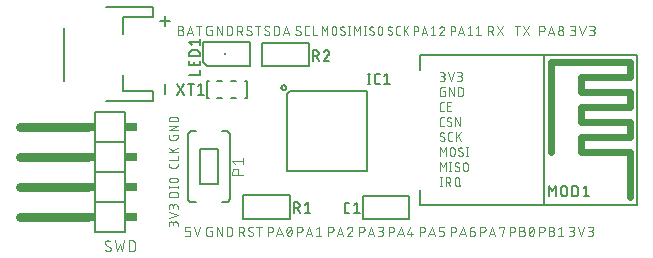
<source format=gbr>
G04 EAGLE Gerber RS-274X export*
G75*
%MOMM*%
%FSLAX34Y34*%
%LPD*%
%INSilkscreen Top*%
%IPPOS*%
%AMOC8*
5,1,8,0,0,1.08239X$1,22.5*%
G01*
%ADD10C,0.101600*%
%ADD11C,0.150000*%
%ADD12C,0.127000*%
%ADD13C,0.609600*%
%ADD14C,0.076200*%
%ADD15C,0.177800*%
%ADD16C,0.152400*%
%ADD17C,0.762000*%
%ADD18R,0.508000X0.762000*%
%ADD19R,1.016000X0.762000*%
%ADD20C,0.203200*%
%ADD21R,0.200000X0.200000*%


D10*
X109760Y26008D02*
X112422Y26008D01*
X112504Y26010D01*
X112586Y26016D01*
X112667Y26025D01*
X112748Y26038D01*
X112828Y26055D01*
X112907Y26076D01*
X112986Y26100D01*
X113063Y26128D01*
X113139Y26159D01*
X113213Y26194D01*
X113285Y26232D01*
X113356Y26274D01*
X113425Y26318D01*
X113491Y26366D01*
X113555Y26417D01*
X113617Y26471D01*
X113676Y26528D01*
X113733Y26587D01*
X113787Y26649D01*
X113838Y26713D01*
X113886Y26779D01*
X113930Y26848D01*
X113972Y26919D01*
X114010Y26991D01*
X114045Y27065D01*
X114076Y27141D01*
X114104Y27218D01*
X114128Y27297D01*
X114149Y27376D01*
X114166Y27456D01*
X114179Y27537D01*
X114188Y27618D01*
X114194Y27700D01*
X114196Y27782D01*
X114196Y28669D01*
X114194Y28751D01*
X114188Y28833D01*
X114179Y28914D01*
X114166Y28995D01*
X114149Y29075D01*
X114128Y29154D01*
X114104Y29233D01*
X114076Y29310D01*
X114045Y29386D01*
X114010Y29460D01*
X113972Y29532D01*
X113930Y29603D01*
X113886Y29672D01*
X113838Y29738D01*
X113787Y29802D01*
X113733Y29864D01*
X113676Y29923D01*
X113617Y29980D01*
X113555Y30034D01*
X113491Y30085D01*
X113425Y30133D01*
X113356Y30177D01*
X113285Y30219D01*
X113213Y30257D01*
X113139Y30292D01*
X113063Y30323D01*
X112986Y30351D01*
X112907Y30375D01*
X112828Y30396D01*
X112748Y30413D01*
X112667Y30426D01*
X112586Y30435D01*
X112504Y30441D01*
X112422Y30443D01*
X112422Y30444D02*
X109760Y30444D01*
X109760Y33992D01*
X114196Y33992D01*
X117417Y33992D02*
X120078Y26008D01*
X122740Y33992D01*
X130997Y30444D02*
X132328Y30444D01*
X132328Y26008D01*
X129667Y26008D01*
X129585Y26010D01*
X129503Y26016D01*
X129422Y26025D01*
X129341Y26038D01*
X129261Y26055D01*
X129182Y26076D01*
X129103Y26100D01*
X129026Y26128D01*
X128950Y26159D01*
X128876Y26194D01*
X128804Y26232D01*
X128733Y26274D01*
X128664Y26318D01*
X128598Y26366D01*
X128534Y26417D01*
X128472Y26471D01*
X128413Y26528D01*
X128356Y26587D01*
X128302Y26649D01*
X128251Y26713D01*
X128203Y26779D01*
X128159Y26848D01*
X128117Y26919D01*
X128079Y26991D01*
X128044Y27065D01*
X128013Y27141D01*
X127985Y27218D01*
X127961Y27297D01*
X127940Y27376D01*
X127923Y27456D01*
X127910Y27537D01*
X127901Y27618D01*
X127895Y27700D01*
X127893Y27782D01*
X127892Y27782D02*
X127892Y32218D01*
X127893Y32218D02*
X127895Y32300D01*
X127901Y32382D01*
X127910Y32463D01*
X127923Y32544D01*
X127940Y32624D01*
X127961Y32703D01*
X127985Y32782D01*
X128013Y32859D01*
X128044Y32935D01*
X128079Y33009D01*
X128117Y33081D01*
X128159Y33152D01*
X128203Y33221D01*
X128251Y33287D01*
X128302Y33351D01*
X128356Y33413D01*
X128413Y33472D01*
X128472Y33529D01*
X128534Y33583D01*
X128598Y33634D01*
X128664Y33682D01*
X128733Y33726D01*
X128804Y33768D01*
X128876Y33806D01*
X128950Y33841D01*
X129026Y33872D01*
X129103Y33900D01*
X129181Y33924D01*
X129261Y33945D01*
X129341Y33962D01*
X129422Y33975D01*
X129503Y33984D01*
X129585Y33990D01*
X129667Y33992D01*
X132328Y33992D01*
X136532Y33992D02*
X136532Y26008D01*
X140968Y26008D02*
X136532Y33992D01*
X140968Y33992D02*
X140968Y26008D01*
X145172Y26008D02*
X145172Y33992D01*
X147390Y33992D01*
X147482Y33990D01*
X147573Y33984D01*
X147664Y33975D01*
X147755Y33962D01*
X147845Y33945D01*
X147934Y33924D01*
X148023Y33900D01*
X148110Y33872D01*
X148196Y33840D01*
X148281Y33805D01*
X148364Y33767D01*
X148446Y33725D01*
X148525Y33679D01*
X148603Y33631D01*
X148679Y33579D01*
X148752Y33524D01*
X148823Y33467D01*
X148892Y33406D01*
X148958Y33342D01*
X149022Y33276D01*
X149083Y33207D01*
X149140Y33136D01*
X149195Y33063D01*
X149247Y32987D01*
X149295Y32909D01*
X149341Y32830D01*
X149383Y32748D01*
X149421Y32665D01*
X149456Y32580D01*
X149488Y32494D01*
X149516Y32407D01*
X149540Y32318D01*
X149561Y32229D01*
X149578Y32139D01*
X149591Y32048D01*
X149600Y31957D01*
X149606Y31866D01*
X149608Y31774D01*
X149608Y28226D01*
X149606Y28134D01*
X149600Y28043D01*
X149591Y27952D01*
X149578Y27861D01*
X149561Y27771D01*
X149540Y27682D01*
X149516Y27593D01*
X149488Y27506D01*
X149456Y27420D01*
X149421Y27335D01*
X149383Y27252D01*
X149341Y27170D01*
X149295Y27091D01*
X149247Y27013D01*
X149195Y26937D01*
X149140Y26864D01*
X149083Y26793D01*
X149022Y26724D01*
X148958Y26658D01*
X148892Y26594D01*
X148823Y26533D01*
X148752Y26476D01*
X148679Y26421D01*
X148603Y26369D01*
X148525Y26321D01*
X148446Y26275D01*
X148364Y26233D01*
X148281Y26195D01*
X148196Y26160D01*
X148110Y26128D01*
X148023Y26100D01*
X147934Y26076D01*
X147845Y26055D01*
X147755Y26038D01*
X147664Y26025D01*
X147573Y26016D01*
X147482Y26010D01*
X147390Y26008D01*
X145172Y26008D01*
X155254Y26008D02*
X155254Y33992D01*
X157471Y33992D01*
X157564Y33990D01*
X157657Y33984D01*
X157749Y33975D01*
X157841Y33961D01*
X157932Y33944D01*
X158023Y33922D01*
X158112Y33897D01*
X158200Y33869D01*
X158288Y33836D01*
X158373Y33800D01*
X158457Y33761D01*
X158540Y33718D01*
X158620Y33671D01*
X158698Y33621D01*
X158775Y33568D01*
X158849Y33512D01*
X158920Y33453D01*
X158989Y33391D01*
X159056Y33326D01*
X159119Y33258D01*
X159180Y33188D01*
X159238Y33115D01*
X159292Y33040D01*
X159344Y32962D01*
X159392Y32883D01*
X159437Y32802D01*
X159478Y32718D01*
X159516Y32634D01*
X159550Y32547D01*
X159580Y32459D01*
X159607Y32370D01*
X159630Y32280D01*
X159650Y32190D01*
X159665Y32098D01*
X159677Y32006D01*
X159685Y31913D01*
X159689Y31820D01*
X159689Y31728D01*
X159685Y31635D01*
X159677Y31542D01*
X159665Y31450D01*
X159650Y31358D01*
X159630Y31268D01*
X159607Y31178D01*
X159580Y31089D01*
X159550Y31001D01*
X159516Y30914D01*
X159478Y30830D01*
X159437Y30746D01*
X159392Y30665D01*
X159344Y30586D01*
X159292Y30508D01*
X159238Y30433D01*
X159180Y30360D01*
X159119Y30290D01*
X159056Y30222D01*
X158989Y30157D01*
X158920Y30095D01*
X158849Y30036D01*
X158775Y29980D01*
X158698Y29927D01*
X158620Y29877D01*
X158540Y29830D01*
X158457Y29787D01*
X158373Y29748D01*
X158288Y29712D01*
X158200Y29679D01*
X158112Y29651D01*
X158023Y29626D01*
X157932Y29604D01*
X157841Y29587D01*
X157749Y29573D01*
X157657Y29564D01*
X157564Y29558D01*
X157471Y29556D01*
X155254Y29556D01*
X157915Y29556D02*
X159689Y26008D01*
X165682Y26008D02*
X165764Y26010D01*
X165846Y26016D01*
X165927Y26025D01*
X166008Y26038D01*
X166088Y26055D01*
X166168Y26076D01*
X166246Y26100D01*
X166323Y26128D01*
X166399Y26159D01*
X166473Y26194D01*
X166545Y26232D01*
X166616Y26274D01*
X166685Y26318D01*
X166751Y26366D01*
X166815Y26417D01*
X166877Y26471D01*
X166936Y26528D01*
X166993Y26587D01*
X167047Y26649D01*
X167098Y26713D01*
X167146Y26779D01*
X167190Y26848D01*
X167232Y26919D01*
X167270Y26991D01*
X167305Y27065D01*
X167336Y27141D01*
X167364Y27218D01*
X167388Y27297D01*
X167409Y27376D01*
X167426Y27456D01*
X167439Y27537D01*
X167448Y27618D01*
X167454Y27700D01*
X167456Y27782D01*
X165682Y26008D02*
X165564Y26010D01*
X165445Y26015D01*
X165327Y26025D01*
X165210Y26038D01*
X165093Y26055D01*
X164976Y26075D01*
X164860Y26099D01*
X164745Y26127D01*
X164631Y26158D01*
X164518Y26193D01*
X164406Y26232D01*
X164295Y26274D01*
X164186Y26320D01*
X164078Y26368D01*
X163972Y26421D01*
X163868Y26476D01*
X163765Y26535D01*
X163664Y26598D01*
X163565Y26663D01*
X163469Y26731D01*
X163374Y26803D01*
X163282Y26877D01*
X163193Y26954D01*
X163105Y27034D01*
X163021Y27117D01*
X163243Y32218D02*
X163245Y32300D01*
X163251Y32382D01*
X163260Y32463D01*
X163273Y32544D01*
X163290Y32624D01*
X163311Y32703D01*
X163335Y32782D01*
X163363Y32859D01*
X163394Y32935D01*
X163429Y33009D01*
X163467Y33081D01*
X163509Y33152D01*
X163553Y33221D01*
X163601Y33287D01*
X163652Y33351D01*
X163706Y33413D01*
X163763Y33472D01*
X163822Y33529D01*
X163884Y33583D01*
X163948Y33634D01*
X164014Y33682D01*
X164083Y33726D01*
X164154Y33768D01*
X164226Y33806D01*
X164300Y33841D01*
X164376Y33872D01*
X164453Y33900D01*
X164532Y33924D01*
X164611Y33945D01*
X164691Y33962D01*
X164772Y33975D01*
X164853Y33984D01*
X164935Y33990D01*
X165017Y33992D01*
X165130Y33990D01*
X165242Y33984D01*
X165354Y33975D01*
X165466Y33962D01*
X165578Y33944D01*
X165688Y33924D01*
X165798Y33899D01*
X165907Y33871D01*
X166015Y33839D01*
X166122Y33803D01*
X166228Y33764D01*
X166332Y33721D01*
X166435Y33675D01*
X166536Y33625D01*
X166635Y33572D01*
X166733Y33515D01*
X166828Y33456D01*
X166922Y33393D01*
X167013Y33327D01*
X164129Y30665D02*
X164060Y30708D01*
X163993Y30754D01*
X163928Y30803D01*
X163865Y30855D01*
X163805Y30910D01*
X163747Y30967D01*
X163692Y31027D01*
X163640Y31089D01*
X163590Y31153D01*
X163544Y31220D01*
X163500Y31289D01*
X163460Y31359D01*
X163423Y31432D01*
X163389Y31506D01*
X163358Y31581D01*
X163331Y31658D01*
X163308Y31736D01*
X163288Y31815D01*
X163271Y31894D01*
X163259Y31975D01*
X163249Y32056D01*
X163244Y32137D01*
X163242Y32218D01*
X166569Y29334D02*
X166638Y29292D01*
X166705Y29246D01*
X166770Y29197D01*
X166833Y29145D01*
X166893Y29090D01*
X166951Y29033D01*
X167006Y28973D01*
X167058Y28911D01*
X167108Y28847D01*
X167155Y28780D01*
X167198Y28711D01*
X167238Y28640D01*
X167275Y28568D01*
X167309Y28494D01*
X167340Y28419D01*
X167367Y28342D01*
X167390Y28264D01*
X167410Y28185D01*
X167427Y28106D01*
X167440Y28025D01*
X167449Y27944D01*
X167454Y27863D01*
X167456Y27782D01*
X166569Y29335D02*
X164130Y30665D01*
X172529Y33992D02*
X172529Y26008D01*
X170311Y33992D02*
X174746Y33992D01*
X179890Y33992D02*
X179890Y26008D01*
X179890Y33992D02*
X182107Y33992D01*
X182200Y33990D01*
X182293Y33984D01*
X182385Y33975D01*
X182477Y33961D01*
X182568Y33944D01*
X182659Y33922D01*
X182748Y33897D01*
X182836Y33869D01*
X182924Y33836D01*
X183009Y33800D01*
X183093Y33761D01*
X183176Y33718D01*
X183256Y33671D01*
X183334Y33621D01*
X183411Y33568D01*
X183485Y33512D01*
X183556Y33453D01*
X183625Y33391D01*
X183692Y33326D01*
X183755Y33258D01*
X183816Y33188D01*
X183874Y33115D01*
X183928Y33040D01*
X183980Y32962D01*
X184028Y32883D01*
X184073Y32802D01*
X184114Y32718D01*
X184152Y32634D01*
X184186Y32547D01*
X184216Y32459D01*
X184243Y32370D01*
X184266Y32280D01*
X184286Y32190D01*
X184301Y32098D01*
X184313Y32006D01*
X184321Y31913D01*
X184325Y31820D01*
X184325Y31728D01*
X184321Y31635D01*
X184313Y31542D01*
X184301Y31450D01*
X184286Y31358D01*
X184266Y31268D01*
X184243Y31178D01*
X184216Y31089D01*
X184186Y31001D01*
X184152Y30914D01*
X184114Y30830D01*
X184073Y30746D01*
X184028Y30665D01*
X183980Y30586D01*
X183928Y30508D01*
X183874Y30433D01*
X183816Y30360D01*
X183755Y30290D01*
X183692Y30222D01*
X183625Y30157D01*
X183556Y30095D01*
X183485Y30036D01*
X183411Y29980D01*
X183334Y29927D01*
X183256Y29877D01*
X183176Y29830D01*
X183093Y29787D01*
X183009Y29748D01*
X182924Y29712D01*
X182836Y29679D01*
X182748Y29651D01*
X182659Y29626D01*
X182568Y29604D01*
X182477Y29587D01*
X182385Y29573D01*
X182293Y29564D01*
X182200Y29558D01*
X182107Y29556D01*
X179890Y29556D01*
X187131Y26008D02*
X189793Y33992D01*
X192454Y26008D01*
X191789Y28004D02*
X187797Y28004D01*
X195675Y30000D02*
X195677Y30157D01*
X195682Y30314D01*
X195692Y30471D01*
X195705Y30627D01*
X195722Y30783D01*
X195742Y30939D01*
X195767Y31094D01*
X195795Y31249D01*
X195826Y31403D01*
X195862Y31556D01*
X195901Y31708D01*
X195943Y31859D01*
X195989Y32009D01*
X196039Y32158D01*
X196092Y32306D01*
X196149Y32452D01*
X196209Y32597D01*
X196273Y32741D01*
X196340Y32883D01*
X196341Y32883D02*
X196368Y32957D01*
X196398Y33029D01*
X196432Y33099D01*
X196470Y33168D01*
X196510Y33235D01*
X196554Y33300D01*
X196601Y33363D01*
X196651Y33423D01*
X196703Y33481D01*
X196758Y33537D01*
X196816Y33589D01*
X196877Y33639D01*
X196939Y33686D01*
X197004Y33730D01*
X197071Y33771D01*
X197139Y33809D01*
X197210Y33843D01*
X197282Y33874D01*
X197355Y33901D01*
X197430Y33925D01*
X197505Y33946D01*
X197582Y33962D01*
X197659Y33975D01*
X197737Y33985D01*
X197815Y33990D01*
X197893Y33992D01*
X197971Y33990D01*
X198049Y33985D01*
X198127Y33975D01*
X198204Y33962D01*
X198281Y33946D01*
X198356Y33925D01*
X198431Y33901D01*
X198504Y33874D01*
X198576Y33843D01*
X198647Y33809D01*
X198715Y33771D01*
X198782Y33730D01*
X198847Y33686D01*
X198909Y33639D01*
X198970Y33589D01*
X199028Y33537D01*
X199083Y33481D01*
X199135Y33423D01*
X199185Y33363D01*
X199232Y33300D01*
X199276Y33235D01*
X199316Y33168D01*
X199354Y33099D01*
X199388Y33029D01*
X199418Y32957D01*
X199445Y32883D01*
X199512Y32741D01*
X199576Y32597D01*
X199636Y32452D01*
X199693Y32306D01*
X199746Y32158D01*
X199796Y32009D01*
X199842Y31859D01*
X199884Y31708D01*
X199923Y31556D01*
X199959Y31403D01*
X199990Y31249D01*
X200018Y31094D01*
X200043Y30939D01*
X200063Y30783D01*
X200080Y30627D01*
X200093Y30471D01*
X200103Y30314D01*
X200108Y30157D01*
X200110Y30000D01*
X195675Y30000D02*
X195677Y29843D01*
X195682Y29686D01*
X195692Y29529D01*
X195705Y29373D01*
X195722Y29216D01*
X195742Y29061D01*
X195767Y28906D01*
X195795Y28751D01*
X195826Y28597D01*
X195862Y28444D01*
X195901Y28292D01*
X195943Y28141D01*
X195989Y27991D01*
X196039Y27842D01*
X196092Y27694D01*
X196149Y27547D01*
X196209Y27402D01*
X196273Y27259D01*
X196340Y27117D01*
X196341Y27117D02*
X196368Y27043D01*
X196398Y26971D01*
X196433Y26901D01*
X196470Y26832D01*
X196510Y26765D01*
X196554Y26700D01*
X196601Y26637D01*
X196651Y26577D01*
X196703Y26519D01*
X196758Y26463D01*
X196816Y26411D01*
X196877Y26361D01*
X196939Y26314D01*
X197004Y26270D01*
X197071Y26229D01*
X197139Y26191D01*
X197210Y26157D01*
X197282Y26126D01*
X197355Y26099D01*
X197430Y26075D01*
X197505Y26054D01*
X197582Y26038D01*
X197659Y26025D01*
X197737Y26015D01*
X197815Y26010D01*
X197893Y26008D01*
X199446Y27117D02*
X199513Y27259D01*
X199577Y27402D01*
X199637Y27547D01*
X199694Y27694D01*
X199747Y27842D01*
X199797Y27991D01*
X199843Y28141D01*
X199885Y28292D01*
X199924Y28444D01*
X199960Y28597D01*
X199991Y28751D01*
X200019Y28906D01*
X200044Y29061D01*
X200064Y29216D01*
X200081Y29373D01*
X200094Y29529D01*
X200104Y29686D01*
X200109Y29843D01*
X200111Y30000D01*
X199445Y27117D02*
X199418Y27043D01*
X199388Y26971D01*
X199353Y26901D01*
X199316Y26832D01*
X199276Y26765D01*
X199232Y26700D01*
X199185Y26637D01*
X199135Y26577D01*
X199083Y26519D01*
X199028Y26463D01*
X198970Y26411D01*
X198909Y26361D01*
X198847Y26314D01*
X198782Y26270D01*
X198715Y26229D01*
X198647Y26191D01*
X198576Y26157D01*
X198504Y26126D01*
X198431Y26099D01*
X198356Y26075D01*
X198281Y26054D01*
X198204Y26038D01*
X198127Y26025D01*
X198049Y26015D01*
X197971Y26010D01*
X197893Y26008D01*
X196118Y27782D02*
X199667Y32218D01*
X204890Y33992D02*
X204890Y26008D01*
X204890Y33992D02*
X207107Y33992D01*
X207200Y33990D01*
X207293Y33984D01*
X207385Y33975D01*
X207477Y33961D01*
X207568Y33944D01*
X207659Y33922D01*
X207748Y33897D01*
X207836Y33869D01*
X207924Y33836D01*
X208009Y33800D01*
X208093Y33761D01*
X208176Y33718D01*
X208256Y33671D01*
X208334Y33621D01*
X208411Y33568D01*
X208485Y33512D01*
X208556Y33453D01*
X208625Y33391D01*
X208692Y33326D01*
X208755Y33258D01*
X208816Y33188D01*
X208874Y33115D01*
X208928Y33040D01*
X208980Y32962D01*
X209028Y32883D01*
X209073Y32802D01*
X209114Y32718D01*
X209152Y32634D01*
X209186Y32547D01*
X209216Y32459D01*
X209243Y32370D01*
X209266Y32280D01*
X209286Y32190D01*
X209301Y32098D01*
X209313Y32006D01*
X209321Y31913D01*
X209325Y31820D01*
X209325Y31728D01*
X209321Y31635D01*
X209313Y31542D01*
X209301Y31450D01*
X209286Y31358D01*
X209266Y31268D01*
X209243Y31178D01*
X209216Y31089D01*
X209186Y31001D01*
X209152Y30914D01*
X209114Y30830D01*
X209073Y30746D01*
X209028Y30665D01*
X208980Y30586D01*
X208928Y30508D01*
X208874Y30433D01*
X208816Y30360D01*
X208755Y30290D01*
X208692Y30222D01*
X208625Y30157D01*
X208556Y30095D01*
X208485Y30036D01*
X208411Y29980D01*
X208334Y29927D01*
X208256Y29877D01*
X208176Y29830D01*
X208093Y29787D01*
X208009Y29748D01*
X207924Y29712D01*
X207836Y29679D01*
X207748Y29651D01*
X207659Y29626D01*
X207568Y29604D01*
X207477Y29587D01*
X207385Y29573D01*
X207293Y29564D01*
X207200Y29558D01*
X207107Y29556D01*
X204890Y29556D01*
X212131Y26008D02*
X214793Y33992D01*
X217454Y26008D01*
X216789Y28004D02*
X212797Y28004D01*
X220675Y32218D02*
X222893Y33992D01*
X222893Y26008D01*
X225110Y26008D02*
X220675Y26008D01*
X231140Y26008D02*
X231140Y33992D01*
X233357Y33992D01*
X233450Y33990D01*
X233543Y33984D01*
X233635Y33975D01*
X233727Y33961D01*
X233818Y33944D01*
X233909Y33922D01*
X233998Y33897D01*
X234086Y33869D01*
X234174Y33836D01*
X234259Y33800D01*
X234343Y33761D01*
X234426Y33718D01*
X234506Y33671D01*
X234584Y33621D01*
X234661Y33568D01*
X234735Y33512D01*
X234806Y33453D01*
X234875Y33391D01*
X234942Y33326D01*
X235005Y33258D01*
X235066Y33188D01*
X235124Y33115D01*
X235178Y33040D01*
X235230Y32962D01*
X235278Y32883D01*
X235323Y32802D01*
X235364Y32718D01*
X235402Y32634D01*
X235436Y32547D01*
X235466Y32459D01*
X235493Y32370D01*
X235516Y32280D01*
X235536Y32190D01*
X235551Y32098D01*
X235563Y32006D01*
X235571Y31913D01*
X235575Y31820D01*
X235575Y31728D01*
X235571Y31635D01*
X235563Y31542D01*
X235551Y31450D01*
X235536Y31358D01*
X235516Y31268D01*
X235493Y31178D01*
X235466Y31089D01*
X235436Y31001D01*
X235402Y30914D01*
X235364Y30830D01*
X235323Y30746D01*
X235278Y30665D01*
X235230Y30586D01*
X235178Y30508D01*
X235124Y30433D01*
X235066Y30360D01*
X235005Y30290D01*
X234942Y30222D01*
X234875Y30157D01*
X234806Y30095D01*
X234735Y30036D01*
X234661Y29980D01*
X234584Y29927D01*
X234506Y29877D01*
X234426Y29830D01*
X234343Y29787D01*
X234259Y29748D01*
X234174Y29712D01*
X234086Y29679D01*
X233998Y29651D01*
X233909Y29626D01*
X233818Y29604D01*
X233727Y29587D01*
X233635Y29573D01*
X233543Y29564D01*
X233450Y29558D01*
X233357Y29556D01*
X231140Y29556D01*
X238381Y26008D02*
X241043Y33992D01*
X243704Y26008D01*
X243039Y28004D02*
X239047Y28004D01*
X249364Y33992D02*
X249451Y33990D01*
X249538Y33984D01*
X249625Y33975D01*
X249711Y33962D01*
X249796Y33945D01*
X249881Y33924D01*
X249964Y33900D01*
X250047Y33872D01*
X250128Y33840D01*
X250208Y33805D01*
X250286Y33766D01*
X250362Y33725D01*
X250436Y33679D01*
X250509Y33631D01*
X250579Y33580D01*
X250647Y33525D01*
X250712Y33468D01*
X250775Y33407D01*
X250836Y33344D01*
X250893Y33279D01*
X250948Y33211D01*
X250999Y33141D01*
X251047Y33068D01*
X251093Y32994D01*
X251134Y32918D01*
X251173Y32840D01*
X251208Y32760D01*
X251240Y32679D01*
X251268Y32596D01*
X251292Y32513D01*
X251313Y32428D01*
X251330Y32343D01*
X251343Y32257D01*
X251352Y32170D01*
X251358Y32083D01*
X251360Y31996D01*
X249364Y33992D02*
X249266Y33990D01*
X249169Y33985D01*
X249072Y33975D01*
X248975Y33962D01*
X248878Y33946D01*
X248783Y33925D01*
X248688Y33901D01*
X248594Y33874D01*
X248502Y33843D01*
X248410Y33808D01*
X248320Y33770D01*
X248232Y33729D01*
X248145Y33684D01*
X248060Y33636D01*
X247977Y33584D01*
X247896Y33530D01*
X247817Y33472D01*
X247740Y33412D01*
X247665Y33349D01*
X247594Y33283D01*
X247524Y33214D01*
X247457Y33142D01*
X247394Y33069D01*
X247332Y32992D01*
X247274Y32914D01*
X247219Y32833D01*
X247167Y32750D01*
X247118Y32666D01*
X247073Y32579D01*
X247031Y32491D01*
X246992Y32401D01*
X246957Y32310D01*
X246925Y32218D01*
X250695Y30444D02*
X250759Y30508D01*
X250821Y30575D01*
X250881Y30645D01*
X250937Y30717D01*
X250990Y30791D01*
X251039Y30868D01*
X251086Y30947D01*
X251129Y31027D01*
X251168Y31110D01*
X251204Y31194D01*
X251237Y31279D01*
X251265Y31366D01*
X251290Y31454D01*
X251312Y31543D01*
X251329Y31632D01*
X251343Y31723D01*
X251352Y31813D01*
X251358Y31905D01*
X251360Y31996D01*
X250695Y30444D02*
X246925Y26008D01*
X251360Y26008D01*
X257390Y26008D02*
X257390Y33992D01*
X259607Y33992D01*
X259700Y33990D01*
X259793Y33984D01*
X259885Y33975D01*
X259977Y33961D01*
X260068Y33944D01*
X260159Y33922D01*
X260248Y33897D01*
X260336Y33869D01*
X260424Y33836D01*
X260509Y33800D01*
X260593Y33761D01*
X260676Y33718D01*
X260756Y33671D01*
X260834Y33621D01*
X260911Y33568D01*
X260985Y33512D01*
X261056Y33453D01*
X261125Y33391D01*
X261192Y33326D01*
X261255Y33258D01*
X261316Y33188D01*
X261374Y33115D01*
X261428Y33040D01*
X261480Y32962D01*
X261528Y32883D01*
X261573Y32802D01*
X261614Y32718D01*
X261652Y32634D01*
X261686Y32547D01*
X261716Y32459D01*
X261743Y32370D01*
X261766Y32280D01*
X261786Y32190D01*
X261801Y32098D01*
X261813Y32006D01*
X261821Y31913D01*
X261825Y31820D01*
X261825Y31728D01*
X261821Y31635D01*
X261813Y31542D01*
X261801Y31450D01*
X261786Y31358D01*
X261766Y31268D01*
X261743Y31178D01*
X261716Y31089D01*
X261686Y31001D01*
X261652Y30914D01*
X261614Y30830D01*
X261573Y30746D01*
X261528Y30665D01*
X261480Y30586D01*
X261428Y30508D01*
X261374Y30433D01*
X261316Y30360D01*
X261255Y30290D01*
X261192Y30222D01*
X261125Y30157D01*
X261056Y30095D01*
X260985Y30036D01*
X260911Y29980D01*
X260834Y29927D01*
X260756Y29877D01*
X260676Y29830D01*
X260593Y29787D01*
X260509Y29748D01*
X260424Y29712D01*
X260336Y29679D01*
X260248Y29651D01*
X260159Y29626D01*
X260068Y29604D01*
X259977Y29587D01*
X259885Y29573D01*
X259793Y29564D01*
X259700Y29558D01*
X259607Y29556D01*
X257390Y29556D01*
X264631Y26008D02*
X267293Y33992D01*
X269954Y26008D01*
X269289Y28004D02*
X265297Y28004D01*
X273175Y26008D02*
X275393Y26008D01*
X275486Y26010D01*
X275579Y26016D01*
X275671Y26025D01*
X275763Y26039D01*
X275854Y26056D01*
X275945Y26078D01*
X276034Y26103D01*
X276122Y26131D01*
X276210Y26164D01*
X276295Y26200D01*
X276379Y26239D01*
X276462Y26282D01*
X276542Y26329D01*
X276620Y26379D01*
X276697Y26432D01*
X276771Y26488D01*
X276842Y26547D01*
X276911Y26609D01*
X276978Y26674D01*
X277041Y26742D01*
X277102Y26812D01*
X277160Y26885D01*
X277214Y26960D01*
X277266Y27038D01*
X277314Y27117D01*
X277359Y27198D01*
X277400Y27282D01*
X277438Y27366D01*
X277472Y27453D01*
X277502Y27541D01*
X277529Y27630D01*
X277552Y27720D01*
X277572Y27810D01*
X277587Y27902D01*
X277599Y27994D01*
X277607Y28087D01*
X277611Y28180D01*
X277611Y28272D01*
X277607Y28365D01*
X277599Y28458D01*
X277587Y28550D01*
X277572Y28642D01*
X277552Y28732D01*
X277529Y28822D01*
X277502Y28911D01*
X277472Y28999D01*
X277438Y29086D01*
X277400Y29170D01*
X277359Y29254D01*
X277314Y29335D01*
X277266Y29414D01*
X277214Y29492D01*
X277160Y29567D01*
X277102Y29640D01*
X277041Y29710D01*
X276978Y29778D01*
X276911Y29843D01*
X276842Y29905D01*
X276771Y29964D01*
X276697Y30020D01*
X276620Y30073D01*
X276542Y30123D01*
X276462Y30170D01*
X276379Y30213D01*
X276295Y30252D01*
X276210Y30288D01*
X276122Y30321D01*
X276034Y30349D01*
X275945Y30374D01*
X275854Y30396D01*
X275763Y30413D01*
X275671Y30427D01*
X275579Y30436D01*
X275486Y30442D01*
X275393Y30444D01*
X275836Y33992D02*
X273175Y33992D01*
X275836Y33992D02*
X275919Y33990D01*
X276002Y33984D01*
X276085Y33974D01*
X276167Y33961D01*
X276248Y33943D01*
X276329Y33922D01*
X276408Y33897D01*
X276486Y33869D01*
X276563Y33836D01*
X276638Y33801D01*
X276711Y33761D01*
X276782Y33719D01*
X276852Y33672D01*
X276919Y33623D01*
X276983Y33571D01*
X277046Y33516D01*
X277105Y33458D01*
X277162Y33397D01*
X277216Y33333D01*
X277266Y33267D01*
X277314Y33199D01*
X277358Y33129D01*
X277399Y33057D01*
X277437Y32982D01*
X277471Y32906D01*
X277501Y32829D01*
X277528Y32750D01*
X277551Y32670D01*
X277571Y32590D01*
X277586Y32508D01*
X277598Y32425D01*
X277606Y32343D01*
X277610Y32260D01*
X277610Y32176D01*
X277606Y32093D01*
X277598Y32011D01*
X277586Y31928D01*
X277571Y31846D01*
X277551Y31766D01*
X277528Y31686D01*
X277501Y31607D01*
X277471Y31530D01*
X277437Y31454D01*
X277399Y31379D01*
X277358Y31307D01*
X277314Y31237D01*
X277266Y31169D01*
X277216Y31103D01*
X277162Y31039D01*
X277105Y30978D01*
X277046Y30920D01*
X276983Y30865D01*
X276919Y30813D01*
X276852Y30764D01*
X276782Y30717D01*
X276711Y30675D01*
X276638Y30635D01*
X276563Y30600D01*
X276486Y30567D01*
X276408Y30539D01*
X276329Y30514D01*
X276248Y30493D01*
X276167Y30475D01*
X276085Y30462D01*
X276002Y30452D01*
X275919Y30446D01*
X275836Y30444D01*
X274062Y30444D01*
X282390Y33992D02*
X282390Y26008D01*
X282390Y33992D02*
X284607Y33992D01*
X284700Y33990D01*
X284793Y33984D01*
X284885Y33975D01*
X284977Y33961D01*
X285068Y33944D01*
X285159Y33922D01*
X285248Y33897D01*
X285336Y33869D01*
X285424Y33836D01*
X285509Y33800D01*
X285593Y33761D01*
X285676Y33718D01*
X285756Y33671D01*
X285834Y33621D01*
X285911Y33568D01*
X285985Y33512D01*
X286056Y33453D01*
X286125Y33391D01*
X286192Y33326D01*
X286255Y33258D01*
X286316Y33188D01*
X286374Y33115D01*
X286428Y33040D01*
X286480Y32962D01*
X286528Y32883D01*
X286573Y32802D01*
X286614Y32718D01*
X286652Y32634D01*
X286686Y32547D01*
X286716Y32459D01*
X286743Y32370D01*
X286766Y32280D01*
X286786Y32190D01*
X286801Y32098D01*
X286813Y32006D01*
X286821Y31913D01*
X286825Y31820D01*
X286825Y31728D01*
X286821Y31635D01*
X286813Y31542D01*
X286801Y31450D01*
X286786Y31358D01*
X286766Y31268D01*
X286743Y31178D01*
X286716Y31089D01*
X286686Y31001D01*
X286652Y30914D01*
X286614Y30830D01*
X286573Y30746D01*
X286528Y30665D01*
X286480Y30586D01*
X286428Y30508D01*
X286374Y30433D01*
X286316Y30360D01*
X286255Y30290D01*
X286192Y30222D01*
X286125Y30157D01*
X286056Y30095D01*
X285985Y30036D01*
X285911Y29980D01*
X285834Y29927D01*
X285756Y29877D01*
X285676Y29830D01*
X285593Y29787D01*
X285509Y29748D01*
X285424Y29712D01*
X285336Y29679D01*
X285248Y29651D01*
X285159Y29626D01*
X285068Y29604D01*
X284977Y29587D01*
X284885Y29573D01*
X284793Y29564D01*
X284700Y29558D01*
X284607Y29556D01*
X282390Y29556D01*
X289631Y26008D02*
X292293Y33992D01*
X294954Y26008D01*
X294289Y28004D02*
X290297Y28004D01*
X298175Y27782D02*
X299949Y33992D01*
X298175Y27782D02*
X302610Y27782D01*
X301280Y29556D02*
X301280Y26008D01*
X308640Y26008D02*
X308640Y33992D01*
X310857Y33992D01*
X310950Y33990D01*
X311043Y33984D01*
X311135Y33975D01*
X311227Y33961D01*
X311318Y33944D01*
X311409Y33922D01*
X311498Y33897D01*
X311586Y33869D01*
X311674Y33836D01*
X311759Y33800D01*
X311843Y33761D01*
X311926Y33718D01*
X312006Y33671D01*
X312084Y33621D01*
X312161Y33568D01*
X312235Y33512D01*
X312306Y33453D01*
X312375Y33391D01*
X312442Y33326D01*
X312505Y33258D01*
X312566Y33188D01*
X312624Y33115D01*
X312678Y33040D01*
X312730Y32962D01*
X312778Y32883D01*
X312823Y32802D01*
X312864Y32718D01*
X312902Y32634D01*
X312936Y32547D01*
X312966Y32459D01*
X312993Y32370D01*
X313016Y32280D01*
X313036Y32190D01*
X313051Y32098D01*
X313063Y32006D01*
X313071Y31913D01*
X313075Y31820D01*
X313075Y31728D01*
X313071Y31635D01*
X313063Y31542D01*
X313051Y31450D01*
X313036Y31358D01*
X313016Y31268D01*
X312993Y31178D01*
X312966Y31089D01*
X312936Y31001D01*
X312902Y30914D01*
X312864Y30830D01*
X312823Y30746D01*
X312778Y30665D01*
X312730Y30586D01*
X312678Y30508D01*
X312624Y30433D01*
X312566Y30360D01*
X312505Y30290D01*
X312442Y30222D01*
X312375Y30157D01*
X312306Y30095D01*
X312235Y30036D01*
X312161Y29980D01*
X312084Y29927D01*
X312006Y29877D01*
X311926Y29830D01*
X311843Y29787D01*
X311759Y29748D01*
X311674Y29712D01*
X311586Y29679D01*
X311498Y29651D01*
X311409Y29626D01*
X311318Y29604D01*
X311227Y29587D01*
X311135Y29573D01*
X311043Y29564D01*
X310950Y29558D01*
X310857Y29556D01*
X308640Y29556D01*
X315881Y26008D02*
X318543Y33992D01*
X321204Y26008D01*
X320539Y28004D02*
X316547Y28004D01*
X324425Y26008D02*
X327086Y26008D01*
X327168Y26010D01*
X327250Y26016D01*
X327331Y26025D01*
X327412Y26038D01*
X327492Y26055D01*
X327571Y26076D01*
X327650Y26100D01*
X327727Y26128D01*
X327803Y26159D01*
X327877Y26194D01*
X327949Y26232D01*
X328020Y26274D01*
X328089Y26318D01*
X328155Y26366D01*
X328219Y26417D01*
X328281Y26471D01*
X328340Y26528D01*
X328397Y26587D01*
X328451Y26649D01*
X328502Y26713D01*
X328550Y26779D01*
X328594Y26848D01*
X328636Y26919D01*
X328674Y26991D01*
X328709Y27065D01*
X328740Y27141D01*
X328768Y27218D01*
X328792Y27297D01*
X328813Y27376D01*
X328830Y27456D01*
X328843Y27537D01*
X328852Y27618D01*
X328858Y27700D01*
X328860Y27782D01*
X328860Y28669D01*
X328858Y28751D01*
X328852Y28833D01*
X328843Y28914D01*
X328830Y28995D01*
X328813Y29075D01*
X328792Y29154D01*
X328768Y29233D01*
X328740Y29310D01*
X328709Y29386D01*
X328674Y29460D01*
X328636Y29532D01*
X328594Y29603D01*
X328550Y29672D01*
X328502Y29738D01*
X328451Y29802D01*
X328397Y29864D01*
X328340Y29923D01*
X328281Y29980D01*
X328219Y30034D01*
X328155Y30085D01*
X328089Y30133D01*
X328020Y30177D01*
X327949Y30219D01*
X327877Y30257D01*
X327803Y30292D01*
X327727Y30323D01*
X327650Y30351D01*
X327571Y30375D01*
X327492Y30396D01*
X327412Y30413D01*
X327331Y30426D01*
X327250Y30435D01*
X327168Y30441D01*
X327086Y30443D01*
X327086Y30444D02*
X324425Y30444D01*
X324425Y33992D01*
X328860Y33992D01*
X334890Y33992D02*
X334890Y26008D01*
X334890Y33992D02*
X337107Y33992D01*
X337200Y33990D01*
X337293Y33984D01*
X337385Y33975D01*
X337477Y33961D01*
X337568Y33944D01*
X337659Y33922D01*
X337748Y33897D01*
X337836Y33869D01*
X337924Y33836D01*
X338009Y33800D01*
X338093Y33761D01*
X338176Y33718D01*
X338256Y33671D01*
X338334Y33621D01*
X338411Y33568D01*
X338485Y33512D01*
X338556Y33453D01*
X338625Y33391D01*
X338692Y33326D01*
X338755Y33258D01*
X338816Y33188D01*
X338874Y33115D01*
X338928Y33040D01*
X338980Y32962D01*
X339028Y32883D01*
X339073Y32802D01*
X339114Y32718D01*
X339152Y32634D01*
X339186Y32547D01*
X339216Y32459D01*
X339243Y32370D01*
X339266Y32280D01*
X339286Y32190D01*
X339301Y32098D01*
X339313Y32006D01*
X339321Y31913D01*
X339325Y31820D01*
X339325Y31728D01*
X339321Y31635D01*
X339313Y31542D01*
X339301Y31450D01*
X339286Y31358D01*
X339266Y31268D01*
X339243Y31178D01*
X339216Y31089D01*
X339186Y31001D01*
X339152Y30914D01*
X339114Y30830D01*
X339073Y30746D01*
X339028Y30665D01*
X338980Y30586D01*
X338928Y30508D01*
X338874Y30433D01*
X338816Y30360D01*
X338755Y30290D01*
X338692Y30222D01*
X338625Y30157D01*
X338556Y30095D01*
X338485Y30036D01*
X338411Y29980D01*
X338334Y29927D01*
X338256Y29877D01*
X338176Y29830D01*
X338093Y29787D01*
X338009Y29748D01*
X337924Y29712D01*
X337836Y29679D01*
X337748Y29651D01*
X337659Y29626D01*
X337568Y29604D01*
X337477Y29587D01*
X337385Y29573D01*
X337293Y29564D01*
X337200Y29558D01*
X337107Y29556D01*
X334890Y29556D01*
X342131Y26008D02*
X344793Y33992D01*
X347454Y26008D01*
X346789Y28004D02*
X342797Y28004D01*
X350675Y30444D02*
X353336Y30444D01*
X353336Y30443D02*
X353418Y30441D01*
X353500Y30435D01*
X353581Y30426D01*
X353662Y30413D01*
X353742Y30396D01*
X353821Y30375D01*
X353900Y30351D01*
X353977Y30323D01*
X354053Y30292D01*
X354127Y30257D01*
X354199Y30219D01*
X354270Y30177D01*
X354339Y30133D01*
X354405Y30085D01*
X354469Y30034D01*
X354531Y29980D01*
X354590Y29923D01*
X354647Y29864D01*
X354701Y29802D01*
X354752Y29738D01*
X354800Y29672D01*
X354844Y29603D01*
X354886Y29532D01*
X354924Y29460D01*
X354959Y29386D01*
X354990Y29310D01*
X355018Y29233D01*
X355042Y29154D01*
X355063Y29075D01*
X355080Y28995D01*
X355093Y28914D01*
X355102Y28833D01*
X355108Y28751D01*
X355110Y28669D01*
X355110Y28226D01*
X355111Y28226D02*
X355109Y28133D01*
X355103Y28040D01*
X355094Y27948D01*
X355080Y27856D01*
X355063Y27765D01*
X355041Y27674D01*
X355016Y27585D01*
X354988Y27497D01*
X354955Y27409D01*
X354919Y27324D01*
X354880Y27240D01*
X354837Y27157D01*
X354790Y27077D01*
X354740Y26999D01*
X354687Y26922D01*
X354631Y26848D01*
X354572Y26777D01*
X354510Y26708D01*
X354445Y26641D01*
X354377Y26578D01*
X354307Y26517D01*
X354234Y26459D01*
X354159Y26405D01*
X354081Y26353D01*
X354002Y26305D01*
X353921Y26260D01*
X353837Y26219D01*
X353753Y26181D01*
X353666Y26147D01*
X353578Y26117D01*
X353489Y26090D01*
X353399Y26067D01*
X353309Y26047D01*
X353217Y26032D01*
X353125Y26020D01*
X353032Y26012D01*
X352939Y26008D01*
X352847Y26008D01*
X352754Y26012D01*
X352661Y26020D01*
X352569Y26032D01*
X352477Y26047D01*
X352387Y26067D01*
X352297Y26090D01*
X352208Y26117D01*
X352120Y26147D01*
X352033Y26181D01*
X351949Y26219D01*
X351865Y26260D01*
X351784Y26305D01*
X351705Y26353D01*
X351627Y26405D01*
X351552Y26459D01*
X351479Y26517D01*
X351409Y26578D01*
X351341Y26641D01*
X351276Y26708D01*
X351214Y26777D01*
X351155Y26848D01*
X351099Y26922D01*
X351046Y26999D01*
X350996Y27077D01*
X350949Y27157D01*
X350906Y27240D01*
X350867Y27324D01*
X350831Y27409D01*
X350798Y27497D01*
X350770Y27585D01*
X350745Y27674D01*
X350723Y27765D01*
X350706Y27856D01*
X350692Y27948D01*
X350683Y28040D01*
X350677Y28133D01*
X350675Y28226D01*
X350675Y30444D01*
X350677Y30563D01*
X350683Y30681D01*
X350693Y30799D01*
X350707Y30917D01*
X350724Y31034D01*
X350746Y31151D01*
X350772Y31266D01*
X350801Y31381D01*
X350834Y31495D01*
X350871Y31608D01*
X350912Y31719D01*
X350957Y31829D01*
X351005Y31937D01*
X351056Y32044D01*
X351112Y32149D01*
X351170Y32252D01*
X351232Y32353D01*
X351298Y32452D01*
X351367Y32549D01*
X351439Y32643D01*
X351514Y32735D01*
X351592Y32824D01*
X351673Y32911D01*
X351756Y32994D01*
X351843Y33075D01*
X351932Y33153D01*
X352024Y33228D01*
X352118Y33300D01*
X352215Y33369D01*
X352314Y33435D01*
X352415Y33497D01*
X352518Y33555D01*
X352623Y33611D01*
X352730Y33662D01*
X352838Y33710D01*
X352948Y33755D01*
X353059Y33796D01*
X353172Y33833D01*
X353286Y33866D01*
X353400Y33895D01*
X353516Y33921D01*
X353633Y33943D01*
X353750Y33960D01*
X353868Y33974D01*
X353986Y33984D01*
X354104Y33990D01*
X354223Y33992D01*
X359890Y33992D02*
X359890Y26008D01*
X359890Y33992D02*
X362107Y33992D01*
X362200Y33990D01*
X362293Y33984D01*
X362385Y33975D01*
X362477Y33961D01*
X362568Y33944D01*
X362659Y33922D01*
X362748Y33897D01*
X362836Y33869D01*
X362924Y33836D01*
X363009Y33800D01*
X363093Y33761D01*
X363176Y33718D01*
X363256Y33671D01*
X363334Y33621D01*
X363411Y33568D01*
X363485Y33512D01*
X363556Y33453D01*
X363625Y33391D01*
X363692Y33326D01*
X363755Y33258D01*
X363816Y33188D01*
X363874Y33115D01*
X363928Y33040D01*
X363980Y32962D01*
X364028Y32883D01*
X364073Y32802D01*
X364114Y32718D01*
X364152Y32634D01*
X364186Y32547D01*
X364216Y32459D01*
X364243Y32370D01*
X364266Y32280D01*
X364286Y32190D01*
X364301Y32098D01*
X364313Y32006D01*
X364321Y31913D01*
X364325Y31820D01*
X364325Y31728D01*
X364321Y31635D01*
X364313Y31542D01*
X364301Y31450D01*
X364286Y31358D01*
X364266Y31268D01*
X364243Y31178D01*
X364216Y31089D01*
X364186Y31001D01*
X364152Y30914D01*
X364114Y30830D01*
X364073Y30746D01*
X364028Y30665D01*
X363980Y30586D01*
X363928Y30508D01*
X363874Y30433D01*
X363816Y30360D01*
X363755Y30290D01*
X363692Y30222D01*
X363625Y30157D01*
X363556Y30095D01*
X363485Y30036D01*
X363411Y29980D01*
X363334Y29927D01*
X363256Y29877D01*
X363176Y29830D01*
X363093Y29787D01*
X363009Y29748D01*
X362924Y29712D01*
X362836Y29679D01*
X362748Y29651D01*
X362659Y29626D01*
X362568Y29604D01*
X362477Y29587D01*
X362385Y29573D01*
X362293Y29564D01*
X362200Y29558D01*
X362107Y29556D01*
X359890Y29556D01*
X367131Y26008D02*
X369793Y33992D01*
X372454Y26008D01*
X371789Y28004D02*
X367797Y28004D01*
X375675Y33105D02*
X375675Y33992D01*
X380110Y33992D01*
X377893Y26008D01*
X384890Y26008D02*
X384890Y33992D01*
X387107Y33992D01*
X387200Y33990D01*
X387293Y33984D01*
X387385Y33975D01*
X387477Y33961D01*
X387568Y33944D01*
X387659Y33922D01*
X387748Y33897D01*
X387836Y33869D01*
X387924Y33836D01*
X388009Y33800D01*
X388093Y33761D01*
X388176Y33718D01*
X388256Y33671D01*
X388334Y33621D01*
X388411Y33568D01*
X388485Y33512D01*
X388556Y33453D01*
X388625Y33391D01*
X388692Y33326D01*
X388755Y33258D01*
X388816Y33188D01*
X388874Y33115D01*
X388928Y33040D01*
X388980Y32962D01*
X389028Y32883D01*
X389073Y32802D01*
X389114Y32718D01*
X389152Y32634D01*
X389186Y32547D01*
X389216Y32459D01*
X389243Y32370D01*
X389266Y32280D01*
X389286Y32190D01*
X389301Y32098D01*
X389313Y32006D01*
X389321Y31913D01*
X389325Y31820D01*
X389325Y31728D01*
X389321Y31635D01*
X389313Y31542D01*
X389301Y31450D01*
X389286Y31358D01*
X389266Y31268D01*
X389243Y31178D01*
X389216Y31089D01*
X389186Y31001D01*
X389152Y30914D01*
X389114Y30830D01*
X389073Y30746D01*
X389028Y30665D01*
X388980Y30586D01*
X388928Y30508D01*
X388874Y30433D01*
X388816Y30360D01*
X388755Y30290D01*
X388692Y30222D01*
X388625Y30157D01*
X388556Y30095D01*
X388485Y30036D01*
X388411Y29980D01*
X388334Y29927D01*
X388256Y29877D01*
X388176Y29830D01*
X388093Y29787D01*
X388009Y29748D01*
X387924Y29712D01*
X387836Y29679D01*
X387748Y29651D01*
X387659Y29626D01*
X387568Y29604D01*
X387477Y29587D01*
X387385Y29573D01*
X387293Y29564D01*
X387200Y29558D01*
X387107Y29556D01*
X384890Y29556D01*
X392990Y30444D02*
X395207Y30444D01*
X395300Y30442D01*
X395393Y30436D01*
X395485Y30427D01*
X395577Y30413D01*
X395668Y30396D01*
X395759Y30374D01*
X395848Y30349D01*
X395936Y30321D01*
X396024Y30288D01*
X396109Y30252D01*
X396193Y30213D01*
X396276Y30170D01*
X396356Y30123D01*
X396434Y30073D01*
X396511Y30020D01*
X396585Y29964D01*
X396656Y29905D01*
X396725Y29843D01*
X396792Y29778D01*
X396855Y29710D01*
X396916Y29640D01*
X396974Y29567D01*
X397028Y29492D01*
X397080Y29414D01*
X397128Y29335D01*
X397173Y29254D01*
X397214Y29170D01*
X397252Y29086D01*
X397286Y28999D01*
X397316Y28911D01*
X397343Y28822D01*
X397366Y28732D01*
X397386Y28642D01*
X397401Y28550D01*
X397413Y28458D01*
X397421Y28365D01*
X397425Y28272D01*
X397425Y28180D01*
X397421Y28087D01*
X397413Y27994D01*
X397401Y27902D01*
X397386Y27810D01*
X397366Y27720D01*
X397343Y27630D01*
X397316Y27541D01*
X397286Y27453D01*
X397252Y27366D01*
X397214Y27282D01*
X397173Y27198D01*
X397128Y27117D01*
X397080Y27038D01*
X397028Y26960D01*
X396974Y26885D01*
X396916Y26812D01*
X396855Y26742D01*
X396792Y26674D01*
X396725Y26609D01*
X396656Y26547D01*
X396585Y26488D01*
X396511Y26432D01*
X396434Y26379D01*
X396356Y26329D01*
X396276Y26282D01*
X396193Y26239D01*
X396109Y26200D01*
X396024Y26164D01*
X395936Y26131D01*
X395848Y26103D01*
X395759Y26078D01*
X395668Y26056D01*
X395577Y26039D01*
X395485Y26025D01*
X395393Y26016D01*
X395300Y26010D01*
X395207Y26008D01*
X392990Y26008D01*
X392990Y33992D01*
X395207Y33992D01*
X395290Y33990D01*
X395373Y33984D01*
X395456Y33974D01*
X395538Y33961D01*
X395619Y33943D01*
X395700Y33922D01*
X395779Y33897D01*
X395857Y33869D01*
X395934Y33836D01*
X396009Y33801D01*
X396082Y33761D01*
X396153Y33719D01*
X396223Y33672D01*
X396290Y33623D01*
X396354Y33571D01*
X396417Y33516D01*
X396476Y33458D01*
X396533Y33397D01*
X396587Y33333D01*
X396637Y33267D01*
X396685Y33199D01*
X396729Y33129D01*
X396770Y33057D01*
X396808Y32982D01*
X396842Y32906D01*
X396872Y32829D01*
X396899Y32750D01*
X396922Y32670D01*
X396942Y32590D01*
X396957Y32508D01*
X396969Y32425D01*
X396977Y32343D01*
X396981Y32260D01*
X396981Y32176D01*
X396977Y32093D01*
X396969Y32011D01*
X396957Y31928D01*
X396942Y31846D01*
X396922Y31766D01*
X396899Y31686D01*
X396872Y31607D01*
X396842Y31530D01*
X396808Y31454D01*
X396770Y31379D01*
X396729Y31307D01*
X396685Y31237D01*
X396637Y31169D01*
X396587Y31103D01*
X396533Y31039D01*
X396476Y30978D01*
X396417Y30920D01*
X396354Y30865D01*
X396290Y30813D01*
X396223Y30764D01*
X396153Y30717D01*
X396082Y30675D01*
X396009Y30635D01*
X395934Y30600D01*
X395857Y30567D01*
X395779Y30539D01*
X395700Y30514D01*
X395619Y30493D01*
X395538Y30475D01*
X395456Y30462D01*
X395373Y30452D01*
X395290Y30446D01*
X395207Y30444D01*
X400675Y30000D02*
X400677Y30157D01*
X400682Y30314D01*
X400692Y30471D01*
X400705Y30627D01*
X400722Y30783D01*
X400742Y30939D01*
X400767Y31094D01*
X400795Y31249D01*
X400826Y31403D01*
X400862Y31556D01*
X400901Y31708D01*
X400943Y31859D01*
X400989Y32009D01*
X401039Y32158D01*
X401092Y32306D01*
X401149Y32452D01*
X401209Y32597D01*
X401273Y32741D01*
X401340Y32883D01*
X401341Y32883D02*
X401368Y32957D01*
X401398Y33029D01*
X401432Y33099D01*
X401470Y33168D01*
X401510Y33235D01*
X401554Y33300D01*
X401601Y33363D01*
X401651Y33423D01*
X401703Y33481D01*
X401758Y33537D01*
X401816Y33589D01*
X401877Y33639D01*
X401939Y33686D01*
X402004Y33730D01*
X402071Y33771D01*
X402139Y33809D01*
X402210Y33843D01*
X402282Y33874D01*
X402355Y33901D01*
X402430Y33925D01*
X402505Y33946D01*
X402582Y33962D01*
X402659Y33975D01*
X402737Y33985D01*
X402815Y33990D01*
X402893Y33992D01*
X402971Y33990D01*
X403049Y33985D01*
X403127Y33975D01*
X403204Y33962D01*
X403281Y33946D01*
X403356Y33925D01*
X403431Y33901D01*
X403504Y33874D01*
X403576Y33843D01*
X403647Y33809D01*
X403715Y33771D01*
X403782Y33730D01*
X403847Y33686D01*
X403909Y33639D01*
X403970Y33589D01*
X404028Y33537D01*
X404083Y33481D01*
X404135Y33423D01*
X404185Y33363D01*
X404232Y33300D01*
X404276Y33235D01*
X404316Y33168D01*
X404354Y33099D01*
X404388Y33029D01*
X404418Y32957D01*
X404445Y32883D01*
X404512Y32741D01*
X404576Y32597D01*
X404636Y32452D01*
X404693Y32306D01*
X404746Y32158D01*
X404796Y32009D01*
X404842Y31859D01*
X404884Y31708D01*
X404923Y31556D01*
X404959Y31403D01*
X404990Y31249D01*
X405018Y31094D01*
X405043Y30939D01*
X405063Y30783D01*
X405080Y30627D01*
X405093Y30471D01*
X405103Y30314D01*
X405108Y30157D01*
X405110Y30000D01*
X400675Y30000D02*
X400677Y29843D01*
X400682Y29686D01*
X400692Y29529D01*
X400705Y29373D01*
X400722Y29216D01*
X400742Y29061D01*
X400767Y28906D01*
X400795Y28751D01*
X400826Y28597D01*
X400862Y28444D01*
X400901Y28292D01*
X400943Y28141D01*
X400989Y27991D01*
X401039Y27842D01*
X401092Y27694D01*
X401149Y27547D01*
X401209Y27402D01*
X401273Y27259D01*
X401340Y27117D01*
X401341Y27117D02*
X401368Y27043D01*
X401398Y26971D01*
X401433Y26901D01*
X401470Y26832D01*
X401510Y26765D01*
X401554Y26700D01*
X401601Y26637D01*
X401651Y26577D01*
X401703Y26519D01*
X401758Y26463D01*
X401816Y26411D01*
X401877Y26361D01*
X401939Y26314D01*
X402004Y26270D01*
X402071Y26229D01*
X402139Y26191D01*
X402210Y26157D01*
X402282Y26126D01*
X402355Y26099D01*
X402430Y26075D01*
X402505Y26054D01*
X402582Y26038D01*
X402659Y26025D01*
X402737Y26015D01*
X402815Y26010D01*
X402893Y26008D01*
X404446Y27117D02*
X404513Y27259D01*
X404577Y27402D01*
X404637Y27547D01*
X404694Y27694D01*
X404747Y27842D01*
X404797Y27991D01*
X404843Y28141D01*
X404885Y28292D01*
X404924Y28444D01*
X404960Y28597D01*
X404991Y28751D01*
X405019Y28906D01*
X405044Y29061D01*
X405064Y29216D01*
X405081Y29373D01*
X405094Y29529D01*
X405104Y29686D01*
X405109Y29843D01*
X405111Y30000D01*
X404445Y27117D02*
X404418Y27043D01*
X404388Y26971D01*
X404353Y26901D01*
X404316Y26832D01*
X404276Y26765D01*
X404232Y26700D01*
X404185Y26637D01*
X404135Y26577D01*
X404083Y26519D01*
X404028Y26463D01*
X403970Y26411D01*
X403909Y26361D01*
X403847Y26314D01*
X403782Y26270D01*
X403715Y26229D01*
X403647Y26191D01*
X403576Y26157D01*
X403504Y26126D01*
X403431Y26099D01*
X403356Y26075D01*
X403281Y26054D01*
X403204Y26038D01*
X403127Y26025D01*
X403049Y26015D01*
X402971Y26010D01*
X402893Y26008D01*
X401118Y27782D02*
X404667Y32218D01*
X409890Y33992D02*
X409890Y26008D01*
X409890Y33992D02*
X412107Y33992D01*
X412200Y33990D01*
X412293Y33984D01*
X412385Y33975D01*
X412477Y33961D01*
X412568Y33944D01*
X412659Y33922D01*
X412748Y33897D01*
X412836Y33869D01*
X412924Y33836D01*
X413009Y33800D01*
X413093Y33761D01*
X413176Y33718D01*
X413256Y33671D01*
X413334Y33621D01*
X413411Y33568D01*
X413485Y33512D01*
X413556Y33453D01*
X413625Y33391D01*
X413692Y33326D01*
X413755Y33258D01*
X413816Y33188D01*
X413874Y33115D01*
X413928Y33040D01*
X413980Y32962D01*
X414028Y32883D01*
X414073Y32802D01*
X414114Y32718D01*
X414152Y32634D01*
X414186Y32547D01*
X414216Y32459D01*
X414243Y32370D01*
X414266Y32280D01*
X414286Y32190D01*
X414301Y32098D01*
X414313Y32006D01*
X414321Y31913D01*
X414325Y31820D01*
X414325Y31728D01*
X414321Y31635D01*
X414313Y31542D01*
X414301Y31450D01*
X414286Y31358D01*
X414266Y31268D01*
X414243Y31178D01*
X414216Y31089D01*
X414186Y31001D01*
X414152Y30914D01*
X414114Y30830D01*
X414073Y30746D01*
X414028Y30665D01*
X413980Y30586D01*
X413928Y30508D01*
X413874Y30433D01*
X413816Y30360D01*
X413755Y30290D01*
X413692Y30222D01*
X413625Y30157D01*
X413556Y30095D01*
X413485Y30036D01*
X413411Y29980D01*
X413334Y29927D01*
X413256Y29877D01*
X413176Y29830D01*
X413093Y29787D01*
X413009Y29748D01*
X412924Y29712D01*
X412836Y29679D01*
X412748Y29651D01*
X412659Y29626D01*
X412568Y29604D01*
X412477Y29587D01*
X412385Y29573D01*
X412293Y29564D01*
X412200Y29558D01*
X412107Y29556D01*
X409890Y29556D01*
X417990Y30444D02*
X420207Y30444D01*
X420300Y30442D01*
X420393Y30436D01*
X420485Y30427D01*
X420577Y30413D01*
X420668Y30396D01*
X420759Y30374D01*
X420848Y30349D01*
X420936Y30321D01*
X421024Y30288D01*
X421109Y30252D01*
X421193Y30213D01*
X421276Y30170D01*
X421356Y30123D01*
X421434Y30073D01*
X421511Y30020D01*
X421585Y29964D01*
X421656Y29905D01*
X421725Y29843D01*
X421792Y29778D01*
X421855Y29710D01*
X421916Y29640D01*
X421974Y29567D01*
X422028Y29492D01*
X422080Y29414D01*
X422128Y29335D01*
X422173Y29254D01*
X422214Y29170D01*
X422252Y29086D01*
X422286Y28999D01*
X422316Y28911D01*
X422343Y28822D01*
X422366Y28732D01*
X422386Y28642D01*
X422401Y28550D01*
X422413Y28458D01*
X422421Y28365D01*
X422425Y28272D01*
X422425Y28180D01*
X422421Y28087D01*
X422413Y27994D01*
X422401Y27902D01*
X422386Y27810D01*
X422366Y27720D01*
X422343Y27630D01*
X422316Y27541D01*
X422286Y27453D01*
X422252Y27366D01*
X422214Y27282D01*
X422173Y27198D01*
X422128Y27117D01*
X422080Y27038D01*
X422028Y26960D01*
X421974Y26885D01*
X421916Y26812D01*
X421855Y26742D01*
X421792Y26674D01*
X421725Y26609D01*
X421656Y26547D01*
X421585Y26488D01*
X421511Y26432D01*
X421434Y26379D01*
X421356Y26329D01*
X421276Y26282D01*
X421193Y26239D01*
X421109Y26200D01*
X421024Y26164D01*
X420936Y26131D01*
X420848Y26103D01*
X420759Y26078D01*
X420668Y26056D01*
X420577Y26039D01*
X420485Y26025D01*
X420393Y26016D01*
X420300Y26010D01*
X420207Y26008D01*
X417990Y26008D01*
X417990Y33992D01*
X420207Y33992D01*
X420290Y33990D01*
X420373Y33984D01*
X420456Y33974D01*
X420538Y33961D01*
X420619Y33943D01*
X420700Y33922D01*
X420779Y33897D01*
X420857Y33869D01*
X420934Y33836D01*
X421009Y33801D01*
X421082Y33761D01*
X421153Y33719D01*
X421223Y33672D01*
X421290Y33623D01*
X421354Y33571D01*
X421417Y33516D01*
X421476Y33458D01*
X421533Y33397D01*
X421587Y33333D01*
X421637Y33267D01*
X421685Y33199D01*
X421729Y33129D01*
X421770Y33057D01*
X421808Y32982D01*
X421842Y32906D01*
X421872Y32829D01*
X421899Y32750D01*
X421922Y32670D01*
X421942Y32590D01*
X421957Y32508D01*
X421969Y32425D01*
X421977Y32343D01*
X421981Y32260D01*
X421981Y32176D01*
X421977Y32093D01*
X421969Y32011D01*
X421957Y31928D01*
X421942Y31846D01*
X421922Y31766D01*
X421899Y31686D01*
X421872Y31607D01*
X421842Y31530D01*
X421808Y31454D01*
X421770Y31379D01*
X421729Y31307D01*
X421685Y31237D01*
X421637Y31169D01*
X421587Y31103D01*
X421533Y31039D01*
X421476Y30978D01*
X421417Y30920D01*
X421354Y30865D01*
X421290Y30813D01*
X421223Y30764D01*
X421153Y30717D01*
X421082Y30675D01*
X421009Y30635D01*
X420934Y30600D01*
X420857Y30567D01*
X420779Y30539D01*
X420700Y30514D01*
X420619Y30493D01*
X420538Y30475D01*
X420456Y30462D01*
X420373Y30452D01*
X420290Y30446D01*
X420207Y30444D01*
X425675Y32218D02*
X427893Y33992D01*
X427893Y26008D01*
X430110Y26008D02*
X425675Y26008D01*
X434682Y26008D02*
X436900Y26008D01*
X436993Y26010D01*
X437086Y26016D01*
X437178Y26025D01*
X437270Y26039D01*
X437361Y26056D01*
X437452Y26078D01*
X437541Y26103D01*
X437629Y26131D01*
X437717Y26164D01*
X437802Y26200D01*
X437886Y26239D01*
X437969Y26282D01*
X438049Y26329D01*
X438127Y26379D01*
X438204Y26432D01*
X438278Y26488D01*
X438349Y26547D01*
X438418Y26609D01*
X438485Y26674D01*
X438548Y26742D01*
X438609Y26812D01*
X438667Y26885D01*
X438721Y26960D01*
X438773Y27038D01*
X438821Y27117D01*
X438866Y27198D01*
X438907Y27282D01*
X438945Y27366D01*
X438979Y27453D01*
X439009Y27541D01*
X439036Y27630D01*
X439059Y27720D01*
X439079Y27810D01*
X439094Y27902D01*
X439106Y27994D01*
X439114Y28087D01*
X439118Y28180D01*
X439118Y28272D01*
X439114Y28365D01*
X439106Y28458D01*
X439094Y28550D01*
X439079Y28642D01*
X439059Y28732D01*
X439036Y28822D01*
X439009Y28911D01*
X438979Y28999D01*
X438945Y29086D01*
X438907Y29170D01*
X438866Y29254D01*
X438821Y29335D01*
X438773Y29414D01*
X438721Y29492D01*
X438667Y29567D01*
X438609Y29640D01*
X438548Y29710D01*
X438485Y29778D01*
X438418Y29843D01*
X438349Y29905D01*
X438278Y29964D01*
X438204Y30020D01*
X438127Y30073D01*
X438049Y30123D01*
X437969Y30170D01*
X437886Y30213D01*
X437802Y30252D01*
X437717Y30288D01*
X437629Y30321D01*
X437541Y30349D01*
X437452Y30374D01*
X437361Y30396D01*
X437270Y30413D01*
X437178Y30427D01*
X437086Y30436D01*
X436993Y30442D01*
X436900Y30444D01*
X437344Y33992D02*
X434682Y33992D01*
X437344Y33992D02*
X437427Y33990D01*
X437510Y33984D01*
X437593Y33974D01*
X437675Y33961D01*
X437756Y33943D01*
X437837Y33922D01*
X437916Y33897D01*
X437994Y33869D01*
X438071Y33836D01*
X438146Y33801D01*
X438219Y33761D01*
X438290Y33719D01*
X438360Y33672D01*
X438427Y33623D01*
X438491Y33571D01*
X438554Y33516D01*
X438613Y33458D01*
X438670Y33397D01*
X438724Y33333D01*
X438774Y33267D01*
X438822Y33199D01*
X438866Y33129D01*
X438907Y33057D01*
X438945Y32982D01*
X438979Y32906D01*
X439009Y32829D01*
X439036Y32750D01*
X439059Y32670D01*
X439079Y32590D01*
X439094Y32508D01*
X439106Y32425D01*
X439114Y32343D01*
X439118Y32260D01*
X439118Y32176D01*
X439114Y32093D01*
X439106Y32011D01*
X439094Y31928D01*
X439079Y31846D01*
X439059Y31766D01*
X439036Y31686D01*
X439009Y31607D01*
X438979Y31530D01*
X438945Y31454D01*
X438907Y31379D01*
X438866Y31307D01*
X438822Y31237D01*
X438774Y31169D01*
X438724Y31103D01*
X438670Y31039D01*
X438613Y30978D01*
X438554Y30920D01*
X438491Y30865D01*
X438427Y30813D01*
X438360Y30764D01*
X438290Y30717D01*
X438219Y30675D01*
X438146Y30635D01*
X438071Y30600D01*
X437994Y30567D01*
X437916Y30539D01*
X437837Y30514D01*
X437756Y30493D01*
X437675Y30475D01*
X437593Y30462D01*
X437510Y30452D01*
X437427Y30446D01*
X437344Y30444D01*
X435569Y30444D01*
X442339Y33992D02*
X445000Y26008D01*
X447661Y33992D01*
X450882Y26008D02*
X453100Y26008D01*
X453193Y26010D01*
X453286Y26016D01*
X453378Y26025D01*
X453470Y26039D01*
X453561Y26056D01*
X453652Y26078D01*
X453741Y26103D01*
X453829Y26131D01*
X453917Y26164D01*
X454002Y26200D01*
X454086Y26239D01*
X454169Y26282D01*
X454249Y26329D01*
X454327Y26379D01*
X454404Y26432D01*
X454478Y26488D01*
X454549Y26547D01*
X454618Y26609D01*
X454685Y26674D01*
X454748Y26742D01*
X454809Y26812D01*
X454867Y26885D01*
X454921Y26960D01*
X454973Y27038D01*
X455021Y27117D01*
X455066Y27198D01*
X455107Y27282D01*
X455145Y27366D01*
X455179Y27453D01*
X455209Y27541D01*
X455236Y27630D01*
X455259Y27720D01*
X455279Y27810D01*
X455294Y27902D01*
X455306Y27994D01*
X455314Y28087D01*
X455318Y28180D01*
X455318Y28272D01*
X455314Y28365D01*
X455306Y28458D01*
X455294Y28550D01*
X455279Y28642D01*
X455259Y28732D01*
X455236Y28822D01*
X455209Y28911D01*
X455179Y28999D01*
X455145Y29086D01*
X455107Y29170D01*
X455066Y29254D01*
X455021Y29335D01*
X454973Y29414D01*
X454921Y29492D01*
X454867Y29567D01*
X454809Y29640D01*
X454748Y29710D01*
X454685Y29778D01*
X454618Y29843D01*
X454549Y29905D01*
X454478Y29964D01*
X454404Y30020D01*
X454327Y30073D01*
X454249Y30123D01*
X454169Y30170D01*
X454086Y30213D01*
X454002Y30252D01*
X453917Y30288D01*
X453829Y30321D01*
X453741Y30349D01*
X453652Y30374D01*
X453561Y30396D01*
X453470Y30413D01*
X453378Y30427D01*
X453286Y30436D01*
X453193Y30442D01*
X453100Y30444D01*
X453544Y33992D02*
X450882Y33992D01*
X453544Y33992D02*
X453627Y33990D01*
X453710Y33984D01*
X453793Y33974D01*
X453875Y33961D01*
X453956Y33943D01*
X454037Y33922D01*
X454116Y33897D01*
X454194Y33869D01*
X454271Y33836D01*
X454346Y33801D01*
X454419Y33761D01*
X454490Y33719D01*
X454560Y33672D01*
X454627Y33623D01*
X454691Y33571D01*
X454754Y33516D01*
X454813Y33458D01*
X454870Y33397D01*
X454924Y33333D01*
X454974Y33267D01*
X455022Y33199D01*
X455066Y33129D01*
X455107Y33057D01*
X455145Y32982D01*
X455179Y32906D01*
X455209Y32829D01*
X455236Y32750D01*
X455259Y32670D01*
X455279Y32590D01*
X455294Y32508D01*
X455306Y32425D01*
X455314Y32343D01*
X455318Y32260D01*
X455318Y32176D01*
X455314Y32093D01*
X455306Y32011D01*
X455294Y31928D01*
X455279Y31846D01*
X455259Y31766D01*
X455236Y31686D01*
X455209Y31607D01*
X455179Y31530D01*
X455145Y31454D01*
X455107Y31379D01*
X455066Y31307D01*
X455022Y31237D01*
X454974Y31169D01*
X454924Y31103D01*
X454870Y31039D01*
X454813Y30978D01*
X454754Y30920D01*
X454691Y30865D01*
X454627Y30813D01*
X454560Y30764D01*
X454490Y30717D01*
X454419Y30675D01*
X454346Y30635D01*
X454271Y30600D01*
X454194Y30567D01*
X454116Y30539D01*
X454037Y30514D01*
X453956Y30493D01*
X453875Y30475D01*
X453793Y30462D01*
X453710Y30452D01*
X453627Y30446D01*
X453544Y30444D01*
X451769Y30444D01*
X106127Y200444D02*
X103910Y200444D01*
X106127Y200444D02*
X106220Y200442D01*
X106313Y200436D01*
X106405Y200427D01*
X106497Y200413D01*
X106588Y200396D01*
X106679Y200374D01*
X106768Y200349D01*
X106856Y200321D01*
X106944Y200288D01*
X107029Y200252D01*
X107113Y200213D01*
X107196Y200170D01*
X107276Y200123D01*
X107354Y200073D01*
X107431Y200020D01*
X107505Y199964D01*
X107576Y199905D01*
X107645Y199843D01*
X107712Y199778D01*
X107775Y199710D01*
X107836Y199640D01*
X107894Y199567D01*
X107948Y199492D01*
X108000Y199414D01*
X108048Y199335D01*
X108093Y199254D01*
X108134Y199170D01*
X108172Y199086D01*
X108206Y198999D01*
X108236Y198911D01*
X108263Y198822D01*
X108286Y198732D01*
X108306Y198642D01*
X108321Y198550D01*
X108333Y198458D01*
X108341Y198365D01*
X108345Y198272D01*
X108345Y198180D01*
X108341Y198087D01*
X108333Y197994D01*
X108321Y197902D01*
X108306Y197810D01*
X108286Y197720D01*
X108263Y197630D01*
X108236Y197541D01*
X108206Y197453D01*
X108172Y197366D01*
X108134Y197282D01*
X108093Y197198D01*
X108048Y197117D01*
X108000Y197038D01*
X107948Y196960D01*
X107894Y196885D01*
X107836Y196812D01*
X107775Y196742D01*
X107712Y196674D01*
X107645Y196609D01*
X107576Y196547D01*
X107505Y196488D01*
X107431Y196432D01*
X107354Y196379D01*
X107276Y196329D01*
X107196Y196282D01*
X107113Y196239D01*
X107029Y196200D01*
X106944Y196164D01*
X106856Y196131D01*
X106768Y196103D01*
X106679Y196078D01*
X106588Y196056D01*
X106497Y196039D01*
X106405Y196025D01*
X106313Y196016D01*
X106220Y196010D01*
X106127Y196008D01*
X103910Y196008D01*
X103910Y203992D01*
X106127Y203992D01*
X106210Y203990D01*
X106293Y203984D01*
X106376Y203974D01*
X106458Y203961D01*
X106539Y203943D01*
X106620Y203922D01*
X106699Y203897D01*
X106777Y203869D01*
X106854Y203836D01*
X106929Y203801D01*
X107002Y203761D01*
X107073Y203719D01*
X107143Y203672D01*
X107210Y203623D01*
X107274Y203571D01*
X107337Y203516D01*
X107396Y203458D01*
X107453Y203397D01*
X107507Y203333D01*
X107557Y203267D01*
X107605Y203199D01*
X107649Y203129D01*
X107690Y203057D01*
X107728Y202982D01*
X107762Y202906D01*
X107792Y202829D01*
X107819Y202750D01*
X107842Y202670D01*
X107862Y202590D01*
X107877Y202508D01*
X107889Y202425D01*
X107897Y202343D01*
X107901Y202260D01*
X107901Y202176D01*
X107897Y202093D01*
X107889Y202011D01*
X107877Y201928D01*
X107862Y201846D01*
X107842Y201766D01*
X107819Y201686D01*
X107792Y201607D01*
X107762Y201530D01*
X107728Y201454D01*
X107690Y201379D01*
X107649Y201307D01*
X107605Y201237D01*
X107557Y201169D01*
X107507Y201103D01*
X107453Y201039D01*
X107396Y200978D01*
X107337Y200920D01*
X107274Y200865D01*
X107210Y200813D01*
X107143Y200764D01*
X107073Y200717D01*
X107002Y200675D01*
X106929Y200635D01*
X106854Y200600D01*
X106777Y200567D01*
X106699Y200539D01*
X106620Y200514D01*
X106539Y200493D01*
X106458Y200475D01*
X106376Y200462D01*
X106293Y200452D01*
X106210Y200446D01*
X106127Y200444D01*
X111151Y196008D02*
X113813Y203992D01*
X116474Y196008D01*
X115809Y198004D02*
X111817Y198004D01*
X121373Y196008D02*
X121373Y203992D01*
X123590Y203992D02*
X119155Y203992D01*
X130997Y200444D02*
X132328Y200444D01*
X132328Y196008D01*
X129667Y196008D01*
X129585Y196010D01*
X129503Y196016D01*
X129422Y196025D01*
X129341Y196038D01*
X129261Y196055D01*
X129182Y196076D01*
X129103Y196100D01*
X129026Y196128D01*
X128950Y196159D01*
X128876Y196194D01*
X128804Y196232D01*
X128733Y196274D01*
X128664Y196318D01*
X128598Y196366D01*
X128534Y196417D01*
X128472Y196471D01*
X128413Y196528D01*
X128356Y196587D01*
X128302Y196649D01*
X128251Y196713D01*
X128203Y196779D01*
X128159Y196848D01*
X128117Y196919D01*
X128079Y196991D01*
X128044Y197065D01*
X128013Y197141D01*
X127985Y197218D01*
X127961Y197297D01*
X127940Y197376D01*
X127923Y197456D01*
X127910Y197537D01*
X127901Y197618D01*
X127895Y197700D01*
X127893Y197782D01*
X127892Y197782D02*
X127892Y202218D01*
X127893Y202218D02*
X127895Y202300D01*
X127901Y202382D01*
X127910Y202463D01*
X127923Y202544D01*
X127940Y202624D01*
X127961Y202703D01*
X127985Y202782D01*
X128013Y202859D01*
X128044Y202935D01*
X128079Y203009D01*
X128117Y203081D01*
X128159Y203152D01*
X128203Y203221D01*
X128251Y203287D01*
X128302Y203351D01*
X128356Y203413D01*
X128413Y203472D01*
X128472Y203529D01*
X128534Y203583D01*
X128598Y203634D01*
X128664Y203682D01*
X128733Y203726D01*
X128804Y203768D01*
X128876Y203806D01*
X128950Y203841D01*
X129026Y203872D01*
X129103Y203900D01*
X129181Y203924D01*
X129261Y203945D01*
X129341Y203962D01*
X129422Y203975D01*
X129503Y203984D01*
X129585Y203990D01*
X129667Y203992D01*
X132328Y203992D01*
X136532Y203992D02*
X136532Y196008D01*
X140968Y196008D02*
X136532Y203992D01*
X140968Y203992D02*
X140968Y196008D01*
X145172Y196008D02*
X145172Y203992D01*
X147390Y203992D01*
X147482Y203990D01*
X147573Y203984D01*
X147664Y203975D01*
X147755Y203962D01*
X147845Y203945D01*
X147934Y203924D01*
X148023Y203900D01*
X148110Y203872D01*
X148196Y203840D01*
X148281Y203805D01*
X148364Y203767D01*
X148446Y203725D01*
X148525Y203679D01*
X148603Y203631D01*
X148679Y203579D01*
X148752Y203524D01*
X148823Y203467D01*
X148892Y203406D01*
X148958Y203342D01*
X149022Y203276D01*
X149083Y203207D01*
X149140Y203136D01*
X149195Y203063D01*
X149247Y202987D01*
X149295Y202909D01*
X149341Y202830D01*
X149383Y202748D01*
X149421Y202665D01*
X149456Y202580D01*
X149488Y202494D01*
X149516Y202407D01*
X149540Y202318D01*
X149561Y202229D01*
X149578Y202139D01*
X149591Y202048D01*
X149600Y201957D01*
X149606Y201866D01*
X149608Y201774D01*
X149608Y198226D01*
X149606Y198134D01*
X149600Y198043D01*
X149591Y197952D01*
X149578Y197861D01*
X149561Y197771D01*
X149540Y197682D01*
X149516Y197593D01*
X149488Y197506D01*
X149456Y197420D01*
X149421Y197335D01*
X149383Y197252D01*
X149341Y197170D01*
X149295Y197091D01*
X149247Y197013D01*
X149195Y196937D01*
X149140Y196864D01*
X149083Y196793D01*
X149022Y196724D01*
X148958Y196658D01*
X148892Y196594D01*
X148823Y196533D01*
X148752Y196476D01*
X148679Y196421D01*
X148603Y196369D01*
X148525Y196321D01*
X148446Y196275D01*
X148364Y196233D01*
X148281Y196195D01*
X148196Y196160D01*
X148110Y196128D01*
X148023Y196100D01*
X147934Y196076D01*
X147845Y196055D01*
X147755Y196038D01*
X147664Y196025D01*
X147573Y196016D01*
X147482Y196010D01*
X147390Y196008D01*
X145172Y196008D01*
X154004Y196008D02*
X154004Y203992D01*
X156221Y203992D01*
X156314Y203990D01*
X156407Y203984D01*
X156499Y203975D01*
X156591Y203961D01*
X156682Y203944D01*
X156773Y203922D01*
X156862Y203897D01*
X156950Y203869D01*
X157038Y203836D01*
X157123Y203800D01*
X157207Y203761D01*
X157290Y203718D01*
X157370Y203671D01*
X157448Y203621D01*
X157525Y203568D01*
X157599Y203512D01*
X157670Y203453D01*
X157739Y203391D01*
X157806Y203326D01*
X157869Y203258D01*
X157930Y203188D01*
X157988Y203115D01*
X158042Y203040D01*
X158094Y202962D01*
X158142Y202883D01*
X158187Y202802D01*
X158228Y202718D01*
X158266Y202634D01*
X158300Y202547D01*
X158330Y202459D01*
X158357Y202370D01*
X158380Y202280D01*
X158400Y202190D01*
X158415Y202098D01*
X158427Y202006D01*
X158435Y201913D01*
X158439Y201820D01*
X158439Y201728D01*
X158435Y201635D01*
X158427Y201542D01*
X158415Y201450D01*
X158400Y201358D01*
X158380Y201268D01*
X158357Y201178D01*
X158330Y201089D01*
X158300Y201001D01*
X158266Y200914D01*
X158228Y200830D01*
X158187Y200746D01*
X158142Y200665D01*
X158094Y200586D01*
X158042Y200508D01*
X157988Y200433D01*
X157930Y200360D01*
X157869Y200290D01*
X157806Y200222D01*
X157739Y200157D01*
X157670Y200095D01*
X157599Y200036D01*
X157525Y199980D01*
X157448Y199927D01*
X157370Y199877D01*
X157290Y199830D01*
X157207Y199787D01*
X157123Y199748D01*
X157038Y199712D01*
X156950Y199679D01*
X156862Y199651D01*
X156773Y199626D01*
X156682Y199604D01*
X156591Y199587D01*
X156499Y199573D01*
X156407Y199564D01*
X156314Y199558D01*
X156221Y199556D01*
X154004Y199556D01*
X156665Y199556D02*
X158439Y196008D01*
X164432Y196008D02*
X164514Y196010D01*
X164596Y196016D01*
X164677Y196025D01*
X164758Y196038D01*
X164838Y196055D01*
X164918Y196076D01*
X164996Y196100D01*
X165073Y196128D01*
X165149Y196159D01*
X165223Y196194D01*
X165295Y196232D01*
X165366Y196274D01*
X165435Y196318D01*
X165501Y196366D01*
X165565Y196417D01*
X165627Y196471D01*
X165686Y196528D01*
X165743Y196587D01*
X165797Y196649D01*
X165848Y196713D01*
X165896Y196779D01*
X165940Y196848D01*
X165982Y196919D01*
X166020Y196991D01*
X166055Y197065D01*
X166086Y197141D01*
X166114Y197218D01*
X166138Y197297D01*
X166159Y197376D01*
X166176Y197456D01*
X166189Y197537D01*
X166198Y197618D01*
X166204Y197700D01*
X166206Y197782D01*
X164432Y196008D02*
X164314Y196010D01*
X164195Y196015D01*
X164077Y196025D01*
X163960Y196038D01*
X163843Y196055D01*
X163726Y196075D01*
X163610Y196099D01*
X163495Y196127D01*
X163381Y196158D01*
X163268Y196193D01*
X163156Y196232D01*
X163045Y196274D01*
X162936Y196320D01*
X162828Y196368D01*
X162722Y196421D01*
X162618Y196476D01*
X162515Y196535D01*
X162414Y196598D01*
X162315Y196663D01*
X162219Y196731D01*
X162124Y196803D01*
X162032Y196877D01*
X161943Y196954D01*
X161855Y197034D01*
X161771Y197117D01*
X161993Y202218D02*
X161995Y202300D01*
X162001Y202382D01*
X162010Y202463D01*
X162023Y202544D01*
X162040Y202624D01*
X162061Y202703D01*
X162085Y202782D01*
X162113Y202859D01*
X162144Y202935D01*
X162179Y203009D01*
X162217Y203081D01*
X162259Y203152D01*
X162303Y203221D01*
X162351Y203287D01*
X162402Y203351D01*
X162456Y203413D01*
X162513Y203472D01*
X162572Y203529D01*
X162634Y203583D01*
X162698Y203634D01*
X162764Y203682D01*
X162833Y203726D01*
X162904Y203768D01*
X162976Y203806D01*
X163050Y203841D01*
X163126Y203872D01*
X163203Y203900D01*
X163282Y203924D01*
X163361Y203945D01*
X163441Y203962D01*
X163522Y203975D01*
X163603Y203984D01*
X163685Y203990D01*
X163767Y203992D01*
X163880Y203990D01*
X163992Y203984D01*
X164104Y203975D01*
X164216Y203962D01*
X164328Y203944D01*
X164438Y203924D01*
X164548Y203899D01*
X164657Y203871D01*
X164765Y203839D01*
X164872Y203803D01*
X164978Y203764D01*
X165082Y203721D01*
X165185Y203675D01*
X165286Y203625D01*
X165385Y203572D01*
X165483Y203515D01*
X165578Y203456D01*
X165672Y203393D01*
X165763Y203327D01*
X162879Y200665D02*
X162810Y200708D01*
X162743Y200754D01*
X162678Y200803D01*
X162615Y200855D01*
X162555Y200910D01*
X162497Y200967D01*
X162442Y201027D01*
X162390Y201089D01*
X162340Y201153D01*
X162294Y201220D01*
X162250Y201289D01*
X162210Y201359D01*
X162173Y201432D01*
X162139Y201506D01*
X162108Y201581D01*
X162081Y201658D01*
X162058Y201736D01*
X162038Y201815D01*
X162021Y201894D01*
X162009Y201975D01*
X161999Y202056D01*
X161994Y202137D01*
X161992Y202218D01*
X165319Y199334D02*
X165388Y199292D01*
X165455Y199246D01*
X165520Y199197D01*
X165583Y199145D01*
X165643Y199090D01*
X165701Y199033D01*
X165756Y198973D01*
X165808Y198911D01*
X165858Y198847D01*
X165905Y198780D01*
X165948Y198711D01*
X165988Y198640D01*
X166025Y198568D01*
X166059Y198494D01*
X166090Y198419D01*
X166117Y198342D01*
X166140Y198264D01*
X166160Y198185D01*
X166177Y198106D01*
X166190Y198025D01*
X166199Y197944D01*
X166204Y197863D01*
X166206Y197782D01*
X165319Y199335D02*
X162880Y200665D01*
X171279Y203992D02*
X171279Y196008D01*
X169061Y203992D02*
X173496Y203992D01*
X181261Y197782D02*
X181259Y197700D01*
X181253Y197618D01*
X181244Y197537D01*
X181231Y197456D01*
X181214Y197376D01*
X181193Y197297D01*
X181169Y197218D01*
X181141Y197141D01*
X181110Y197065D01*
X181075Y196991D01*
X181037Y196919D01*
X180995Y196848D01*
X180951Y196779D01*
X180903Y196713D01*
X180852Y196649D01*
X180798Y196587D01*
X180741Y196528D01*
X180682Y196471D01*
X180620Y196417D01*
X180556Y196366D01*
X180490Y196318D01*
X180421Y196274D01*
X180350Y196232D01*
X180278Y196194D01*
X180204Y196159D01*
X180128Y196128D01*
X180051Y196100D01*
X179973Y196076D01*
X179893Y196055D01*
X179813Y196038D01*
X179732Y196025D01*
X179651Y196016D01*
X179569Y196010D01*
X179487Y196008D01*
X179369Y196010D01*
X179250Y196015D01*
X179132Y196025D01*
X179015Y196038D01*
X178898Y196055D01*
X178781Y196075D01*
X178665Y196099D01*
X178550Y196127D01*
X178436Y196158D01*
X178323Y196193D01*
X178211Y196232D01*
X178100Y196274D01*
X177991Y196320D01*
X177883Y196368D01*
X177777Y196421D01*
X177673Y196476D01*
X177570Y196535D01*
X177469Y196598D01*
X177370Y196663D01*
X177274Y196731D01*
X177179Y196803D01*
X177087Y196877D01*
X176998Y196954D01*
X176910Y197034D01*
X176826Y197117D01*
X177048Y202218D02*
X177050Y202300D01*
X177056Y202382D01*
X177065Y202463D01*
X177078Y202544D01*
X177095Y202624D01*
X177116Y202703D01*
X177140Y202782D01*
X177168Y202859D01*
X177199Y202935D01*
X177234Y203009D01*
X177272Y203081D01*
X177314Y203152D01*
X177358Y203221D01*
X177406Y203287D01*
X177457Y203351D01*
X177511Y203413D01*
X177568Y203472D01*
X177627Y203529D01*
X177689Y203583D01*
X177753Y203634D01*
X177819Y203682D01*
X177888Y203726D01*
X177959Y203768D01*
X178031Y203806D01*
X178105Y203841D01*
X178181Y203872D01*
X178258Y203900D01*
X178337Y203924D01*
X178416Y203945D01*
X178496Y203962D01*
X178577Y203975D01*
X178658Y203984D01*
X178740Y203990D01*
X178822Y203992D01*
X178935Y203990D01*
X179047Y203984D01*
X179159Y203975D01*
X179271Y203962D01*
X179383Y203944D01*
X179493Y203924D01*
X179603Y203899D01*
X179712Y203871D01*
X179820Y203839D01*
X179927Y203803D01*
X180033Y203764D01*
X180137Y203721D01*
X180240Y203675D01*
X180341Y203625D01*
X180440Y203572D01*
X180538Y203515D01*
X180633Y203456D01*
X180727Y203393D01*
X180818Y203327D01*
X177934Y200665D02*
X177865Y200708D01*
X177798Y200754D01*
X177733Y200803D01*
X177670Y200855D01*
X177610Y200910D01*
X177552Y200967D01*
X177497Y201027D01*
X177445Y201089D01*
X177395Y201153D01*
X177349Y201220D01*
X177305Y201289D01*
X177265Y201359D01*
X177228Y201432D01*
X177194Y201506D01*
X177163Y201581D01*
X177136Y201658D01*
X177113Y201736D01*
X177093Y201815D01*
X177076Y201894D01*
X177064Y201975D01*
X177054Y202056D01*
X177049Y202137D01*
X177047Y202218D01*
X180374Y199334D02*
X180443Y199292D01*
X180510Y199246D01*
X180575Y199197D01*
X180638Y199145D01*
X180698Y199090D01*
X180756Y199033D01*
X180811Y198973D01*
X180863Y198911D01*
X180913Y198847D01*
X180960Y198780D01*
X181003Y198711D01*
X181043Y198640D01*
X181080Y198568D01*
X181114Y198494D01*
X181145Y198419D01*
X181172Y198342D01*
X181195Y198264D01*
X181215Y198185D01*
X181232Y198106D01*
X181245Y198025D01*
X181254Y197944D01*
X181259Y197863D01*
X181261Y197782D01*
X180374Y199335D02*
X177934Y200665D01*
X184925Y203992D02*
X184925Y196008D01*
X184925Y203992D02*
X187143Y203992D01*
X187235Y203990D01*
X187326Y203984D01*
X187417Y203975D01*
X187508Y203962D01*
X187598Y203945D01*
X187687Y203924D01*
X187776Y203900D01*
X187863Y203872D01*
X187949Y203840D01*
X188034Y203805D01*
X188117Y203767D01*
X188199Y203725D01*
X188278Y203679D01*
X188356Y203631D01*
X188432Y203579D01*
X188505Y203524D01*
X188576Y203467D01*
X188645Y203406D01*
X188711Y203342D01*
X188775Y203276D01*
X188836Y203207D01*
X188893Y203136D01*
X188948Y203063D01*
X189000Y202987D01*
X189048Y202909D01*
X189094Y202830D01*
X189136Y202748D01*
X189174Y202665D01*
X189209Y202580D01*
X189241Y202494D01*
X189269Y202407D01*
X189293Y202318D01*
X189314Y202229D01*
X189331Y202139D01*
X189344Y202048D01*
X189353Y201957D01*
X189359Y201866D01*
X189361Y201774D01*
X189361Y198226D01*
X189359Y198134D01*
X189353Y198043D01*
X189344Y197952D01*
X189331Y197861D01*
X189314Y197771D01*
X189293Y197682D01*
X189269Y197593D01*
X189241Y197506D01*
X189209Y197420D01*
X189174Y197335D01*
X189136Y197252D01*
X189094Y197170D01*
X189048Y197091D01*
X189000Y197013D01*
X188948Y196937D01*
X188893Y196864D01*
X188836Y196793D01*
X188775Y196724D01*
X188711Y196658D01*
X188645Y196594D01*
X188576Y196533D01*
X188505Y196476D01*
X188432Y196421D01*
X188356Y196369D01*
X188278Y196321D01*
X188199Y196275D01*
X188117Y196233D01*
X188034Y196195D01*
X187949Y196160D01*
X187863Y196128D01*
X187776Y196100D01*
X187687Y196076D01*
X187598Y196055D01*
X187508Y196038D01*
X187417Y196025D01*
X187326Y196016D01*
X187235Y196010D01*
X187143Y196008D01*
X184925Y196008D01*
X192852Y196008D02*
X195513Y203992D01*
X198175Y196008D01*
X197509Y198004D02*
X193517Y198004D01*
X205952Y196008D02*
X206034Y196010D01*
X206116Y196016D01*
X206197Y196025D01*
X206278Y196038D01*
X206358Y196055D01*
X206438Y196076D01*
X206516Y196100D01*
X206593Y196128D01*
X206669Y196159D01*
X206743Y196194D01*
X206815Y196232D01*
X206886Y196274D01*
X206955Y196318D01*
X207021Y196366D01*
X207085Y196417D01*
X207147Y196471D01*
X207206Y196528D01*
X207263Y196587D01*
X207317Y196649D01*
X207368Y196713D01*
X207416Y196779D01*
X207460Y196848D01*
X207502Y196919D01*
X207540Y196991D01*
X207575Y197065D01*
X207606Y197141D01*
X207634Y197218D01*
X207658Y197297D01*
X207679Y197376D01*
X207696Y197456D01*
X207709Y197537D01*
X207718Y197618D01*
X207724Y197700D01*
X207726Y197782D01*
X205952Y196008D02*
X205834Y196010D01*
X205715Y196015D01*
X205597Y196025D01*
X205480Y196038D01*
X205363Y196055D01*
X205246Y196075D01*
X205130Y196099D01*
X205015Y196127D01*
X204901Y196158D01*
X204788Y196193D01*
X204676Y196232D01*
X204565Y196274D01*
X204456Y196320D01*
X204348Y196368D01*
X204242Y196421D01*
X204138Y196476D01*
X204035Y196535D01*
X203934Y196598D01*
X203835Y196663D01*
X203739Y196731D01*
X203644Y196803D01*
X203552Y196877D01*
X203463Y196954D01*
X203375Y197034D01*
X203291Y197117D01*
X203513Y202218D02*
X203515Y202300D01*
X203521Y202382D01*
X203530Y202463D01*
X203543Y202544D01*
X203560Y202624D01*
X203581Y202703D01*
X203605Y202782D01*
X203633Y202859D01*
X203664Y202935D01*
X203699Y203009D01*
X203737Y203081D01*
X203779Y203152D01*
X203823Y203221D01*
X203871Y203287D01*
X203922Y203351D01*
X203976Y203413D01*
X204033Y203472D01*
X204092Y203529D01*
X204154Y203583D01*
X204218Y203634D01*
X204284Y203682D01*
X204353Y203726D01*
X204424Y203768D01*
X204496Y203806D01*
X204570Y203841D01*
X204646Y203872D01*
X204723Y203900D01*
X204802Y203924D01*
X204881Y203945D01*
X204961Y203962D01*
X205042Y203975D01*
X205123Y203984D01*
X205205Y203990D01*
X205287Y203992D01*
X205400Y203990D01*
X205512Y203984D01*
X205624Y203975D01*
X205736Y203962D01*
X205848Y203944D01*
X205958Y203924D01*
X206068Y203899D01*
X206177Y203871D01*
X206285Y203839D01*
X206392Y203803D01*
X206498Y203764D01*
X206602Y203721D01*
X206705Y203675D01*
X206806Y203625D01*
X206905Y203572D01*
X207003Y203515D01*
X207098Y203456D01*
X207192Y203393D01*
X207283Y203327D01*
X204400Y200665D02*
X204331Y200708D01*
X204264Y200754D01*
X204199Y200803D01*
X204136Y200855D01*
X204076Y200910D01*
X204018Y200967D01*
X203963Y201027D01*
X203911Y201089D01*
X203861Y201153D01*
X203815Y201220D01*
X203771Y201289D01*
X203731Y201359D01*
X203694Y201432D01*
X203660Y201506D01*
X203629Y201581D01*
X203602Y201658D01*
X203579Y201736D01*
X203559Y201815D01*
X203542Y201894D01*
X203530Y201975D01*
X203520Y202056D01*
X203515Y202137D01*
X203513Y202218D01*
X206840Y199334D02*
X206909Y199292D01*
X206976Y199246D01*
X207041Y199197D01*
X207104Y199145D01*
X207164Y199090D01*
X207222Y199033D01*
X207277Y198973D01*
X207329Y198911D01*
X207379Y198847D01*
X207426Y198780D01*
X207469Y198711D01*
X207509Y198640D01*
X207546Y198568D01*
X207580Y198494D01*
X207611Y198419D01*
X207638Y198342D01*
X207661Y198264D01*
X207681Y198185D01*
X207698Y198106D01*
X207711Y198025D01*
X207720Y197944D01*
X207725Y197863D01*
X207727Y197782D01*
X206840Y199335D02*
X204400Y200665D01*
X212867Y196008D02*
X214641Y196008D01*
X212867Y196008D02*
X212785Y196010D01*
X212703Y196016D01*
X212622Y196025D01*
X212541Y196038D01*
X212461Y196055D01*
X212382Y196076D01*
X212303Y196100D01*
X212226Y196128D01*
X212150Y196159D01*
X212076Y196194D01*
X212004Y196232D01*
X211933Y196274D01*
X211864Y196318D01*
X211798Y196366D01*
X211734Y196417D01*
X211672Y196471D01*
X211613Y196528D01*
X211556Y196587D01*
X211502Y196649D01*
X211451Y196713D01*
X211403Y196779D01*
X211359Y196848D01*
X211317Y196919D01*
X211279Y196991D01*
X211244Y197065D01*
X211213Y197141D01*
X211185Y197218D01*
X211161Y197297D01*
X211140Y197376D01*
X211123Y197456D01*
X211110Y197537D01*
X211101Y197618D01*
X211095Y197700D01*
X211093Y197782D01*
X211093Y202218D01*
X211095Y202300D01*
X211101Y202382D01*
X211110Y202463D01*
X211123Y202544D01*
X211140Y202624D01*
X211161Y202703D01*
X211185Y202782D01*
X211213Y202859D01*
X211244Y202935D01*
X211279Y203009D01*
X211317Y203081D01*
X211359Y203152D01*
X211403Y203221D01*
X211451Y203287D01*
X211502Y203351D01*
X211556Y203413D01*
X211613Y203472D01*
X211672Y203529D01*
X211734Y203583D01*
X211798Y203634D01*
X211864Y203682D01*
X211933Y203726D01*
X212004Y203768D01*
X212076Y203806D01*
X212150Y203841D01*
X212226Y203872D01*
X212303Y203900D01*
X212381Y203924D01*
X212461Y203945D01*
X212541Y203962D01*
X212622Y203975D01*
X212703Y203984D01*
X212785Y203990D01*
X212867Y203992D01*
X214641Y203992D01*
X218160Y203992D02*
X218160Y196008D01*
X221709Y196008D01*
X225556Y196444D02*
X225556Y203556D01*
X227927Y199605D01*
X230298Y203556D01*
X230298Y196444D01*
X233998Y198420D02*
X233998Y201580D01*
X234000Y201667D01*
X234006Y201755D01*
X234015Y201842D01*
X234029Y201928D01*
X234046Y202014D01*
X234067Y202098D01*
X234092Y202182D01*
X234121Y202265D01*
X234153Y202346D01*
X234188Y202426D01*
X234227Y202504D01*
X234270Y202581D01*
X234316Y202655D01*
X234365Y202727D01*
X234417Y202797D01*
X234473Y202865D01*
X234531Y202930D01*
X234592Y202993D01*
X234656Y203052D01*
X234723Y203109D01*
X234791Y203163D01*
X234863Y203214D01*
X234936Y203261D01*
X235011Y203306D01*
X235089Y203347D01*
X235168Y203384D01*
X235248Y203418D01*
X235330Y203448D01*
X235413Y203475D01*
X235498Y203498D01*
X235583Y203517D01*
X235669Y203532D01*
X235756Y203544D01*
X235843Y203552D01*
X235930Y203556D01*
X236018Y203556D01*
X236105Y203552D01*
X236192Y203544D01*
X236279Y203532D01*
X236365Y203517D01*
X236450Y203498D01*
X236535Y203475D01*
X236618Y203448D01*
X236700Y203418D01*
X236780Y203384D01*
X236859Y203347D01*
X236937Y203306D01*
X237012Y203261D01*
X237085Y203214D01*
X237157Y203163D01*
X237225Y203109D01*
X237292Y203052D01*
X237356Y202993D01*
X237417Y202930D01*
X237475Y202865D01*
X237531Y202797D01*
X237583Y202727D01*
X237632Y202655D01*
X237678Y202581D01*
X237721Y202504D01*
X237760Y202426D01*
X237795Y202346D01*
X237827Y202265D01*
X237856Y202182D01*
X237881Y202098D01*
X237902Y202014D01*
X237919Y201928D01*
X237933Y201842D01*
X237942Y201755D01*
X237948Y201667D01*
X237950Y201580D01*
X237949Y201580D02*
X237949Y198420D01*
X237950Y198420D02*
X237948Y198333D01*
X237942Y198245D01*
X237933Y198158D01*
X237919Y198072D01*
X237902Y197986D01*
X237881Y197902D01*
X237856Y197818D01*
X237827Y197735D01*
X237795Y197654D01*
X237760Y197574D01*
X237721Y197496D01*
X237678Y197419D01*
X237632Y197345D01*
X237583Y197273D01*
X237531Y197203D01*
X237475Y197135D01*
X237417Y197070D01*
X237356Y197007D01*
X237292Y196948D01*
X237225Y196891D01*
X237157Y196837D01*
X237085Y196786D01*
X237012Y196739D01*
X236937Y196694D01*
X236859Y196653D01*
X236780Y196616D01*
X236700Y196582D01*
X236618Y196552D01*
X236535Y196525D01*
X236450Y196502D01*
X236365Y196483D01*
X236279Y196468D01*
X236192Y196456D01*
X236105Y196448D01*
X236018Y196444D01*
X235930Y196444D01*
X235843Y196448D01*
X235756Y196456D01*
X235669Y196468D01*
X235583Y196483D01*
X235498Y196502D01*
X235413Y196525D01*
X235330Y196552D01*
X235248Y196582D01*
X235168Y196616D01*
X235089Y196653D01*
X235011Y196694D01*
X234936Y196739D01*
X234863Y196786D01*
X234791Y196837D01*
X234723Y196891D01*
X234656Y196948D01*
X234592Y197007D01*
X234531Y197070D01*
X234473Y197135D01*
X234417Y197203D01*
X234365Y197273D01*
X234316Y197345D01*
X234270Y197419D01*
X234227Y197496D01*
X234188Y197574D01*
X234153Y197654D01*
X234121Y197735D01*
X234092Y197818D01*
X234067Y197902D01*
X234046Y197986D01*
X234029Y198072D01*
X234015Y198158D01*
X234006Y198245D01*
X234000Y198333D01*
X233998Y198420D01*
X243440Y196444D02*
X243518Y196446D01*
X243595Y196452D01*
X243672Y196461D01*
X243748Y196474D01*
X243824Y196491D01*
X243899Y196512D01*
X243972Y196536D01*
X244045Y196564D01*
X244116Y196596D01*
X244185Y196631D01*
X244252Y196669D01*
X244318Y196710D01*
X244381Y196755D01*
X244442Y196803D01*
X244501Y196853D01*
X244557Y196907D01*
X244611Y196963D01*
X244661Y197022D01*
X244709Y197083D01*
X244754Y197146D01*
X244795Y197212D01*
X244833Y197279D01*
X244868Y197348D01*
X244900Y197419D01*
X244928Y197492D01*
X244952Y197565D01*
X244973Y197640D01*
X244990Y197716D01*
X245003Y197792D01*
X245012Y197869D01*
X245018Y197946D01*
X245020Y198024D01*
X243440Y196444D02*
X243325Y196446D01*
X243211Y196452D01*
X243097Y196462D01*
X242983Y196475D01*
X242870Y196493D01*
X242757Y196515D01*
X242645Y196540D01*
X242535Y196569D01*
X242425Y196602D01*
X242316Y196639D01*
X242209Y196679D01*
X242103Y196723D01*
X241999Y196771D01*
X241896Y196822D01*
X241796Y196877D01*
X241697Y196935D01*
X241600Y196997D01*
X241506Y197061D01*
X241413Y197129D01*
X241323Y197201D01*
X241236Y197275D01*
X241151Y197352D01*
X241069Y197432D01*
X241268Y201976D02*
X241270Y202054D01*
X241276Y202131D01*
X241285Y202208D01*
X241298Y202284D01*
X241315Y202360D01*
X241336Y202435D01*
X241360Y202508D01*
X241388Y202581D01*
X241420Y202652D01*
X241455Y202721D01*
X241493Y202788D01*
X241534Y202854D01*
X241579Y202917D01*
X241627Y202978D01*
X241677Y203037D01*
X241731Y203093D01*
X241787Y203147D01*
X241846Y203197D01*
X241907Y203245D01*
X241970Y203290D01*
X242036Y203331D01*
X242103Y203369D01*
X242172Y203404D01*
X242243Y203436D01*
X242316Y203464D01*
X242389Y203488D01*
X242464Y203509D01*
X242540Y203526D01*
X242616Y203539D01*
X242693Y203548D01*
X242771Y203554D01*
X242848Y203556D01*
X242954Y203554D01*
X243060Y203548D01*
X243165Y203539D01*
X243270Y203526D01*
X243375Y203509D01*
X243479Y203488D01*
X243582Y203464D01*
X243684Y203436D01*
X243785Y203404D01*
X243885Y203369D01*
X243983Y203330D01*
X244081Y203287D01*
X244176Y203242D01*
X244270Y203193D01*
X244362Y203140D01*
X244452Y203084D01*
X244540Y203025D01*
X244626Y202963D01*
X242057Y200593D02*
X241990Y200635D01*
X241925Y200680D01*
X241862Y200729D01*
X241801Y200780D01*
X241744Y200835D01*
X241689Y200892D01*
X241636Y200952D01*
X241587Y201014D01*
X241541Y201079D01*
X241499Y201145D01*
X241459Y201214D01*
X241423Y201285D01*
X241391Y201358D01*
X241362Y201432D01*
X241337Y201507D01*
X241316Y201583D01*
X241298Y201661D01*
X241285Y201739D01*
X241275Y201818D01*
X241269Y201897D01*
X241267Y201976D01*
X244231Y199407D02*
X244298Y199365D01*
X244363Y199320D01*
X244426Y199271D01*
X244487Y199220D01*
X244544Y199165D01*
X244599Y199108D01*
X244652Y199048D01*
X244701Y198986D01*
X244747Y198921D01*
X244789Y198855D01*
X244829Y198786D01*
X244865Y198715D01*
X244897Y198642D01*
X244926Y198568D01*
X244951Y198493D01*
X244972Y198417D01*
X244990Y198339D01*
X245003Y198261D01*
X245013Y198182D01*
X245019Y198103D01*
X245021Y198024D01*
X244230Y199407D02*
X242057Y200593D01*
X248653Y203556D02*
X248653Y196444D01*
X247863Y196444D02*
X249444Y196444D01*
X249444Y203556D02*
X247863Y203556D01*
X253195Y203556D02*
X253195Y196444D01*
X255566Y199605D02*
X253195Y203556D01*
X255566Y199605D02*
X257937Y203556D01*
X257937Y196444D01*
X262150Y196444D02*
X262150Y203556D01*
X261359Y196444D02*
X262940Y196444D01*
X262940Y203556D02*
X261359Y203556D01*
X268153Y196444D02*
X268231Y196446D01*
X268308Y196452D01*
X268385Y196461D01*
X268461Y196474D01*
X268537Y196491D01*
X268612Y196512D01*
X268685Y196536D01*
X268758Y196564D01*
X268829Y196596D01*
X268898Y196631D01*
X268965Y196669D01*
X269031Y196710D01*
X269094Y196755D01*
X269155Y196803D01*
X269214Y196853D01*
X269270Y196907D01*
X269324Y196963D01*
X269374Y197022D01*
X269422Y197083D01*
X269467Y197146D01*
X269508Y197212D01*
X269546Y197279D01*
X269581Y197348D01*
X269613Y197419D01*
X269641Y197492D01*
X269665Y197565D01*
X269686Y197640D01*
X269703Y197716D01*
X269716Y197792D01*
X269725Y197869D01*
X269731Y197946D01*
X269733Y198024D01*
X268153Y196444D02*
X268038Y196446D01*
X267924Y196452D01*
X267810Y196462D01*
X267696Y196475D01*
X267583Y196493D01*
X267470Y196515D01*
X267358Y196540D01*
X267248Y196569D01*
X267138Y196602D01*
X267029Y196639D01*
X266922Y196679D01*
X266816Y196723D01*
X266712Y196771D01*
X266609Y196822D01*
X266509Y196877D01*
X266410Y196935D01*
X266313Y196997D01*
X266219Y197061D01*
X266126Y197129D01*
X266036Y197201D01*
X265949Y197275D01*
X265864Y197352D01*
X265782Y197432D01*
X265980Y201976D02*
X265982Y202054D01*
X265988Y202131D01*
X265997Y202208D01*
X266010Y202284D01*
X266027Y202360D01*
X266048Y202435D01*
X266072Y202508D01*
X266100Y202581D01*
X266132Y202652D01*
X266167Y202721D01*
X266205Y202788D01*
X266246Y202854D01*
X266291Y202917D01*
X266339Y202978D01*
X266389Y203037D01*
X266443Y203093D01*
X266499Y203147D01*
X266558Y203197D01*
X266619Y203245D01*
X266682Y203290D01*
X266748Y203331D01*
X266815Y203369D01*
X266884Y203404D01*
X266955Y203436D01*
X267028Y203464D01*
X267101Y203488D01*
X267176Y203509D01*
X267252Y203526D01*
X267328Y203539D01*
X267405Y203548D01*
X267483Y203554D01*
X267560Y203556D01*
X267666Y203554D01*
X267772Y203548D01*
X267877Y203539D01*
X267982Y203526D01*
X268087Y203509D01*
X268191Y203488D01*
X268294Y203464D01*
X268396Y203436D01*
X268497Y203404D01*
X268597Y203369D01*
X268695Y203330D01*
X268793Y203287D01*
X268888Y203242D01*
X268982Y203193D01*
X269074Y203140D01*
X269164Y203084D01*
X269252Y203025D01*
X269338Y202963D01*
X266770Y200593D02*
X266703Y200635D01*
X266638Y200680D01*
X266575Y200729D01*
X266514Y200780D01*
X266457Y200835D01*
X266402Y200892D01*
X266349Y200952D01*
X266300Y201014D01*
X266254Y201079D01*
X266212Y201145D01*
X266172Y201214D01*
X266136Y201285D01*
X266104Y201358D01*
X266075Y201432D01*
X266050Y201507D01*
X266029Y201583D01*
X266011Y201661D01*
X265998Y201739D01*
X265988Y201818D01*
X265982Y201897D01*
X265980Y201976D01*
X268943Y199407D02*
X269010Y199365D01*
X269075Y199320D01*
X269138Y199271D01*
X269199Y199220D01*
X269256Y199165D01*
X269311Y199108D01*
X269364Y199048D01*
X269413Y198986D01*
X269459Y198921D01*
X269501Y198855D01*
X269541Y198786D01*
X269577Y198715D01*
X269609Y198642D01*
X269638Y198568D01*
X269663Y198493D01*
X269684Y198417D01*
X269702Y198339D01*
X269715Y198261D01*
X269725Y198182D01*
X269731Y198103D01*
X269733Y198024D01*
X268943Y199407D02*
X266770Y200593D01*
X272854Y201580D02*
X272854Y198420D01*
X272853Y201580D02*
X272855Y201667D01*
X272861Y201755D01*
X272870Y201842D01*
X272884Y201928D01*
X272901Y202014D01*
X272922Y202098D01*
X272947Y202182D01*
X272976Y202265D01*
X273008Y202346D01*
X273043Y202426D01*
X273082Y202504D01*
X273125Y202581D01*
X273171Y202655D01*
X273220Y202727D01*
X273272Y202797D01*
X273328Y202865D01*
X273386Y202930D01*
X273447Y202993D01*
X273511Y203052D01*
X273578Y203109D01*
X273646Y203163D01*
X273718Y203214D01*
X273791Y203261D01*
X273866Y203306D01*
X273944Y203347D01*
X274023Y203384D01*
X274103Y203418D01*
X274185Y203448D01*
X274268Y203475D01*
X274353Y203498D01*
X274438Y203517D01*
X274524Y203532D01*
X274611Y203544D01*
X274698Y203552D01*
X274785Y203556D01*
X274873Y203556D01*
X274960Y203552D01*
X275047Y203544D01*
X275134Y203532D01*
X275220Y203517D01*
X275305Y203498D01*
X275390Y203475D01*
X275473Y203448D01*
X275555Y203418D01*
X275635Y203384D01*
X275714Y203347D01*
X275792Y203306D01*
X275867Y203261D01*
X275940Y203214D01*
X276012Y203163D01*
X276080Y203109D01*
X276147Y203052D01*
X276211Y202993D01*
X276272Y202930D01*
X276330Y202865D01*
X276386Y202797D01*
X276438Y202727D01*
X276487Y202655D01*
X276533Y202581D01*
X276576Y202504D01*
X276615Y202426D01*
X276650Y202346D01*
X276682Y202265D01*
X276711Y202182D01*
X276736Y202098D01*
X276757Y202014D01*
X276774Y201928D01*
X276788Y201842D01*
X276797Y201755D01*
X276803Y201667D01*
X276805Y201580D01*
X276805Y198420D01*
X276803Y198333D01*
X276797Y198245D01*
X276788Y198158D01*
X276774Y198072D01*
X276757Y197986D01*
X276736Y197902D01*
X276711Y197818D01*
X276682Y197735D01*
X276650Y197654D01*
X276615Y197574D01*
X276576Y197496D01*
X276533Y197419D01*
X276487Y197345D01*
X276438Y197273D01*
X276386Y197203D01*
X276330Y197135D01*
X276272Y197070D01*
X276211Y197007D01*
X276147Y196948D01*
X276080Y196891D01*
X276012Y196837D01*
X275940Y196786D01*
X275867Y196739D01*
X275792Y196694D01*
X275714Y196653D01*
X275635Y196616D01*
X275555Y196582D01*
X275473Y196552D01*
X275390Y196525D01*
X275305Y196502D01*
X275220Y196483D01*
X275134Y196468D01*
X275047Y196456D01*
X274960Y196448D01*
X274873Y196444D01*
X274785Y196444D01*
X274698Y196448D01*
X274611Y196456D01*
X274524Y196468D01*
X274438Y196483D01*
X274353Y196502D01*
X274268Y196525D01*
X274185Y196552D01*
X274103Y196582D01*
X274023Y196616D01*
X273944Y196653D01*
X273866Y196694D01*
X273791Y196739D01*
X273718Y196786D01*
X273646Y196837D01*
X273578Y196891D01*
X273511Y196948D01*
X273447Y197007D01*
X273386Y197070D01*
X273328Y197135D01*
X273272Y197203D01*
X273220Y197273D01*
X273171Y197345D01*
X273125Y197419D01*
X273082Y197496D01*
X273043Y197574D01*
X273008Y197654D01*
X272976Y197735D01*
X272947Y197818D01*
X272922Y197902D01*
X272901Y197986D01*
X272884Y198072D01*
X272870Y198158D01*
X272861Y198245D01*
X272855Y198333D01*
X272853Y198420D01*
X283620Y196444D02*
X283698Y196446D01*
X283775Y196452D01*
X283852Y196461D01*
X283928Y196474D01*
X284004Y196491D01*
X284079Y196512D01*
X284152Y196536D01*
X284225Y196564D01*
X284296Y196596D01*
X284365Y196631D01*
X284432Y196669D01*
X284498Y196710D01*
X284561Y196755D01*
X284622Y196803D01*
X284681Y196853D01*
X284737Y196907D01*
X284791Y196963D01*
X284841Y197022D01*
X284889Y197083D01*
X284934Y197146D01*
X284975Y197212D01*
X285013Y197279D01*
X285048Y197348D01*
X285080Y197419D01*
X285108Y197492D01*
X285132Y197565D01*
X285153Y197640D01*
X285170Y197716D01*
X285183Y197792D01*
X285192Y197869D01*
X285198Y197946D01*
X285200Y198024D01*
X283620Y196444D02*
X283505Y196446D01*
X283391Y196452D01*
X283277Y196462D01*
X283163Y196475D01*
X283050Y196493D01*
X282937Y196515D01*
X282825Y196540D01*
X282715Y196569D01*
X282605Y196602D01*
X282496Y196639D01*
X282389Y196679D01*
X282283Y196723D01*
X282179Y196771D01*
X282076Y196822D01*
X281976Y196877D01*
X281877Y196935D01*
X281780Y196997D01*
X281686Y197061D01*
X281593Y197129D01*
X281503Y197201D01*
X281416Y197275D01*
X281331Y197352D01*
X281249Y197432D01*
X281447Y201976D02*
X281449Y202054D01*
X281455Y202131D01*
X281464Y202208D01*
X281477Y202284D01*
X281494Y202360D01*
X281515Y202435D01*
X281539Y202508D01*
X281567Y202581D01*
X281599Y202652D01*
X281634Y202721D01*
X281672Y202788D01*
X281713Y202854D01*
X281758Y202917D01*
X281806Y202978D01*
X281856Y203037D01*
X281910Y203093D01*
X281966Y203147D01*
X282025Y203197D01*
X282086Y203245D01*
X282149Y203290D01*
X282215Y203331D01*
X282282Y203369D01*
X282351Y203404D01*
X282422Y203436D01*
X282495Y203464D01*
X282568Y203488D01*
X282643Y203509D01*
X282719Y203526D01*
X282795Y203539D01*
X282872Y203548D01*
X282950Y203554D01*
X283027Y203556D01*
X283133Y203554D01*
X283239Y203548D01*
X283344Y203539D01*
X283449Y203526D01*
X283554Y203509D01*
X283658Y203488D01*
X283761Y203464D01*
X283863Y203436D01*
X283964Y203404D01*
X284064Y203369D01*
X284162Y203330D01*
X284260Y203287D01*
X284355Y203242D01*
X284449Y203193D01*
X284541Y203140D01*
X284631Y203084D01*
X284719Y203025D01*
X284805Y202963D01*
X282237Y200593D02*
X282170Y200635D01*
X282105Y200680D01*
X282042Y200729D01*
X281981Y200780D01*
X281924Y200835D01*
X281869Y200892D01*
X281816Y200952D01*
X281767Y201014D01*
X281721Y201079D01*
X281679Y201145D01*
X281639Y201214D01*
X281603Y201285D01*
X281571Y201358D01*
X281542Y201432D01*
X281517Y201507D01*
X281496Y201583D01*
X281478Y201661D01*
X281465Y201739D01*
X281455Y201818D01*
X281449Y201897D01*
X281447Y201976D01*
X284410Y199407D02*
X284477Y199365D01*
X284542Y199320D01*
X284605Y199271D01*
X284666Y199220D01*
X284723Y199165D01*
X284778Y199108D01*
X284831Y199048D01*
X284880Y198986D01*
X284926Y198921D01*
X284968Y198855D01*
X285008Y198786D01*
X285044Y198715D01*
X285076Y198642D01*
X285105Y198568D01*
X285130Y198493D01*
X285151Y198417D01*
X285169Y198339D01*
X285182Y198261D01*
X285192Y198182D01*
X285198Y198103D01*
X285200Y198024D01*
X284410Y199407D02*
X282237Y200593D01*
X289874Y196444D02*
X291454Y196444D01*
X289874Y196444D02*
X289796Y196446D01*
X289719Y196452D01*
X289642Y196461D01*
X289566Y196474D01*
X289490Y196491D01*
X289415Y196512D01*
X289342Y196536D01*
X289269Y196564D01*
X289198Y196596D01*
X289129Y196631D01*
X289062Y196669D01*
X288996Y196710D01*
X288933Y196755D01*
X288872Y196803D01*
X288813Y196853D01*
X288757Y196907D01*
X288703Y196963D01*
X288653Y197022D01*
X288605Y197083D01*
X288560Y197146D01*
X288519Y197212D01*
X288481Y197279D01*
X288446Y197348D01*
X288414Y197419D01*
X288386Y197492D01*
X288362Y197565D01*
X288341Y197640D01*
X288324Y197716D01*
X288311Y197792D01*
X288302Y197869D01*
X288296Y197946D01*
X288294Y198024D01*
X288294Y201976D01*
X288296Y202054D01*
X288302Y202131D01*
X288311Y202208D01*
X288324Y202284D01*
X288341Y202360D01*
X288362Y202435D01*
X288386Y202508D01*
X288414Y202581D01*
X288446Y202652D01*
X288481Y202721D01*
X288519Y202788D01*
X288560Y202854D01*
X288605Y202917D01*
X288653Y202978D01*
X288703Y203037D01*
X288757Y203093D01*
X288813Y203147D01*
X288872Y203197D01*
X288933Y203245D01*
X288996Y203290D01*
X289062Y203331D01*
X289129Y203369D01*
X289198Y203404D01*
X289269Y203436D01*
X289342Y203464D01*
X289415Y203488D01*
X289490Y203509D01*
X289566Y203526D01*
X289642Y203539D01*
X289719Y203548D01*
X289796Y203554D01*
X289874Y203556D01*
X291454Y203556D01*
X294799Y203556D02*
X294799Y196444D01*
X294799Y199210D02*
X298751Y203556D01*
X296380Y200790D02*
X298751Y196444D01*
X303493Y196444D02*
X303493Y203556D01*
X305469Y203556D01*
X305556Y203554D01*
X305644Y203548D01*
X305731Y203539D01*
X305817Y203525D01*
X305903Y203508D01*
X305987Y203487D01*
X306071Y203462D01*
X306154Y203433D01*
X306235Y203401D01*
X306315Y203366D01*
X306393Y203327D01*
X306470Y203284D01*
X306544Y203238D01*
X306616Y203189D01*
X306686Y203137D01*
X306754Y203081D01*
X306819Y203023D01*
X306882Y202962D01*
X306941Y202898D01*
X306998Y202831D01*
X307052Y202763D01*
X307103Y202691D01*
X307150Y202618D01*
X307195Y202543D01*
X307236Y202465D01*
X307273Y202386D01*
X307307Y202306D01*
X307337Y202224D01*
X307364Y202141D01*
X307387Y202056D01*
X307406Y201971D01*
X307421Y201885D01*
X307433Y201798D01*
X307441Y201711D01*
X307445Y201624D01*
X307445Y201536D01*
X307441Y201449D01*
X307433Y201362D01*
X307421Y201275D01*
X307406Y201189D01*
X307387Y201104D01*
X307364Y201019D01*
X307337Y200936D01*
X307307Y200854D01*
X307273Y200774D01*
X307236Y200695D01*
X307195Y200617D01*
X307150Y200542D01*
X307103Y200469D01*
X307052Y200397D01*
X306998Y200329D01*
X306941Y200262D01*
X306882Y200198D01*
X306819Y200137D01*
X306754Y200079D01*
X306686Y200023D01*
X306616Y199971D01*
X306544Y199922D01*
X306470Y199876D01*
X306393Y199833D01*
X306315Y199794D01*
X306235Y199759D01*
X306154Y199727D01*
X306071Y199698D01*
X305987Y199673D01*
X305903Y199652D01*
X305817Y199635D01*
X305731Y199621D01*
X305644Y199612D01*
X305556Y199606D01*
X305469Y199604D01*
X305469Y199605D02*
X303493Y199605D01*
X310030Y196444D02*
X312401Y203556D01*
X314772Y196444D01*
X314179Y198222D02*
X310623Y198222D01*
X317741Y201976D02*
X319716Y203556D01*
X319716Y196444D01*
X317741Y196444D02*
X321692Y196444D01*
X327229Y203556D02*
X327311Y203554D01*
X327393Y203548D01*
X327475Y203539D01*
X327556Y203526D01*
X327636Y203509D01*
X327716Y203488D01*
X327794Y203464D01*
X327871Y203436D01*
X327947Y203405D01*
X328022Y203370D01*
X328094Y203331D01*
X328165Y203290D01*
X328234Y203245D01*
X328300Y203197D01*
X328365Y203146D01*
X328427Y203092D01*
X328486Y203035D01*
X328543Y202976D01*
X328597Y202914D01*
X328648Y202849D01*
X328696Y202783D01*
X328741Y202714D01*
X328782Y202643D01*
X328821Y202571D01*
X328856Y202496D01*
X328887Y202420D01*
X328915Y202343D01*
X328939Y202265D01*
X328960Y202185D01*
X328977Y202105D01*
X328990Y202024D01*
X328999Y201942D01*
X329005Y201860D01*
X329007Y201778D01*
X327229Y203556D02*
X327136Y203554D01*
X327044Y203548D01*
X326952Y203539D01*
X326860Y203526D01*
X326769Y203509D01*
X326679Y203489D01*
X326589Y203465D01*
X326501Y203437D01*
X326413Y203405D01*
X326328Y203371D01*
X326243Y203332D01*
X326161Y203291D01*
X326080Y203246D01*
X326000Y203197D01*
X325923Y203146D01*
X325848Y203092D01*
X325776Y203034D01*
X325706Y202974D01*
X325638Y202910D01*
X325573Y202845D01*
X325510Y202776D01*
X325451Y202705D01*
X325394Y202632D01*
X325340Y202556D01*
X325290Y202479D01*
X325242Y202399D01*
X325198Y202318D01*
X325158Y202234D01*
X325120Y202150D01*
X325086Y202063D01*
X325056Y201976D01*
X328414Y200395D02*
X328475Y200456D01*
X328533Y200519D01*
X328588Y200585D01*
X328641Y200653D01*
X328690Y200724D01*
X328735Y200796D01*
X328778Y200871D01*
X328817Y200947D01*
X328853Y201026D01*
X328885Y201105D01*
X328913Y201186D01*
X328938Y201269D01*
X328959Y201352D01*
X328976Y201436D01*
X328990Y201521D01*
X328999Y201606D01*
X329005Y201692D01*
X329007Y201778D01*
X328414Y200395D02*
X325056Y196444D01*
X329007Y196444D01*
X334743Y196444D02*
X334743Y203556D01*
X336719Y203556D01*
X336806Y203554D01*
X336894Y203548D01*
X336981Y203539D01*
X337067Y203525D01*
X337153Y203508D01*
X337237Y203487D01*
X337321Y203462D01*
X337404Y203433D01*
X337485Y203401D01*
X337565Y203366D01*
X337643Y203327D01*
X337720Y203284D01*
X337794Y203238D01*
X337866Y203189D01*
X337936Y203137D01*
X338004Y203081D01*
X338069Y203023D01*
X338132Y202962D01*
X338191Y202898D01*
X338248Y202831D01*
X338302Y202763D01*
X338353Y202691D01*
X338400Y202618D01*
X338445Y202543D01*
X338486Y202465D01*
X338523Y202386D01*
X338557Y202306D01*
X338587Y202224D01*
X338614Y202141D01*
X338637Y202056D01*
X338656Y201971D01*
X338671Y201885D01*
X338683Y201798D01*
X338691Y201711D01*
X338695Y201624D01*
X338695Y201536D01*
X338691Y201449D01*
X338683Y201362D01*
X338671Y201275D01*
X338656Y201189D01*
X338637Y201104D01*
X338614Y201019D01*
X338587Y200936D01*
X338557Y200854D01*
X338523Y200774D01*
X338486Y200695D01*
X338445Y200617D01*
X338400Y200542D01*
X338353Y200469D01*
X338302Y200397D01*
X338248Y200329D01*
X338191Y200262D01*
X338132Y200198D01*
X338069Y200137D01*
X338004Y200079D01*
X337936Y200023D01*
X337866Y199971D01*
X337794Y199922D01*
X337720Y199876D01*
X337643Y199833D01*
X337565Y199794D01*
X337485Y199759D01*
X337404Y199727D01*
X337321Y199698D01*
X337237Y199673D01*
X337153Y199652D01*
X337067Y199635D01*
X336981Y199621D01*
X336894Y199612D01*
X336806Y199606D01*
X336719Y199604D01*
X336719Y199605D02*
X334743Y199605D01*
X341280Y196444D02*
X343651Y203556D01*
X346022Y196444D01*
X345429Y198222D02*
X341873Y198222D01*
X348991Y201976D02*
X350966Y203556D01*
X350966Y196444D01*
X348991Y196444D02*
X352942Y196444D01*
X356306Y201976D02*
X358281Y203556D01*
X358281Y196444D01*
X356306Y196444D02*
X360257Y196444D01*
X366042Y196008D02*
X366042Y203992D01*
X368260Y203992D01*
X368353Y203990D01*
X368446Y203984D01*
X368538Y203975D01*
X368630Y203961D01*
X368721Y203944D01*
X368812Y203922D01*
X368901Y203897D01*
X368989Y203869D01*
X369077Y203836D01*
X369162Y203800D01*
X369246Y203761D01*
X369329Y203718D01*
X369409Y203671D01*
X369487Y203621D01*
X369564Y203568D01*
X369638Y203512D01*
X369709Y203453D01*
X369778Y203391D01*
X369845Y203326D01*
X369908Y203258D01*
X369969Y203188D01*
X370027Y203115D01*
X370081Y203040D01*
X370133Y202962D01*
X370181Y202883D01*
X370226Y202802D01*
X370267Y202718D01*
X370305Y202634D01*
X370339Y202547D01*
X370369Y202459D01*
X370396Y202370D01*
X370419Y202280D01*
X370439Y202190D01*
X370454Y202098D01*
X370466Y202006D01*
X370474Y201913D01*
X370478Y201820D01*
X370478Y201728D01*
X370474Y201635D01*
X370466Y201542D01*
X370454Y201450D01*
X370439Y201358D01*
X370419Y201268D01*
X370396Y201178D01*
X370369Y201089D01*
X370339Y201001D01*
X370305Y200914D01*
X370267Y200830D01*
X370226Y200746D01*
X370181Y200665D01*
X370133Y200586D01*
X370081Y200508D01*
X370027Y200433D01*
X369969Y200360D01*
X369908Y200290D01*
X369845Y200222D01*
X369778Y200157D01*
X369709Y200095D01*
X369638Y200036D01*
X369564Y199980D01*
X369487Y199927D01*
X369409Y199877D01*
X369329Y199830D01*
X369246Y199787D01*
X369162Y199748D01*
X369077Y199712D01*
X368989Y199679D01*
X368901Y199651D01*
X368812Y199626D01*
X368721Y199604D01*
X368630Y199587D01*
X368538Y199573D01*
X368446Y199564D01*
X368353Y199558D01*
X368260Y199556D01*
X366042Y199556D01*
X368703Y199556D02*
X370477Y196008D01*
X373635Y196008D02*
X378958Y203992D01*
X373635Y203992D02*
X378958Y196008D01*
X390998Y196008D02*
X390998Y203992D01*
X388780Y203992D02*
X393216Y203992D01*
X401220Y203992D02*
X395897Y196008D01*
X401220Y196008D02*
X395897Y203992D01*
X409890Y203992D02*
X409890Y196008D01*
X409890Y203992D02*
X412107Y203992D01*
X412200Y203990D01*
X412293Y203984D01*
X412385Y203975D01*
X412477Y203961D01*
X412568Y203944D01*
X412659Y203922D01*
X412748Y203897D01*
X412836Y203869D01*
X412924Y203836D01*
X413009Y203800D01*
X413093Y203761D01*
X413176Y203718D01*
X413256Y203671D01*
X413334Y203621D01*
X413411Y203568D01*
X413485Y203512D01*
X413556Y203453D01*
X413625Y203391D01*
X413692Y203326D01*
X413755Y203258D01*
X413816Y203188D01*
X413874Y203115D01*
X413928Y203040D01*
X413980Y202962D01*
X414028Y202883D01*
X414073Y202802D01*
X414114Y202718D01*
X414152Y202634D01*
X414186Y202547D01*
X414216Y202459D01*
X414243Y202370D01*
X414266Y202280D01*
X414286Y202190D01*
X414301Y202098D01*
X414313Y202006D01*
X414321Y201913D01*
X414325Y201820D01*
X414325Y201728D01*
X414321Y201635D01*
X414313Y201542D01*
X414301Y201450D01*
X414286Y201358D01*
X414266Y201268D01*
X414243Y201178D01*
X414216Y201089D01*
X414186Y201001D01*
X414152Y200914D01*
X414114Y200830D01*
X414073Y200746D01*
X414028Y200665D01*
X413980Y200586D01*
X413928Y200508D01*
X413874Y200433D01*
X413816Y200360D01*
X413755Y200290D01*
X413692Y200222D01*
X413625Y200157D01*
X413556Y200095D01*
X413485Y200036D01*
X413411Y199980D01*
X413334Y199927D01*
X413256Y199877D01*
X413176Y199830D01*
X413093Y199787D01*
X413009Y199748D01*
X412924Y199712D01*
X412836Y199679D01*
X412748Y199651D01*
X412659Y199626D01*
X412568Y199604D01*
X412477Y199587D01*
X412385Y199573D01*
X412293Y199564D01*
X412200Y199558D01*
X412107Y199556D01*
X409890Y199556D01*
X417131Y196008D02*
X419793Y203992D01*
X422454Y196008D01*
X421789Y198004D02*
X417797Y198004D01*
X425675Y198226D02*
X425677Y198319D01*
X425683Y198412D01*
X425692Y198504D01*
X425706Y198596D01*
X425723Y198687D01*
X425745Y198778D01*
X425770Y198867D01*
X425798Y198955D01*
X425831Y199043D01*
X425867Y199128D01*
X425906Y199212D01*
X425949Y199295D01*
X425996Y199375D01*
X426046Y199453D01*
X426099Y199530D01*
X426155Y199604D01*
X426214Y199675D01*
X426276Y199744D01*
X426341Y199811D01*
X426409Y199874D01*
X426479Y199935D01*
X426552Y199993D01*
X426627Y200047D01*
X426705Y200099D01*
X426784Y200147D01*
X426865Y200192D01*
X426949Y200233D01*
X427033Y200271D01*
X427120Y200305D01*
X427208Y200335D01*
X427297Y200362D01*
X427387Y200385D01*
X427477Y200405D01*
X427569Y200420D01*
X427661Y200432D01*
X427754Y200440D01*
X427847Y200444D01*
X427939Y200444D01*
X428032Y200440D01*
X428125Y200432D01*
X428217Y200420D01*
X428309Y200405D01*
X428399Y200385D01*
X428489Y200362D01*
X428578Y200335D01*
X428666Y200305D01*
X428753Y200271D01*
X428837Y200233D01*
X428921Y200192D01*
X429002Y200147D01*
X429081Y200099D01*
X429159Y200047D01*
X429234Y199993D01*
X429307Y199935D01*
X429377Y199874D01*
X429445Y199811D01*
X429510Y199744D01*
X429572Y199675D01*
X429631Y199604D01*
X429687Y199530D01*
X429740Y199453D01*
X429790Y199375D01*
X429837Y199295D01*
X429880Y199212D01*
X429919Y199128D01*
X429955Y199043D01*
X429988Y198955D01*
X430016Y198867D01*
X430041Y198778D01*
X430063Y198687D01*
X430080Y198596D01*
X430094Y198504D01*
X430103Y198412D01*
X430109Y198319D01*
X430111Y198226D01*
X430109Y198133D01*
X430103Y198040D01*
X430094Y197948D01*
X430080Y197856D01*
X430063Y197765D01*
X430041Y197674D01*
X430016Y197585D01*
X429988Y197497D01*
X429955Y197409D01*
X429919Y197324D01*
X429880Y197240D01*
X429837Y197157D01*
X429790Y197077D01*
X429740Y196999D01*
X429687Y196922D01*
X429631Y196848D01*
X429572Y196777D01*
X429510Y196708D01*
X429445Y196641D01*
X429377Y196578D01*
X429307Y196517D01*
X429234Y196459D01*
X429159Y196405D01*
X429081Y196353D01*
X429002Y196305D01*
X428921Y196260D01*
X428837Y196219D01*
X428753Y196181D01*
X428666Y196147D01*
X428578Y196117D01*
X428489Y196090D01*
X428399Y196067D01*
X428309Y196047D01*
X428217Y196032D01*
X428125Y196020D01*
X428032Y196012D01*
X427939Y196008D01*
X427847Y196008D01*
X427754Y196012D01*
X427661Y196020D01*
X427569Y196032D01*
X427477Y196047D01*
X427387Y196067D01*
X427297Y196090D01*
X427208Y196117D01*
X427120Y196147D01*
X427033Y196181D01*
X426949Y196219D01*
X426865Y196260D01*
X426784Y196305D01*
X426705Y196353D01*
X426627Y196405D01*
X426552Y196459D01*
X426479Y196517D01*
X426409Y196578D01*
X426341Y196641D01*
X426276Y196708D01*
X426214Y196777D01*
X426155Y196848D01*
X426099Y196922D01*
X426046Y196999D01*
X425996Y197077D01*
X425949Y197157D01*
X425906Y197240D01*
X425867Y197324D01*
X425831Y197409D01*
X425798Y197497D01*
X425770Y197585D01*
X425745Y197674D01*
X425723Y197765D01*
X425706Y197856D01*
X425692Y197948D01*
X425683Y198040D01*
X425677Y198133D01*
X425675Y198226D01*
X426119Y202218D02*
X426121Y202301D01*
X426127Y202384D01*
X426137Y202467D01*
X426150Y202549D01*
X426168Y202630D01*
X426189Y202711D01*
X426214Y202790D01*
X426242Y202868D01*
X426275Y202945D01*
X426310Y203020D01*
X426350Y203093D01*
X426392Y203164D01*
X426439Y203234D01*
X426488Y203301D01*
X426540Y203365D01*
X426595Y203428D01*
X426653Y203487D01*
X426714Y203544D01*
X426778Y203598D01*
X426844Y203648D01*
X426912Y203696D01*
X426982Y203740D01*
X427054Y203781D01*
X427129Y203819D01*
X427205Y203853D01*
X427282Y203883D01*
X427361Y203910D01*
X427441Y203933D01*
X427521Y203953D01*
X427603Y203968D01*
X427686Y203980D01*
X427768Y203988D01*
X427851Y203992D01*
X427935Y203992D01*
X428018Y203988D01*
X428100Y203980D01*
X428183Y203968D01*
X428265Y203953D01*
X428345Y203933D01*
X428425Y203910D01*
X428504Y203883D01*
X428581Y203853D01*
X428657Y203819D01*
X428732Y203781D01*
X428804Y203740D01*
X428874Y203696D01*
X428942Y203648D01*
X429008Y203598D01*
X429072Y203544D01*
X429133Y203487D01*
X429191Y203428D01*
X429246Y203365D01*
X429298Y203301D01*
X429347Y203234D01*
X429394Y203164D01*
X429436Y203093D01*
X429476Y203020D01*
X429511Y202945D01*
X429544Y202868D01*
X429572Y202790D01*
X429597Y202711D01*
X429618Y202630D01*
X429636Y202549D01*
X429649Y202467D01*
X429659Y202384D01*
X429665Y202301D01*
X429667Y202218D01*
X429665Y202135D01*
X429659Y202052D01*
X429649Y201969D01*
X429636Y201887D01*
X429618Y201806D01*
X429597Y201725D01*
X429572Y201646D01*
X429544Y201568D01*
X429511Y201491D01*
X429476Y201416D01*
X429436Y201343D01*
X429394Y201272D01*
X429347Y201202D01*
X429298Y201135D01*
X429246Y201071D01*
X429191Y201008D01*
X429133Y200949D01*
X429072Y200892D01*
X429008Y200838D01*
X428942Y200788D01*
X428874Y200740D01*
X428804Y200696D01*
X428732Y200655D01*
X428657Y200617D01*
X428581Y200583D01*
X428504Y200553D01*
X428425Y200526D01*
X428345Y200503D01*
X428265Y200483D01*
X428183Y200468D01*
X428100Y200456D01*
X428018Y200448D01*
X427935Y200444D01*
X427851Y200444D01*
X427768Y200448D01*
X427686Y200456D01*
X427603Y200468D01*
X427521Y200483D01*
X427441Y200503D01*
X427361Y200526D01*
X427282Y200553D01*
X427205Y200583D01*
X427129Y200617D01*
X427054Y200655D01*
X426982Y200696D01*
X426912Y200740D01*
X426844Y200788D01*
X426778Y200838D01*
X426714Y200892D01*
X426653Y200949D01*
X426595Y201008D01*
X426540Y201071D01*
X426488Y201135D01*
X426439Y201202D01*
X426392Y201272D01*
X426350Y201343D01*
X426310Y201416D01*
X426275Y201491D01*
X426242Y201568D01*
X426214Y201646D01*
X426189Y201725D01*
X426168Y201806D01*
X426150Y201887D01*
X426137Y201969D01*
X426127Y202052D01*
X426121Y202135D01*
X426119Y202218D01*
X435932Y196008D02*
X438150Y196008D01*
X438243Y196010D01*
X438336Y196016D01*
X438428Y196025D01*
X438520Y196039D01*
X438611Y196056D01*
X438702Y196078D01*
X438791Y196103D01*
X438879Y196131D01*
X438967Y196164D01*
X439052Y196200D01*
X439136Y196239D01*
X439219Y196282D01*
X439299Y196329D01*
X439377Y196379D01*
X439454Y196432D01*
X439528Y196488D01*
X439599Y196547D01*
X439668Y196609D01*
X439735Y196674D01*
X439798Y196742D01*
X439859Y196812D01*
X439917Y196885D01*
X439971Y196960D01*
X440023Y197038D01*
X440071Y197117D01*
X440116Y197198D01*
X440157Y197282D01*
X440195Y197366D01*
X440229Y197453D01*
X440259Y197541D01*
X440286Y197630D01*
X440309Y197720D01*
X440329Y197810D01*
X440344Y197902D01*
X440356Y197994D01*
X440364Y198087D01*
X440368Y198180D01*
X440368Y198272D01*
X440364Y198365D01*
X440356Y198458D01*
X440344Y198550D01*
X440329Y198642D01*
X440309Y198732D01*
X440286Y198822D01*
X440259Y198911D01*
X440229Y198999D01*
X440195Y199086D01*
X440157Y199170D01*
X440116Y199254D01*
X440071Y199335D01*
X440023Y199414D01*
X439971Y199492D01*
X439917Y199567D01*
X439859Y199640D01*
X439798Y199710D01*
X439735Y199778D01*
X439668Y199843D01*
X439599Y199905D01*
X439528Y199964D01*
X439454Y200020D01*
X439377Y200073D01*
X439299Y200123D01*
X439219Y200170D01*
X439136Y200213D01*
X439052Y200252D01*
X438967Y200288D01*
X438879Y200321D01*
X438791Y200349D01*
X438702Y200374D01*
X438611Y200396D01*
X438520Y200413D01*
X438428Y200427D01*
X438336Y200436D01*
X438243Y200442D01*
X438150Y200444D01*
X438594Y203992D02*
X435932Y203992D01*
X438594Y203992D02*
X438677Y203990D01*
X438760Y203984D01*
X438843Y203974D01*
X438925Y203961D01*
X439006Y203943D01*
X439087Y203922D01*
X439166Y203897D01*
X439244Y203869D01*
X439321Y203836D01*
X439396Y203801D01*
X439469Y203761D01*
X439540Y203719D01*
X439610Y203672D01*
X439677Y203623D01*
X439741Y203571D01*
X439804Y203516D01*
X439863Y203458D01*
X439920Y203397D01*
X439974Y203333D01*
X440024Y203267D01*
X440072Y203199D01*
X440116Y203129D01*
X440157Y203057D01*
X440195Y202982D01*
X440229Y202906D01*
X440259Y202829D01*
X440286Y202750D01*
X440309Y202670D01*
X440329Y202590D01*
X440344Y202508D01*
X440356Y202425D01*
X440364Y202343D01*
X440368Y202260D01*
X440368Y202176D01*
X440364Y202093D01*
X440356Y202011D01*
X440344Y201928D01*
X440329Y201846D01*
X440309Y201766D01*
X440286Y201686D01*
X440259Y201607D01*
X440229Y201530D01*
X440195Y201454D01*
X440157Y201379D01*
X440116Y201307D01*
X440072Y201237D01*
X440024Y201169D01*
X439974Y201103D01*
X439920Y201039D01*
X439863Y200978D01*
X439804Y200920D01*
X439741Y200865D01*
X439677Y200813D01*
X439610Y200764D01*
X439540Y200717D01*
X439469Y200675D01*
X439396Y200635D01*
X439321Y200600D01*
X439244Y200567D01*
X439166Y200539D01*
X439087Y200514D01*
X439006Y200493D01*
X438925Y200475D01*
X438843Y200462D01*
X438760Y200452D01*
X438677Y200446D01*
X438594Y200444D01*
X436819Y200444D01*
X443589Y203992D02*
X446250Y196008D01*
X448911Y203992D01*
X452132Y196008D02*
X454350Y196008D01*
X454443Y196010D01*
X454536Y196016D01*
X454628Y196025D01*
X454720Y196039D01*
X454811Y196056D01*
X454902Y196078D01*
X454991Y196103D01*
X455079Y196131D01*
X455167Y196164D01*
X455252Y196200D01*
X455336Y196239D01*
X455419Y196282D01*
X455499Y196329D01*
X455577Y196379D01*
X455654Y196432D01*
X455728Y196488D01*
X455799Y196547D01*
X455868Y196609D01*
X455935Y196674D01*
X455998Y196742D01*
X456059Y196812D01*
X456117Y196885D01*
X456171Y196960D01*
X456223Y197038D01*
X456271Y197117D01*
X456316Y197198D01*
X456357Y197282D01*
X456395Y197366D01*
X456429Y197453D01*
X456459Y197541D01*
X456486Y197630D01*
X456509Y197720D01*
X456529Y197810D01*
X456544Y197902D01*
X456556Y197994D01*
X456564Y198087D01*
X456568Y198180D01*
X456568Y198272D01*
X456564Y198365D01*
X456556Y198458D01*
X456544Y198550D01*
X456529Y198642D01*
X456509Y198732D01*
X456486Y198822D01*
X456459Y198911D01*
X456429Y198999D01*
X456395Y199086D01*
X456357Y199170D01*
X456316Y199254D01*
X456271Y199335D01*
X456223Y199414D01*
X456171Y199492D01*
X456117Y199567D01*
X456059Y199640D01*
X455998Y199710D01*
X455935Y199778D01*
X455868Y199843D01*
X455799Y199905D01*
X455728Y199964D01*
X455654Y200020D01*
X455577Y200073D01*
X455499Y200123D01*
X455419Y200170D01*
X455336Y200213D01*
X455252Y200252D01*
X455167Y200288D01*
X455079Y200321D01*
X454991Y200349D01*
X454902Y200374D01*
X454811Y200396D01*
X454720Y200413D01*
X454628Y200427D01*
X454536Y200436D01*
X454443Y200442D01*
X454350Y200444D01*
X454794Y203992D02*
X452132Y203992D01*
X454794Y203992D02*
X454877Y203990D01*
X454960Y203984D01*
X455043Y203974D01*
X455125Y203961D01*
X455206Y203943D01*
X455287Y203922D01*
X455366Y203897D01*
X455444Y203869D01*
X455521Y203836D01*
X455596Y203801D01*
X455669Y203761D01*
X455740Y203719D01*
X455810Y203672D01*
X455877Y203623D01*
X455941Y203571D01*
X456004Y203516D01*
X456063Y203458D01*
X456120Y203397D01*
X456174Y203333D01*
X456224Y203267D01*
X456272Y203199D01*
X456316Y203129D01*
X456357Y203057D01*
X456395Y202982D01*
X456429Y202906D01*
X456459Y202829D01*
X456486Y202750D01*
X456509Y202670D01*
X456529Y202590D01*
X456544Y202508D01*
X456556Y202425D01*
X456564Y202343D01*
X456568Y202260D01*
X456568Y202176D01*
X456564Y202093D01*
X456556Y202011D01*
X456544Y201928D01*
X456529Y201846D01*
X456509Y201766D01*
X456486Y201686D01*
X456459Y201607D01*
X456429Y201530D01*
X456395Y201454D01*
X456357Y201379D01*
X456316Y201307D01*
X456272Y201237D01*
X456224Y201169D01*
X456174Y201103D01*
X456120Y201039D01*
X456063Y200978D01*
X456004Y200920D01*
X455941Y200865D01*
X455877Y200813D01*
X455810Y200764D01*
X455740Y200717D01*
X455669Y200675D01*
X455596Y200635D01*
X455521Y200600D01*
X455444Y200567D01*
X455366Y200539D01*
X455287Y200514D01*
X455206Y200493D01*
X455125Y200475D01*
X455043Y200462D01*
X454960Y200452D01*
X454877Y200446D01*
X454794Y200444D01*
X453019Y200444D01*
X103556Y36435D02*
X103556Y34459D01*
X103556Y36435D02*
X103554Y36522D01*
X103548Y36610D01*
X103539Y36697D01*
X103525Y36783D01*
X103508Y36869D01*
X103487Y36953D01*
X103462Y37037D01*
X103433Y37120D01*
X103401Y37201D01*
X103366Y37281D01*
X103327Y37359D01*
X103284Y37436D01*
X103238Y37510D01*
X103189Y37582D01*
X103137Y37652D01*
X103081Y37720D01*
X103023Y37785D01*
X102962Y37848D01*
X102898Y37907D01*
X102831Y37964D01*
X102763Y38018D01*
X102691Y38069D01*
X102618Y38116D01*
X102543Y38161D01*
X102465Y38202D01*
X102386Y38239D01*
X102306Y38273D01*
X102224Y38303D01*
X102141Y38330D01*
X102056Y38353D01*
X101971Y38372D01*
X101885Y38387D01*
X101798Y38399D01*
X101711Y38407D01*
X101624Y38411D01*
X101536Y38411D01*
X101449Y38407D01*
X101362Y38399D01*
X101275Y38387D01*
X101189Y38372D01*
X101104Y38353D01*
X101019Y38330D01*
X100936Y38303D01*
X100854Y38273D01*
X100774Y38239D01*
X100695Y38202D01*
X100617Y38161D01*
X100542Y38116D01*
X100469Y38069D01*
X100397Y38018D01*
X100329Y37964D01*
X100262Y37907D01*
X100198Y37848D01*
X100137Y37785D01*
X100079Y37720D01*
X100023Y37652D01*
X99971Y37582D01*
X99922Y37510D01*
X99876Y37436D01*
X99833Y37359D01*
X99794Y37281D01*
X99759Y37201D01*
X99727Y37120D01*
X99698Y37037D01*
X99673Y36953D01*
X99652Y36869D01*
X99635Y36783D01*
X99621Y36697D01*
X99612Y36610D01*
X99606Y36522D01*
X99604Y36435D01*
X96444Y36830D02*
X96444Y34459D01*
X96444Y36830D02*
X96446Y36909D01*
X96452Y36987D01*
X96462Y37065D01*
X96475Y37143D01*
X96493Y37220D01*
X96514Y37296D01*
X96539Y37370D01*
X96568Y37444D01*
X96600Y37516D01*
X96636Y37586D01*
X96676Y37654D01*
X96719Y37720D01*
X96765Y37784D01*
X96814Y37846D01*
X96866Y37905D01*
X96921Y37961D01*
X96979Y38015D01*
X97039Y38065D01*
X97102Y38113D01*
X97167Y38157D01*
X97234Y38198D01*
X97303Y38236D01*
X97374Y38270D01*
X97447Y38301D01*
X97521Y38328D01*
X97596Y38351D01*
X97672Y38370D01*
X97750Y38386D01*
X97828Y38398D01*
X97906Y38406D01*
X97985Y38410D01*
X98063Y38410D01*
X98142Y38406D01*
X98220Y38398D01*
X98298Y38386D01*
X98376Y38370D01*
X98452Y38351D01*
X98527Y38328D01*
X98601Y38301D01*
X98674Y38270D01*
X98745Y38236D01*
X98814Y38198D01*
X98881Y38157D01*
X98946Y38113D01*
X99009Y38065D01*
X99069Y38015D01*
X99127Y37961D01*
X99182Y37905D01*
X99234Y37846D01*
X99283Y37784D01*
X99329Y37720D01*
X99372Y37654D01*
X99412Y37586D01*
X99448Y37516D01*
X99480Y37444D01*
X99509Y37370D01*
X99534Y37296D01*
X99555Y37220D01*
X99573Y37143D01*
X99586Y37065D01*
X99596Y36987D01*
X99602Y36909D01*
X99604Y36830D01*
X99605Y36830D02*
X99605Y35249D01*
X96444Y41379D02*
X103556Y43750D01*
X96444Y46121D01*
X103556Y49090D02*
X103556Y51065D01*
X103554Y51152D01*
X103548Y51240D01*
X103539Y51327D01*
X103525Y51413D01*
X103508Y51499D01*
X103487Y51583D01*
X103462Y51667D01*
X103433Y51750D01*
X103401Y51831D01*
X103366Y51911D01*
X103327Y51989D01*
X103284Y52066D01*
X103238Y52140D01*
X103189Y52212D01*
X103137Y52282D01*
X103081Y52350D01*
X103023Y52415D01*
X102962Y52478D01*
X102898Y52537D01*
X102831Y52594D01*
X102763Y52648D01*
X102691Y52699D01*
X102618Y52746D01*
X102543Y52791D01*
X102465Y52832D01*
X102386Y52869D01*
X102306Y52903D01*
X102224Y52933D01*
X102141Y52960D01*
X102056Y52983D01*
X101971Y53002D01*
X101885Y53017D01*
X101798Y53029D01*
X101711Y53037D01*
X101624Y53041D01*
X101536Y53041D01*
X101449Y53037D01*
X101362Y53029D01*
X101275Y53017D01*
X101189Y53002D01*
X101104Y52983D01*
X101019Y52960D01*
X100936Y52933D01*
X100854Y52903D01*
X100774Y52869D01*
X100695Y52832D01*
X100617Y52791D01*
X100542Y52746D01*
X100469Y52699D01*
X100397Y52648D01*
X100329Y52594D01*
X100262Y52537D01*
X100198Y52478D01*
X100137Y52415D01*
X100079Y52350D01*
X100023Y52282D01*
X99971Y52212D01*
X99922Y52140D01*
X99876Y52066D01*
X99833Y51989D01*
X99794Y51911D01*
X99759Y51831D01*
X99727Y51750D01*
X99698Y51667D01*
X99673Y51583D01*
X99652Y51499D01*
X99635Y51413D01*
X99621Y51327D01*
X99612Y51240D01*
X99606Y51152D01*
X99604Y51065D01*
X96444Y51460D02*
X96444Y49090D01*
X96444Y51460D02*
X96446Y51539D01*
X96452Y51617D01*
X96462Y51695D01*
X96475Y51773D01*
X96493Y51850D01*
X96514Y51926D01*
X96539Y52000D01*
X96568Y52074D01*
X96600Y52146D01*
X96636Y52216D01*
X96676Y52284D01*
X96719Y52350D01*
X96765Y52414D01*
X96814Y52476D01*
X96866Y52535D01*
X96921Y52591D01*
X96979Y52645D01*
X97039Y52695D01*
X97102Y52743D01*
X97167Y52787D01*
X97234Y52828D01*
X97303Y52866D01*
X97374Y52900D01*
X97447Y52931D01*
X97521Y52958D01*
X97596Y52981D01*
X97672Y53000D01*
X97750Y53016D01*
X97828Y53028D01*
X97906Y53036D01*
X97985Y53040D01*
X98063Y53040D01*
X98142Y53036D01*
X98220Y53028D01*
X98298Y53016D01*
X98376Y53000D01*
X98452Y52981D01*
X98527Y52958D01*
X98601Y52931D01*
X98674Y52900D01*
X98745Y52866D01*
X98814Y52828D01*
X98881Y52787D01*
X98946Y52743D01*
X99009Y52695D01*
X99069Y52645D01*
X99127Y52591D01*
X99182Y52535D01*
X99234Y52476D01*
X99283Y52414D01*
X99329Y52350D01*
X99372Y52284D01*
X99412Y52216D01*
X99448Y52146D01*
X99480Y52074D01*
X99509Y52000D01*
X99534Y51926D01*
X99555Y51850D01*
X99573Y51773D01*
X99586Y51695D01*
X99596Y51617D01*
X99602Y51539D01*
X99604Y51460D01*
X99605Y51460D02*
X99605Y49880D01*
X96444Y59550D02*
X103556Y59550D01*
X96444Y59550D02*
X96444Y61526D01*
X96446Y61612D01*
X96452Y61698D01*
X96461Y61784D01*
X96474Y61869D01*
X96491Y61954D01*
X96511Y62037D01*
X96535Y62120D01*
X96563Y62202D01*
X96594Y62282D01*
X96629Y62361D01*
X96667Y62438D01*
X96709Y62514D01*
X96753Y62588D01*
X96801Y62659D01*
X96852Y62729D01*
X96906Y62796D01*
X96963Y62861D01*
X97023Y62923D01*
X97085Y62983D01*
X97150Y63040D01*
X97217Y63094D01*
X97287Y63145D01*
X97358Y63193D01*
X97432Y63237D01*
X97508Y63279D01*
X97585Y63317D01*
X97664Y63352D01*
X97744Y63383D01*
X97826Y63411D01*
X97909Y63435D01*
X97992Y63455D01*
X98077Y63472D01*
X98162Y63485D01*
X98248Y63494D01*
X98334Y63500D01*
X98420Y63502D01*
X98420Y63501D02*
X101580Y63501D01*
X101580Y63502D02*
X101666Y63500D01*
X101752Y63494D01*
X101838Y63485D01*
X101923Y63472D01*
X102008Y63455D01*
X102091Y63435D01*
X102174Y63411D01*
X102256Y63383D01*
X102336Y63352D01*
X102415Y63317D01*
X102492Y63279D01*
X102568Y63237D01*
X102642Y63193D01*
X102713Y63145D01*
X102783Y63094D01*
X102850Y63040D01*
X102915Y62983D01*
X102977Y62923D01*
X103037Y62861D01*
X103094Y62796D01*
X103148Y62729D01*
X103199Y62659D01*
X103247Y62588D01*
X103291Y62514D01*
X103333Y62438D01*
X103371Y62361D01*
X103406Y62282D01*
X103437Y62202D01*
X103465Y62120D01*
X103489Y62037D01*
X103509Y61954D01*
X103526Y61869D01*
X103539Y61784D01*
X103548Y61698D01*
X103554Y61612D01*
X103556Y61526D01*
X103556Y59550D01*
X103556Y67622D02*
X96444Y67622D01*
X103556Y66832D02*
X103556Y68412D01*
X96444Y68412D02*
X96444Y66832D01*
X98420Y71499D02*
X101580Y71499D01*
X98420Y71498D02*
X98333Y71500D01*
X98245Y71506D01*
X98158Y71515D01*
X98072Y71529D01*
X97986Y71546D01*
X97902Y71567D01*
X97818Y71592D01*
X97735Y71621D01*
X97654Y71653D01*
X97574Y71688D01*
X97496Y71727D01*
X97419Y71770D01*
X97345Y71816D01*
X97273Y71865D01*
X97203Y71917D01*
X97135Y71973D01*
X97070Y72031D01*
X97007Y72092D01*
X96948Y72156D01*
X96891Y72223D01*
X96837Y72291D01*
X96786Y72363D01*
X96739Y72436D01*
X96694Y72511D01*
X96653Y72589D01*
X96616Y72668D01*
X96582Y72748D01*
X96552Y72830D01*
X96525Y72913D01*
X96502Y72998D01*
X96483Y73083D01*
X96468Y73169D01*
X96456Y73256D01*
X96448Y73343D01*
X96444Y73430D01*
X96444Y73518D01*
X96448Y73605D01*
X96456Y73692D01*
X96468Y73779D01*
X96483Y73865D01*
X96502Y73950D01*
X96525Y74035D01*
X96552Y74118D01*
X96582Y74200D01*
X96616Y74280D01*
X96653Y74359D01*
X96694Y74437D01*
X96739Y74512D01*
X96786Y74585D01*
X96837Y74657D01*
X96891Y74725D01*
X96948Y74792D01*
X97007Y74856D01*
X97070Y74917D01*
X97135Y74975D01*
X97203Y75031D01*
X97273Y75083D01*
X97345Y75132D01*
X97419Y75178D01*
X97496Y75221D01*
X97574Y75260D01*
X97654Y75295D01*
X97735Y75327D01*
X97818Y75356D01*
X97902Y75381D01*
X97986Y75402D01*
X98072Y75419D01*
X98158Y75433D01*
X98245Y75442D01*
X98333Y75448D01*
X98420Y75450D01*
X101580Y75450D01*
X101667Y75448D01*
X101755Y75442D01*
X101842Y75433D01*
X101928Y75419D01*
X102014Y75402D01*
X102098Y75381D01*
X102182Y75356D01*
X102265Y75327D01*
X102346Y75295D01*
X102426Y75260D01*
X102504Y75221D01*
X102581Y75178D01*
X102655Y75132D01*
X102727Y75083D01*
X102797Y75031D01*
X102865Y74975D01*
X102930Y74917D01*
X102993Y74856D01*
X103052Y74792D01*
X103109Y74725D01*
X103163Y74657D01*
X103214Y74585D01*
X103261Y74512D01*
X103306Y74437D01*
X103347Y74359D01*
X103384Y74280D01*
X103418Y74200D01*
X103448Y74118D01*
X103475Y74035D01*
X103498Y73950D01*
X103517Y73865D01*
X103532Y73779D01*
X103544Y73692D01*
X103552Y73605D01*
X103556Y73518D01*
X103556Y73430D01*
X103552Y73343D01*
X103544Y73256D01*
X103532Y73169D01*
X103517Y73083D01*
X103498Y72998D01*
X103475Y72913D01*
X103448Y72830D01*
X103418Y72748D01*
X103384Y72668D01*
X103347Y72589D01*
X103306Y72511D01*
X103261Y72436D01*
X103214Y72363D01*
X103163Y72291D01*
X103109Y72223D01*
X103052Y72156D01*
X102993Y72092D01*
X102930Y72031D01*
X102865Y71973D01*
X102797Y71917D01*
X102727Y71865D01*
X102655Y71816D01*
X102581Y71770D01*
X102504Y71727D01*
X102426Y71688D01*
X102346Y71653D01*
X102265Y71621D01*
X102182Y71592D01*
X102098Y71567D01*
X102014Y71546D01*
X101928Y71529D01*
X101842Y71515D01*
X101755Y71506D01*
X101667Y71500D01*
X101580Y71498D01*
X103556Y85682D02*
X103556Y87262D01*
X103556Y85682D02*
X103554Y85604D01*
X103548Y85527D01*
X103539Y85450D01*
X103526Y85374D01*
X103509Y85298D01*
X103488Y85223D01*
X103464Y85150D01*
X103436Y85077D01*
X103404Y85006D01*
X103369Y84937D01*
X103331Y84870D01*
X103290Y84804D01*
X103245Y84741D01*
X103197Y84680D01*
X103147Y84621D01*
X103093Y84565D01*
X103037Y84511D01*
X102978Y84461D01*
X102917Y84413D01*
X102854Y84368D01*
X102788Y84327D01*
X102721Y84289D01*
X102652Y84254D01*
X102581Y84222D01*
X102508Y84194D01*
X102435Y84170D01*
X102360Y84149D01*
X102284Y84132D01*
X102208Y84119D01*
X102131Y84110D01*
X102054Y84104D01*
X101976Y84102D01*
X98024Y84102D01*
X98024Y84101D02*
X97946Y84103D01*
X97869Y84109D01*
X97792Y84118D01*
X97716Y84131D01*
X97640Y84148D01*
X97565Y84169D01*
X97491Y84193D01*
X97419Y84221D01*
X97348Y84253D01*
X97279Y84288D01*
X97211Y84326D01*
X97146Y84367D01*
X97082Y84412D01*
X97021Y84460D01*
X96962Y84511D01*
X96906Y84564D01*
X96853Y84620D01*
X96802Y84679D01*
X96754Y84740D01*
X96709Y84804D01*
X96668Y84869D01*
X96630Y84937D01*
X96595Y85006D01*
X96563Y85077D01*
X96535Y85149D01*
X96511Y85223D01*
X96490Y85298D01*
X96473Y85374D01*
X96460Y85450D01*
X96451Y85527D01*
X96445Y85604D01*
X96443Y85682D01*
X96444Y85682D02*
X96444Y87262D01*
X96444Y90487D02*
X103556Y90487D01*
X103556Y93648D01*
X103556Y96947D02*
X96444Y96947D01*
X96444Y100898D02*
X100790Y96947D01*
X99210Y98528D02*
X103556Y100898D01*
X99605Y110487D02*
X99605Y111673D01*
X103556Y111673D01*
X103556Y109302D01*
X103554Y109224D01*
X103548Y109147D01*
X103539Y109070D01*
X103526Y108994D01*
X103509Y108918D01*
X103488Y108843D01*
X103464Y108770D01*
X103436Y108697D01*
X103404Y108626D01*
X103369Y108557D01*
X103331Y108490D01*
X103290Y108424D01*
X103245Y108361D01*
X103197Y108300D01*
X103147Y108241D01*
X103093Y108185D01*
X103037Y108131D01*
X102978Y108081D01*
X102917Y108033D01*
X102854Y107988D01*
X102788Y107947D01*
X102721Y107909D01*
X102652Y107874D01*
X102581Y107842D01*
X102508Y107814D01*
X102435Y107790D01*
X102360Y107769D01*
X102284Y107752D01*
X102208Y107739D01*
X102131Y107730D01*
X102054Y107724D01*
X101976Y107722D01*
X98024Y107722D01*
X98024Y107721D02*
X97946Y107723D01*
X97869Y107729D01*
X97792Y107738D01*
X97716Y107751D01*
X97640Y107768D01*
X97565Y107789D01*
X97491Y107813D01*
X97419Y107841D01*
X97348Y107873D01*
X97279Y107908D01*
X97211Y107946D01*
X97146Y107987D01*
X97082Y108032D01*
X97021Y108080D01*
X96962Y108131D01*
X96906Y108184D01*
X96853Y108240D01*
X96802Y108299D01*
X96754Y108360D01*
X96709Y108424D01*
X96668Y108489D01*
X96630Y108557D01*
X96595Y108626D01*
X96563Y108697D01*
X96535Y108769D01*
X96511Y108843D01*
X96490Y108918D01*
X96473Y108994D01*
X96460Y109070D01*
X96451Y109147D01*
X96445Y109224D01*
X96443Y109302D01*
X96444Y109302D02*
X96444Y111673D01*
X96444Y115524D02*
X103556Y115524D01*
X103556Y119476D02*
X96444Y115524D01*
X96444Y119476D02*
X103556Y119476D01*
X103556Y123327D02*
X96444Y123327D01*
X96444Y125303D01*
X96446Y125389D01*
X96452Y125475D01*
X96461Y125561D01*
X96474Y125646D01*
X96491Y125731D01*
X96511Y125814D01*
X96535Y125897D01*
X96563Y125979D01*
X96594Y126059D01*
X96629Y126138D01*
X96667Y126215D01*
X96709Y126291D01*
X96753Y126365D01*
X96801Y126436D01*
X96852Y126506D01*
X96906Y126573D01*
X96963Y126638D01*
X97023Y126700D01*
X97085Y126760D01*
X97150Y126817D01*
X97217Y126871D01*
X97287Y126922D01*
X97358Y126970D01*
X97432Y127014D01*
X97508Y127056D01*
X97585Y127094D01*
X97664Y127129D01*
X97744Y127160D01*
X97826Y127188D01*
X97909Y127212D01*
X97992Y127232D01*
X98077Y127249D01*
X98162Y127262D01*
X98248Y127271D01*
X98334Y127277D01*
X98420Y127279D01*
X98420Y127278D02*
X101580Y127278D01*
X101580Y127279D02*
X101666Y127277D01*
X101752Y127271D01*
X101838Y127262D01*
X101923Y127249D01*
X102008Y127232D01*
X102091Y127212D01*
X102174Y127188D01*
X102256Y127160D01*
X102336Y127129D01*
X102415Y127094D01*
X102492Y127056D01*
X102568Y127014D01*
X102642Y126970D01*
X102713Y126922D01*
X102783Y126871D01*
X102850Y126817D01*
X102915Y126760D01*
X102977Y126700D01*
X103037Y126638D01*
X103094Y126573D01*
X103148Y126506D01*
X103199Y126436D01*
X103247Y126365D01*
X103291Y126291D01*
X103333Y126215D01*
X103371Y126138D01*
X103406Y126059D01*
X103437Y125979D01*
X103465Y125897D01*
X103489Y125814D01*
X103509Y125731D01*
X103526Y125646D01*
X103539Y125561D01*
X103548Y125475D01*
X103554Y125389D01*
X103556Y125303D01*
X103556Y123327D01*
D11*
X264000Y149000D02*
X264000Y81000D01*
X196000Y81000D01*
X196000Y146000D01*
X199000Y149000D02*
X264000Y149000D01*
X199000Y149000D02*
X196000Y146000D01*
X191424Y151830D02*
X191426Y151919D01*
X191432Y152008D01*
X191442Y152097D01*
X191456Y152185D01*
X191473Y152272D01*
X191495Y152358D01*
X191521Y152444D01*
X191550Y152528D01*
X191583Y152611D01*
X191619Y152692D01*
X191660Y152772D01*
X191703Y152849D01*
X191750Y152925D01*
X191801Y152998D01*
X191854Y153069D01*
X191911Y153138D01*
X191971Y153204D01*
X192034Y153268D01*
X192099Y153328D01*
X192167Y153386D01*
X192238Y153440D01*
X192311Y153491D01*
X192386Y153539D01*
X192463Y153584D01*
X192542Y153625D01*
X192623Y153662D01*
X192705Y153696D01*
X192789Y153727D01*
X192874Y153753D01*
X192960Y153776D01*
X193047Y153794D01*
X193135Y153809D01*
X193224Y153820D01*
X193313Y153827D01*
X193402Y153830D01*
X193491Y153829D01*
X193580Y153824D01*
X193668Y153815D01*
X193757Y153802D01*
X193844Y153785D01*
X193931Y153765D01*
X194017Y153740D01*
X194101Y153712D01*
X194184Y153680D01*
X194266Y153644D01*
X194346Y153605D01*
X194424Y153562D01*
X194500Y153516D01*
X194574Y153466D01*
X194646Y153413D01*
X194715Y153357D01*
X194782Y153298D01*
X194846Y153236D01*
X194907Y153172D01*
X194966Y153104D01*
X195021Y153034D01*
X195073Y152962D01*
X195122Y152887D01*
X195167Y152811D01*
X195209Y152732D01*
X195247Y152652D01*
X195282Y152570D01*
X195313Y152486D01*
X195341Y152401D01*
X195364Y152315D01*
X195384Y152228D01*
X195400Y152141D01*
X195412Y152052D01*
X195420Y151964D01*
X195424Y151875D01*
X195424Y151785D01*
X195420Y151696D01*
X195412Y151608D01*
X195400Y151519D01*
X195384Y151432D01*
X195364Y151345D01*
X195341Y151259D01*
X195313Y151174D01*
X195282Y151090D01*
X195247Y151008D01*
X195209Y150928D01*
X195167Y150849D01*
X195122Y150773D01*
X195073Y150698D01*
X195021Y150626D01*
X194966Y150556D01*
X194907Y150488D01*
X194846Y150424D01*
X194782Y150362D01*
X194715Y150303D01*
X194646Y150247D01*
X194574Y150194D01*
X194500Y150144D01*
X194424Y150098D01*
X194346Y150055D01*
X194266Y150016D01*
X194184Y149980D01*
X194101Y149948D01*
X194017Y149920D01*
X193931Y149895D01*
X193844Y149875D01*
X193757Y149858D01*
X193668Y149845D01*
X193580Y149836D01*
X193491Y149831D01*
X193402Y149830D01*
X193313Y149833D01*
X193224Y149840D01*
X193135Y149851D01*
X193047Y149866D01*
X192960Y149884D01*
X192874Y149907D01*
X192789Y149933D01*
X192705Y149964D01*
X192623Y149998D01*
X192542Y150035D01*
X192463Y150076D01*
X192386Y150121D01*
X192311Y150169D01*
X192238Y150220D01*
X192167Y150274D01*
X192099Y150332D01*
X192034Y150392D01*
X191971Y150456D01*
X191911Y150522D01*
X191854Y150591D01*
X191801Y150662D01*
X191750Y150735D01*
X191703Y150811D01*
X191660Y150888D01*
X191619Y150968D01*
X191583Y151049D01*
X191550Y151132D01*
X191521Y151216D01*
X191495Y151302D01*
X191473Y151388D01*
X191456Y151475D01*
X191442Y151563D01*
X191432Y151652D01*
X191426Y151741D01*
X191424Y151830D01*
D12*
X265792Y154635D02*
X265792Y163525D01*
X264804Y154635D02*
X266779Y154635D01*
X266779Y163525D02*
X264804Y163525D01*
X272579Y154635D02*
X274554Y154635D01*
X272579Y154635D02*
X272493Y154637D01*
X272407Y154643D01*
X272321Y154652D01*
X272236Y154665D01*
X272151Y154682D01*
X272068Y154702D01*
X271985Y154726D01*
X271903Y154754D01*
X271823Y154785D01*
X271744Y154820D01*
X271667Y154858D01*
X271591Y154900D01*
X271517Y154944D01*
X271446Y154992D01*
X271376Y155043D01*
X271309Y155097D01*
X271244Y155154D01*
X271182Y155214D01*
X271122Y155276D01*
X271065Y155341D01*
X271011Y155408D01*
X270960Y155478D01*
X270912Y155549D01*
X270868Y155623D01*
X270826Y155699D01*
X270788Y155776D01*
X270753Y155855D01*
X270722Y155935D01*
X270694Y156017D01*
X270670Y156100D01*
X270650Y156183D01*
X270633Y156268D01*
X270620Y156353D01*
X270611Y156439D01*
X270605Y156525D01*
X270603Y156611D01*
X270603Y161549D01*
X270605Y161638D01*
X270611Y161726D01*
X270621Y161814D01*
X270635Y161902D01*
X270653Y161989D01*
X270674Y162075D01*
X270700Y162160D01*
X270729Y162243D01*
X270762Y162326D01*
X270799Y162406D01*
X270839Y162485D01*
X270883Y162562D01*
X270930Y162638D01*
X270980Y162710D01*
X271034Y162781D01*
X271091Y162849D01*
X271151Y162915D01*
X271213Y162977D01*
X271279Y163037D01*
X271347Y163094D01*
X271418Y163148D01*
X271490Y163198D01*
X271565Y163245D01*
X271643Y163289D01*
X271722Y163329D01*
X271802Y163366D01*
X271885Y163399D01*
X271968Y163428D01*
X272053Y163454D01*
X272139Y163475D01*
X272226Y163493D01*
X272314Y163507D01*
X272402Y163517D01*
X272490Y163523D01*
X272579Y163525D01*
X274554Y163525D01*
X278257Y161549D02*
X280727Y163525D01*
X280727Y154635D01*
X283196Y154635D02*
X278257Y154635D01*
D11*
X198730Y40770D02*
X159270Y40770D01*
X159270Y60430D01*
X198730Y60430D01*
X198730Y40770D01*
D12*
X201996Y45855D02*
X201996Y54745D01*
X204466Y54745D01*
X204564Y54743D01*
X204662Y54737D01*
X204760Y54727D01*
X204857Y54714D01*
X204954Y54696D01*
X205050Y54675D01*
X205144Y54650D01*
X205238Y54621D01*
X205331Y54589D01*
X205422Y54552D01*
X205512Y54513D01*
X205600Y54469D01*
X205686Y54422D01*
X205771Y54372D01*
X205853Y54319D01*
X205933Y54262D01*
X206011Y54202D01*
X206086Y54139D01*
X206159Y54073D01*
X206229Y54004D01*
X206296Y53933D01*
X206361Y53859D01*
X206422Y53782D01*
X206481Y53703D01*
X206536Y53622D01*
X206588Y53539D01*
X206636Y53453D01*
X206681Y53366D01*
X206723Y53277D01*
X206761Y53187D01*
X206795Y53095D01*
X206826Y53002D01*
X206853Y52907D01*
X206876Y52812D01*
X206896Y52715D01*
X206911Y52619D01*
X206923Y52521D01*
X206931Y52423D01*
X206935Y52325D01*
X206935Y52227D01*
X206931Y52129D01*
X206923Y52031D01*
X206911Y51933D01*
X206896Y51837D01*
X206876Y51740D01*
X206853Y51645D01*
X206826Y51550D01*
X206795Y51457D01*
X206761Y51365D01*
X206723Y51275D01*
X206681Y51186D01*
X206636Y51099D01*
X206588Y51013D01*
X206536Y50930D01*
X206481Y50849D01*
X206422Y50770D01*
X206361Y50693D01*
X206296Y50619D01*
X206229Y50548D01*
X206159Y50479D01*
X206086Y50413D01*
X206011Y50350D01*
X205933Y50290D01*
X205853Y50233D01*
X205771Y50180D01*
X205686Y50130D01*
X205600Y50083D01*
X205512Y50039D01*
X205422Y50000D01*
X205331Y49963D01*
X205238Y49931D01*
X205144Y49902D01*
X205050Y49877D01*
X204954Y49856D01*
X204857Y49838D01*
X204760Y49825D01*
X204662Y49815D01*
X204564Y49809D01*
X204466Y49807D01*
X204466Y49806D02*
X201996Y49806D01*
X204960Y49806D02*
X206935Y45855D01*
X211065Y52769D02*
X213534Y54745D01*
X213534Y45855D01*
X211065Y45855D02*
X216004Y45855D01*
X308560Y167070D02*
X308560Y179770D01*
X413335Y179770D01*
X308560Y65470D02*
X308560Y52770D01*
X413335Y52770D01*
X413335Y179770D01*
X413335Y52770D02*
X492710Y52770D01*
X492710Y179770D01*
X413335Y179770D01*
D13*
X419685Y173420D02*
X486360Y173420D01*
X486360Y160720D01*
X445085Y160720D01*
X445085Y148020D01*
X486360Y148020D01*
X486360Y135320D01*
X445085Y135320D01*
X445085Y122620D01*
X486360Y122620D01*
X486360Y109920D01*
X445085Y109920D01*
X445085Y97220D01*
X486360Y97220D01*
X486360Y59120D01*
X419685Y97220D02*
X419685Y173420D01*
D14*
X327497Y157291D02*
X325451Y157291D01*
X327497Y157291D02*
X327586Y157293D01*
X327675Y157299D01*
X327764Y157309D01*
X327852Y157322D01*
X327940Y157339D01*
X328027Y157361D01*
X328112Y157386D01*
X328197Y157414D01*
X328280Y157447D01*
X328362Y157483D01*
X328442Y157522D01*
X328520Y157565D01*
X328596Y157611D01*
X328671Y157661D01*
X328743Y157714D01*
X328812Y157770D01*
X328879Y157829D01*
X328944Y157890D01*
X329005Y157955D01*
X329064Y158022D01*
X329120Y158091D01*
X329173Y158163D01*
X329223Y158238D01*
X329269Y158314D01*
X329312Y158392D01*
X329351Y158472D01*
X329387Y158554D01*
X329420Y158637D01*
X329448Y158722D01*
X329473Y158807D01*
X329495Y158894D01*
X329512Y158982D01*
X329525Y159070D01*
X329535Y159159D01*
X329541Y159248D01*
X329543Y159337D01*
X329541Y159426D01*
X329535Y159515D01*
X329525Y159604D01*
X329512Y159692D01*
X329495Y159780D01*
X329473Y159867D01*
X329448Y159952D01*
X329420Y160037D01*
X329387Y160120D01*
X329351Y160202D01*
X329312Y160282D01*
X329269Y160360D01*
X329223Y160436D01*
X329173Y160511D01*
X329120Y160583D01*
X329064Y160652D01*
X329005Y160719D01*
X328944Y160784D01*
X328879Y160845D01*
X328812Y160904D01*
X328743Y160960D01*
X328671Y161013D01*
X328596Y161063D01*
X328520Y161109D01*
X328442Y161152D01*
X328362Y161191D01*
X328280Y161227D01*
X328197Y161260D01*
X328112Y161288D01*
X328027Y161313D01*
X327940Y161335D01*
X327852Y161352D01*
X327764Y161365D01*
X327675Y161375D01*
X327586Y161381D01*
X327497Y161383D01*
X327906Y164657D02*
X325451Y164657D01*
X327906Y164657D02*
X327985Y164655D01*
X328064Y164649D01*
X328143Y164640D01*
X328221Y164627D01*
X328298Y164609D01*
X328374Y164589D01*
X328449Y164564D01*
X328523Y164536D01*
X328596Y164505D01*
X328667Y164469D01*
X328736Y164431D01*
X328803Y164389D01*
X328868Y164344D01*
X328931Y164296D01*
X328992Y164245D01*
X329049Y164191D01*
X329105Y164135D01*
X329157Y164076D01*
X329207Y164014D01*
X329253Y163950D01*
X329297Y163884D01*
X329337Y163816D01*
X329373Y163746D01*
X329407Y163674D01*
X329437Y163600D01*
X329463Y163526D01*
X329486Y163450D01*
X329504Y163373D01*
X329520Y163296D01*
X329531Y163217D01*
X329539Y163139D01*
X329543Y163060D01*
X329543Y162980D01*
X329539Y162901D01*
X329531Y162823D01*
X329520Y162744D01*
X329504Y162667D01*
X329486Y162590D01*
X329463Y162514D01*
X329437Y162440D01*
X329407Y162366D01*
X329373Y162294D01*
X329337Y162224D01*
X329297Y162156D01*
X329253Y162090D01*
X329207Y162026D01*
X329157Y161964D01*
X329105Y161905D01*
X329049Y161849D01*
X328992Y161795D01*
X328931Y161744D01*
X328868Y161696D01*
X328803Y161651D01*
X328736Y161609D01*
X328667Y161571D01*
X328596Y161535D01*
X328523Y161504D01*
X328449Y161476D01*
X328374Y161451D01*
X328298Y161431D01*
X328221Y161413D01*
X328143Y161400D01*
X328064Y161391D01*
X327985Y161385D01*
X327906Y161383D01*
X326269Y161383D01*
X332357Y164657D02*
X334812Y157291D01*
X337268Y164657D01*
X340081Y157291D02*
X342127Y157291D01*
X342216Y157293D01*
X342305Y157299D01*
X342394Y157309D01*
X342482Y157322D01*
X342570Y157339D01*
X342657Y157361D01*
X342742Y157386D01*
X342827Y157414D01*
X342910Y157447D01*
X342992Y157483D01*
X343072Y157522D01*
X343150Y157565D01*
X343226Y157611D01*
X343301Y157661D01*
X343373Y157714D01*
X343442Y157770D01*
X343509Y157829D01*
X343574Y157890D01*
X343635Y157955D01*
X343694Y158022D01*
X343750Y158091D01*
X343803Y158163D01*
X343853Y158238D01*
X343899Y158314D01*
X343942Y158392D01*
X343981Y158472D01*
X344017Y158554D01*
X344050Y158637D01*
X344078Y158722D01*
X344103Y158807D01*
X344125Y158894D01*
X344142Y158982D01*
X344155Y159070D01*
X344165Y159159D01*
X344171Y159248D01*
X344173Y159337D01*
X344171Y159426D01*
X344165Y159515D01*
X344155Y159604D01*
X344142Y159692D01*
X344125Y159780D01*
X344103Y159867D01*
X344078Y159952D01*
X344050Y160037D01*
X344017Y160120D01*
X343981Y160202D01*
X343942Y160282D01*
X343899Y160360D01*
X343853Y160436D01*
X343803Y160511D01*
X343750Y160583D01*
X343694Y160652D01*
X343635Y160719D01*
X343574Y160784D01*
X343509Y160845D01*
X343442Y160904D01*
X343373Y160960D01*
X343301Y161013D01*
X343226Y161063D01*
X343150Y161109D01*
X343072Y161152D01*
X342992Y161191D01*
X342910Y161227D01*
X342827Y161260D01*
X342742Y161288D01*
X342657Y161313D01*
X342570Y161335D01*
X342482Y161352D01*
X342394Y161365D01*
X342305Y161375D01*
X342216Y161381D01*
X342127Y161383D01*
X342537Y164657D02*
X340081Y164657D01*
X342537Y164657D02*
X342616Y164655D01*
X342695Y164649D01*
X342774Y164640D01*
X342852Y164627D01*
X342929Y164609D01*
X343005Y164589D01*
X343080Y164564D01*
X343154Y164536D01*
X343227Y164505D01*
X343298Y164469D01*
X343367Y164431D01*
X343434Y164389D01*
X343499Y164344D01*
X343562Y164296D01*
X343623Y164245D01*
X343680Y164191D01*
X343736Y164135D01*
X343788Y164076D01*
X343838Y164014D01*
X343884Y163950D01*
X343928Y163884D01*
X343968Y163816D01*
X344004Y163746D01*
X344038Y163674D01*
X344068Y163600D01*
X344094Y163526D01*
X344117Y163450D01*
X344135Y163373D01*
X344151Y163296D01*
X344162Y163217D01*
X344170Y163139D01*
X344174Y163060D01*
X344174Y162980D01*
X344170Y162901D01*
X344162Y162823D01*
X344151Y162744D01*
X344135Y162667D01*
X344117Y162590D01*
X344094Y162514D01*
X344068Y162440D01*
X344038Y162366D01*
X344004Y162294D01*
X343968Y162224D01*
X343928Y162156D01*
X343884Y162090D01*
X343838Y162026D01*
X343788Y161964D01*
X343736Y161905D01*
X343680Y161849D01*
X343623Y161795D01*
X343562Y161744D01*
X343499Y161696D01*
X343434Y161651D01*
X343367Y161609D01*
X343298Y161571D01*
X343227Y161535D01*
X343154Y161504D01*
X343080Y161476D01*
X343005Y161451D01*
X342929Y161431D01*
X342852Y161413D01*
X342774Y161400D01*
X342695Y161391D01*
X342616Y161385D01*
X342537Y161383D01*
X340900Y161383D01*
X329543Y148683D02*
X328316Y148683D01*
X329543Y148683D02*
X329543Y144591D01*
X327088Y144591D01*
X327010Y144593D01*
X326932Y144598D01*
X326855Y144608D01*
X326778Y144621D01*
X326702Y144637D01*
X326627Y144657D01*
X326553Y144681D01*
X326480Y144708D01*
X326408Y144739D01*
X326338Y144773D01*
X326270Y144810D01*
X326203Y144851D01*
X326138Y144895D01*
X326076Y144941D01*
X326016Y144991D01*
X325958Y145043D01*
X325903Y145098D01*
X325851Y145156D01*
X325801Y145216D01*
X325755Y145278D01*
X325711Y145343D01*
X325670Y145410D01*
X325633Y145478D01*
X325599Y145548D01*
X325568Y145620D01*
X325541Y145693D01*
X325517Y145767D01*
X325497Y145842D01*
X325481Y145918D01*
X325468Y145995D01*
X325458Y146072D01*
X325453Y146150D01*
X325451Y146228D01*
X325451Y150320D01*
X325453Y150400D01*
X325459Y150480D01*
X325469Y150560D01*
X325482Y150639D01*
X325500Y150718D01*
X325521Y150795D01*
X325547Y150871D01*
X325576Y150946D01*
X325608Y151020D01*
X325644Y151092D01*
X325684Y151162D01*
X325727Y151229D01*
X325773Y151295D01*
X325823Y151358D01*
X325875Y151419D01*
X325930Y151478D01*
X325989Y151533D01*
X326049Y151585D01*
X326113Y151635D01*
X326179Y151681D01*
X326246Y151724D01*
X326316Y151764D01*
X326388Y151800D01*
X326462Y151832D01*
X326536Y151861D01*
X326613Y151887D01*
X326690Y151908D01*
X326769Y151926D01*
X326848Y151939D01*
X326928Y151949D01*
X327008Y151955D01*
X327088Y151957D01*
X329543Y151957D01*
X333254Y151957D02*
X333254Y144591D01*
X337346Y144591D02*
X333254Y151957D01*
X337346Y151957D02*
X337346Y144591D01*
X341057Y144591D02*
X341057Y151957D01*
X343103Y151957D01*
X343192Y151955D01*
X343281Y151949D01*
X343370Y151939D01*
X343458Y151926D01*
X343546Y151909D01*
X343633Y151887D01*
X343718Y151862D01*
X343803Y151834D01*
X343886Y151801D01*
X343968Y151765D01*
X344048Y151726D01*
X344126Y151683D01*
X344202Y151637D01*
X344277Y151587D01*
X344349Y151534D01*
X344418Y151478D01*
X344485Y151419D01*
X344550Y151358D01*
X344611Y151293D01*
X344670Y151226D01*
X344726Y151157D01*
X344779Y151085D01*
X344829Y151010D01*
X344875Y150934D01*
X344918Y150856D01*
X344957Y150776D01*
X344993Y150694D01*
X345026Y150611D01*
X345054Y150526D01*
X345079Y150441D01*
X345101Y150354D01*
X345118Y150266D01*
X345131Y150178D01*
X345141Y150089D01*
X345147Y150000D01*
X345149Y149911D01*
X345149Y146637D01*
X345147Y146548D01*
X345141Y146459D01*
X345131Y146370D01*
X345118Y146282D01*
X345101Y146194D01*
X345079Y146107D01*
X345054Y146022D01*
X345026Y145937D01*
X344993Y145854D01*
X344957Y145772D01*
X344918Y145692D01*
X344875Y145614D01*
X344829Y145538D01*
X344779Y145463D01*
X344726Y145391D01*
X344670Y145322D01*
X344611Y145255D01*
X344550Y145190D01*
X344485Y145129D01*
X344418Y145070D01*
X344349Y145014D01*
X344277Y144961D01*
X344202Y144911D01*
X344126Y144865D01*
X344048Y144822D01*
X343968Y144783D01*
X343886Y144747D01*
X343803Y144714D01*
X343718Y144686D01*
X343633Y144661D01*
X343546Y144639D01*
X343458Y144622D01*
X343370Y144609D01*
X343281Y144599D01*
X343192Y144593D01*
X343103Y144591D01*
X341057Y144591D01*
X328725Y131891D02*
X327088Y131891D01*
X327010Y131893D01*
X326932Y131898D01*
X326855Y131908D01*
X326778Y131921D01*
X326702Y131937D01*
X326627Y131957D01*
X326553Y131981D01*
X326480Y132008D01*
X326408Y132039D01*
X326338Y132073D01*
X326270Y132110D01*
X326203Y132151D01*
X326138Y132195D01*
X326076Y132241D01*
X326016Y132291D01*
X325958Y132343D01*
X325903Y132398D01*
X325851Y132456D01*
X325801Y132516D01*
X325755Y132578D01*
X325711Y132643D01*
X325670Y132710D01*
X325633Y132778D01*
X325599Y132848D01*
X325568Y132920D01*
X325541Y132993D01*
X325517Y133067D01*
X325497Y133142D01*
X325481Y133218D01*
X325468Y133295D01*
X325458Y133372D01*
X325453Y133450D01*
X325451Y133528D01*
X325451Y137620D01*
X325453Y137700D01*
X325459Y137780D01*
X325469Y137860D01*
X325482Y137939D01*
X325500Y138018D01*
X325521Y138095D01*
X325547Y138171D01*
X325576Y138246D01*
X325608Y138320D01*
X325644Y138392D01*
X325684Y138462D01*
X325727Y138529D01*
X325773Y138595D01*
X325823Y138658D01*
X325875Y138719D01*
X325930Y138778D01*
X325989Y138833D01*
X326049Y138885D01*
X326113Y138935D01*
X326179Y138981D01*
X326246Y139024D01*
X326316Y139064D01*
X326388Y139100D01*
X326462Y139132D01*
X326536Y139161D01*
X326613Y139187D01*
X326690Y139208D01*
X326769Y139226D01*
X326848Y139239D01*
X326928Y139249D01*
X327008Y139255D01*
X327088Y139257D01*
X328725Y139257D01*
X331830Y131891D02*
X335103Y131891D01*
X331830Y131891D02*
X331830Y139257D01*
X335103Y139257D01*
X334285Y135983D02*
X331830Y135983D01*
X328725Y119191D02*
X327088Y119191D01*
X327010Y119193D01*
X326932Y119198D01*
X326855Y119208D01*
X326778Y119221D01*
X326702Y119237D01*
X326627Y119257D01*
X326553Y119281D01*
X326480Y119308D01*
X326408Y119339D01*
X326338Y119373D01*
X326270Y119410D01*
X326203Y119451D01*
X326138Y119495D01*
X326076Y119541D01*
X326016Y119591D01*
X325958Y119643D01*
X325903Y119698D01*
X325851Y119756D01*
X325801Y119816D01*
X325755Y119878D01*
X325711Y119943D01*
X325670Y120010D01*
X325633Y120078D01*
X325599Y120148D01*
X325568Y120220D01*
X325541Y120293D01*
X325517Y120367D01*
X325497Y120442D01*
X325481Y120518D01*
X325468Y120595D01*
X325458Y120672D01*
X325453Y120750D01*
X325451Y120828D01*
X325451Y124920D01*
X325453Y125000D01*
X325459Y125080D01*
X325469Y125160D01*
X325482Y125239D01*
X325500Y125318D01*
X325521Y125395D01*
X325547Y125471D01*
X325576Y125546D01*
X325608Y125620D01*
X325644Y125692D01*
X325684Y125762D01*
X325727Y125829D01*
X325773Y125895D01*
X325823Y125958D01*
X325875Y126019D01*
X325930Y126078D01*
X325989Y126133D01*
X326049Y126185D01*
X326113Y126235D01*
X326179Y126281D01*
X326246Y126324D01*
X326316Y126364D01*
X326388Y126400D01*
X326462Y126432D01*
X326536Y126461D01*
X326613Y126487D01*
X326690Y126508D01*
X326769Y126526D01*
X326848Y126539D01*
X326928Y126549D01*
X327008Y126555D01*
X327088Y126557D01*
X328725Y126557D01*
X335419Y120828D02*
X335417Y120750D01*
X335412Y120672D01*
X335402Y120595D01*
X335389Y120518D01*
X335373Y120442D01*
X335353Y120367D01*
X335329Y120293D01*
X335302Y120220D01*
X335271Y120148D01*
X335237Y120078D01*
X335200Y120010D01*
X335159Y119943D01*
X335115Y119878D01*
X335069Y119816D01*
X335019Y119756D01*
X334967Y119698D01*
X334912Y119643D01*
X334854Y119591D01*
X334794Y119541D01*
X334732Y119495D01*
X334667Y119451D01*
X334601Y119410D01*
X334532Y119373D01*
X334462Y119339D01*
X334390Y119308D01*
X334317Y119281D01*
X334243Y119257D01*
X334168Y119237D01*
X334092Y119221D01*
X334015Y119208D01*
X333938Y119198D01*
X333860Y119193D01*
X333782Y119191D01*
X333668Y119193D01*
X333555Y119198D01*
X333441Y119208D01*
X333328Y119221D01*
X333216Y119238D01*
X333104Y119258D01*
X332993Y119282D01*
X332882Y119310D01*
X332773Y119341D01*
X332665Y119376D01*
X332558Y119415D01*
X332452Y119457D01*
X332348Y119502D01*
X332245Y119551D01*
X332144Y119604D01*
X332045Y119659D01*
X331947Y119718D01*
X331852Y119780D01*
X331759Y119845D01*
X331667Y119913D01*
X331579Y119984D01*
X331492Y120058D01*
X331408Y120135D01*
X331327Y120214D01*
X331531Y124920D02*
X331533Y124998D01*
X331538Y125076D01*
X331548Y125153D01*
X331561Y125230D01*
X331577Y125306D01*
X331597Y125381D01*
X331621Y125455D01*
X331648Y125528D01*
X331679Y125600D01*
X331713Y125670D01*
X331750Y125739D01*
X331791Y125805D01*
X331835Y125870D01*
X331881Y125932D01*
X331931Y125992D01*
X331983Y126050D01*
X332038Y126105D01*
X332096Y126157D01*
X332156Y126207D01*
X332218Y126253D01*
X332283Y126297D01*
X332350Y126338D01*
X332418Y126375D01*
X332488Y126409D01*
X332560Y126440D01*
X332633Y126467D01*
X332707Y126491D01*
X332782Y126511D01*
X332858Y126527D01*
X332935Y126540D01*
X333012Y126550D01*
X333090Y126555D01*
X333168Y126557D01*
X333278Y126555D01*
X333387Y126549D01*
X333497Y126539D01*
X333605Y126526D01*
X333714Y126508D01*
X333821Y126487D01*
X333928Y126461D01*
X334034Y126432D01*
X334139Y126400D01*
X334242Y126363D01*
X334344Y126323D01*
X334445Y126279D01*
X334544Y126231D01*
X334641Y126181D01*
X334736Y126126D01*
X334829Y126068D01*
X334920Y126007D01*
X335009Y125943D01*
X332349Y123487D02*
X332282Y123529D01*
X332217Y123573D01*
X332155Y123621D01*
X332095Y123671D01*
X332037Y123724D01*
X331982Y123780D01*
X331930Y123839D01*
X331880Y123899D01*
X331833Y123963D01*
X331790Y124028D01*
X331749Y124095D01*
X331712Y124164D01*
X331678Y124235D01*
X331647Y124307D01*
X331620Y124381D01*
X331596Y124455D01*
X331576Y124531D01*
X331560Y124608D01*
X331547Y124685D01*
X331537Y124763D01*
X331532Y124842D01*
X331530Y124920D01*
X334600Y122260D02*
X334666Y122218D01*
X334731Y122174D01*
X334793Y122127D01*
X334853Y122076D01*
X334911Y122023D01*
X334966Y121967D01*
X335019Y121909D01*
X335068Y121848D01*
X335115Y121785D01*
X335158Y121720D01*
X335199Y121653D01*
X335236Y121584D01*
X335270Y121513D01*
X335301Y121441D01*
X335328Y121367D01*
X335352Y121292D01*
X335372Y121217D01*
X335388Y121140D01*
X335401Y121063D01*
X335411Y120985D01*
X335416Y120906D01*
X335418Y120828D01*
X334600Y122260D02*
X332349Y123488D01*
X338641Y126557D02*
X338641Y119191D01*
X342734Y119191D02*
X338641Y126557D01*
X342734Y126557D02*
X342734Y119191D01*
X329543Y108128D02*
X329541Y108050D01*
X329536Y107972D01*
X329526Y107895D01*
X329513Y107818D01*
X329497Y107742D01*
X329477Y107667D01*
X329453Y107593D01*
X329426Y107520D01*
X329395Y107448D01*
X329361Y107378D01*
X329324Y107310D01*
X329283Y107243D01*
X329239Y107178D01*
X329193Y107116D01*
X329143Y107056D01*
X329091Y106998D01*
X329036Y106943D01*
X328978Y106891D01*
X328918Y106841D01*
X328856Y106795D01*
X328791Y106751D01*
X328725Y106710D01*
X328656Y106673D01*
X328586Y106639D01*
X328514Y106608D01*
X328441Y106581D01*
X328367Y106557D01*
X328292Y106537D01*
X328216Y106521D01*
X328139Y106508D01*
X328062Y106498D01*
X327984Y106493D01*
X327906Y106491D01*
X327792Y106493D01*
X327679Y106498D01*
X327565Y106508D01*
X327452Y106521D01*
X327340Y106538D01*
X327228Y106558D01*
X327117Y106582D01*
X327006Y106610D01*
X326897Y106641D01*
X326789Y106676D01*
X326682Y106715D01*
X326576Y106757D01*
X326472Y106802D01*
X326369Y106851D01*
X326268Y106904D01*
X326169Y106959D01*
X326071Y107018D01*
X325976Y107080D01*
X325883Y107145D01*
X325791Y107213D01*
X325703Y107284D01*
X325616Y107358D01*
X325532Y107435D01*
X325451Y107514D01*
X325655Y112220D02*
X325657Y112298D01*
X325662Y112376D01*
X325672Y112453D01*
X325685Y112530D01*
X325701Y112606D01*
X325721Y112681D01*
X325745Y112755D01*
X325772Y112828D01*
X325803Y112900D01*
X325837Y112970D01*
X325874Y113039D01*
X325915Y113105D01*
X325959Y113170D01*
X326005Y113232D01*
X326055Y113292D01*
X326107Y113350D01*
X326162Y113405D01*
X326220Y113457D01*
X326280Y113507D01*
X326342Y113553D01*
X326407Y113597D01*
X326474Y113638D01*
X326542Y113675D01*
X326612Y113709D01*
X326684Y113740D01*
X326757Y113767D01*
X326831Y113791D01*
X326906Y113811D01*
X326982Y113827D01*
X327059Y113840D01*
X327136Y113850D01*
X327214Y113855D01*
X327292Y113857D01*
X327402Y113855D01*
X327511Y113849D01*
X327621Y113839D01*
X327729Y113826D01*
X327838Y113808D01*
X327945Y113787D01*
X328052Y113761D01*
X328158Y113732D01*
X328263Y113700D01*
X328366Y113663D01*
X328468Y113623D01*
X328569Y113579D01*
X328668Y113531D01*
X328765Y113481D01*
X328860Y113426D01*
X328953Y113368D01*
X329044Y113307D01*
X329133Y113243D01*
X326474Y110787D02*
X326407Y110829D01*
X326342Y110873D01*
X326280Y110921D01*
X326220Y110971D01*
X326162Y111024D01*
X326107Y111080D01*
X326055Y111139D01*
X326005Y111199D01*
X325958Y111263D01*
X325915Y111328D01*
X325874Y111395D01*
X325837Y111464D01*
X325803Y111535D01*
X325772Y111607D01*
X325745Y111681D01*
X325721Y111755D01*
X325701Y111831D01*
X325685Y111908D01*
X325672Y111985D01*
X325662Y112063D01*
X325657Y112142D01*
X325655Y112220D01*
X328725Y109560D02*
X328791Y109518D01*
X328856Y109474D01*
X328918Y109427D01*
X328978Y109376D01*
X329036Y109323D01*
X329091Y109267D01*
X329144Y109209D01*
X329193Y109148D01*
X329240Y109085D01*
X329283Y109020D01*
X329324Y108953D01*
X329361Y108884D01*
X329395Y108813D01*
X329426Y108741D01*
X329453Y108667D01*
X329477Y108592D01*
X329497Y108517D01*
X329513Y108440D01*
X329526Y108363D01*
X329536Y108285D01*
X329541Y108206D01*
X329543Y108128D01*
X328725Y109560D02*
X326474Y110788D01*
X334136Y106491D02*
X335773Y106491D01*
X334136Y106491D02*
X334058Y106493D01*
X333980Y106498D01*
X333903Y106508D01*
X333826Y106521D01*
X333750Y106537D01*
X333675Y106557D01*
X333601Y106581D01*
X333528Y106608D01*
X333456Y106639D01*
X333386Y106673D01*
X333318Y106710D01*
X333251Y106751D01*
X333186Y106795D01*
X333124Y106841D01*
X333064Y106891D01*
X333006Y106943D01*
X332951Y106998D01*
X332899Y107056D01*
X332849Y107116D01*
X332803Y107178D01*
X332759Y107243D01*
X332718Y107310D01*
X332681Y107378D01*
X332647Y107448D01*
X332616Y107520D01*
X332589Y107593D01*
X332565Y107667D01*
X332545Y107742D01*
X332529Y107818D01*
X332516Y107895D01*
X332506Y107972D01*
X332501Y108050D01*
X332499Y108128D01*
X332499Y112220D01*
X332501Y112300D01*
X332507Y112380D01*
X332517Y112460D01*
X332530Y112539D01*
X332548Y112618D01*
X332569Y112695D01*
X332595Y112771D01*
X332624Y112846D01*
X332656Y112920D01*
X332692Y112992D01*
X332732Y113062D01*
X332775Y113129D01*
X332821Y113195D01*
X332871Y113258D01*
X332923Y113319D01*
X332978Y113378D01*
X333037Y113433D01*
X333097Y113485D01*
X333161Y113535D01*
X333227Y113581D01*
X333294Y113624D01*
X333364Y113664D01*
X333436Y113700D01*
X333510Y113732D01*
X333584Y113761D01*
X333661Y113787D01*
X333738Y113808D01*
X333817Y113826D01*
X333896Y113839D01*
X333976Y113849D01*
X334056Y113855D01*
X334136Y113857D01*
X335773Y113857D01*
X338980Y113857D02*
X338980Y106491D01*
X338980Y109356D02*
X343072Y113857D01*
X340617Y110992D02*
X343072Y106491D01*
X325451Y101157D02*
X325451Y93791D01*
X327906Y97065D02*
X325451Y101157D01*
X327906Y97065D02*
X330362Y101157D01*
X330362Y93791D01*
X333907Y95837D02*
X333907Y99111D01*
X333909Y99200D01*
X333915Y99289D01*
X333925Y99378D01*
X333938Y99466D01*
X333955Y99554D01*
X333977Y99641D01*
X334002Y99726D01*
X334030Y99811D01*
X334063Y99894D01*
X334099Y99976D01*
X334138Y100056D01*
X334181Y100134D01*
X334227Y100210D01*
X334277Y100285D01*
X334330Y100357D01*
X334386Y100426D01*
X334445Y100493D01*
X334506Y100558D01*
X334571Y100619D01*
X334638Y100678D01*
X334707Y100734D01*
X334779Y100787D01*
X334854Y100837D01*
X334930Y100883D01*
X335008Y100926D01*
X335088Y100965D01*
X335170Y101001D01*
X335253Y101034D01*
X335338Y101062D01*
X335423Y101087D01*
X335510Y101109D01*
X335598Y101126D01*
X335686Y101139D01*
X335775Y101149D01*
X335864Y101155D01*
X335953Y101157D01*
X336042Y101155D01*
X336131Y101149D01*
X336220Y101139D01*
X336308Y101126D01*
X336396Y101109D01*
X336483Y101087D01*
X336568Y101062D01*
X336653Y101034D01*
X336736Y101001D01*
X336818Y100965D01*
X336898Y100926D01*
X336976Y100883D01*
X337052Y100837D01*
X337127Y100787D01*
X337199Y100734D01*
X337268Y100678D01*
X337335Y100619D01*
X337400Y100558D01*
X337461Y100493D01*
X337520Y100426D01*
X337576Y100357D01*
X337629Y100285D01*
X337679Y100210D01*
X337725Y100134D01*
X337768Y100056D01*
X337807Y99976D01*
X337843Y99894D01*
X337876Y99811D01*
X337904Y99726D01*
X337929Y99641D01*
X337951Y99554D01*
X337968Y99466D01*
X337981Y99378D01*
X337991Y99289D01*
X337997Y99200D01*
X337999Y99111D01*
X337999Y95837D01*
X337997Y95748D01*
X337991Y95659D01*
X337981Y95570D01*
X337968Y95482D01*
X337951Y95394D01*
X337929Y95307D01*
X337904Y95222D01*
X337876Y95137D01*
X337843Y95054D01*
X337807Y94972D01*
X337768Y94892D01*
X337725Y94814D01*
X337679Y94738D01*
X337629Y94663D01*
X337576Y94591D01*
X337520Y94522D01*
X337461Y94455D01*
X337400Y94390D01*
X337335Y94329D01*
X337268Y94270D01*
X337199Y94214D01*
X337127Y94161D01*
X337052Y94111D01*
X336976Y94065D01*
X336898Y94022D01*
X336818Y93983D01*
X336736Y93947D01*
X336653Y93914D01*
X336568Y93886D01*
X336483Y93861D01*
X336396Y93839D01*
X336308Y93822D01*
X336220Y93809D01*
X336131Y93799D01*
X336042Y93793D01*
X335953Y93791D01*
X335864Y93793D01*
X335775Y93799D01*
X335686Y93809D01*
X335598Y93822D01*
X335510Y93839D01*
X335423Y93861D01*
X335338Y93886D01*
X335253Y93914D01*
X335170Y93947D01*
X335088Y93983D01*
X335008Y94022D01*
X334930Y94065D01*
X334854Y94111D01*
X334779Y94161D01*
X334707Y94214D01*
X334638Y94270D01*
X334571Y94329D01*
X334506Y94390D01*
X334445Y94455D01*
X334386Y94522D01*
X334330Y94591D01*
X334277Y94663D01*
X334227Y94738D01*
X334181Y94814D01*
X334138Y94892D01*
X334099Y94972D01*
X334063Y95054D01*
X334030Y95137D01*
X334002Y95222D01*
X333977Y95307D01*
X333955Y95394D01*
X333938Y95482D01*
X333925Y95570D01*
X333915Y95659D01*
X333909Y95748D01*
X333907Y95837D01*
X343434Y93791D02*
X343512Y93793D01*
X343590Y93798D01*
X343667Y93808D01*
X343744Y93821D01*
X343820Y93837D01*
X343895Y93857D01*
X343969Y93881D01*
X344042Y93908D01*
X344114Y93939D01*
X344184Y93973D01*
X344253Y94010D01*
X344319Y94051D01*
X344384Y94095D01*
X344446Y94141D01*
X344506Y94191D01*
X344564Y94243D01*
X344619Y94298D01*
X344671Y94356D01*
X344721Y94416D01*
X344767Y94478D01*
X344811Y94543D01*
X344852Y94610D01*
X344889Y94678D01*
X344923Y94748D01*
X344954Y94820D01*
X344981Y94893D01*
X345005Y94967D01*
X345025Y95042D01*
X345041Y95118D01*
X345054Y95195D01*
X345064Y95272D01*
X345069Y95350D01*
X345071Y95428D01*
X343434Y93791D02*
X343320Y93793D01*
X343207Y93798D01*
X343093Y93808D01*
X342980Y93821D01*
X342868Y93838D01*
X342756Y93858D01*
X342645Y93882D01*
X342534Y93910D01*
X342425Y93941D01*
X342317Y93976D01*
X342210Y94015D01*
X342104Y94057D01*
X342000Y94102D01*
X341897Y94151D01*
X341796Y94204D01*
X341697Y94259D01*
X341599Y94318D01*
X341504Y94380D01*
X341411Y94445D01*
X341319Y94513D01*
X341231Y94584D01*
X341144Y94658D01*
X341060Y94735D01*
X340979Y94814D01*
X341183Y99520D02*
X341185Y99598D01*
X341190Y99676D01*
X341200Y99753D01*
X341213Y99830D01*
X341229Y99906D01*
X341249Y99981D01*
X341273Y100055D01*
X341300Y100128D01*
X341331Y100200D01*
X341365Y100270D01*
X341402Y100339D01*
X341443Y100405D01*
X341487Y100470D01*
X341533Y100532D01*
X341583Y100592D01*
X341635Y100650D01*
X341690Y100705D01*
X341748Y100757D01*
X341808Y100807D01*
X341870Y100853D01*
X341935Y100897D01*
X342002Y100938D01*
X342070Y100975D01*
X342140Y101009D01*
X342212Y101040D01*
X342285Y101067D01*
X342359Y101091D01*
X342434Y101111D01*
X342510Y101127D01*
X342587Y101140D01*
X342664Y101150D01*
X342742Y101155D01*
X342820Y101157D01*
X342930Y101155D01*
X343039Y101149D01*
X343149Y101139D01*
X343257Y101126D01*
X343366Y101108D01*
X343473Y101087D01*
X343580Y101061D01*
X343686Y101032D01*
X343791Y101000D01*
X343894Y100963D01*
X343996Y100923D01*
X344097Y100879D01*
X344196Y100831D01*
X344293Y100781D01*
X344388Y100726D01*
X344481Y100668D01*
X344572Y100607D01*
X344661Y100543D01*
X342001Y98087D02*
X341934Y98129D01*
X341869Y98173D01*
X341807Y98221D01*
X341747Y98271D01*
X341689Y98324D01*
X341634Y98380D01*
X341582Y98439D01*
X341532Y98499D01*
X341485Y98563D01*
X341442Y98628D01*
X341401Y98695D01*
X341364Y98764D01*
X341330Y98835D01*
X341299Y98907D01*
X341272Y98981D01*
X341248Y99055D01*
X341228Y99131D01*
X341212Y99208D01*
X341199Y99285D01*
X341189Y99363D01*
X341184Y99442D01*
X341182Y99520D01*
X344252Y96860D02*
X344318Y96818D01*
X344383Y96774D01*
X344445Y96727D01*
X344505Y96676D01*
X344563Y96623D01*
X344618Y96567D01*
X344671Y96509D01*
X344720Y96448D01*
X344767Y96385D01*
X344810Y96320D01*
X344851Y96253D01*
X344888Y96184D01*
X344922Y96113D01*
X344953Y96041D01*
X344980Y95967D01*
X345004Y95892D01*
X345024Y95817D01*
X345040Y95740D01*
X345053Y95663D01*
X345063Y95585D01*
X345068Y95506D01*
X345070Y95428D01*
X344252Y96860D02*
X342001Y98088D01*
X348633Y101157D02*
X348633Y93791D01*
X349451Y93791D02*
X347814Y93791D01*
X347814Y101157D02*
X349451Y101157D01*
X325451Y88457D02*
X325451Y81091D01*
X327906Y84365D02*
X325451Y88457D01*
X327906Y84365D02*
X330362Y88457D01*
X330362Y81091D01*
X334490Y81091D02*
X334490Y88457D01*
X333672Y81091D02*
X335308Y81091D01*
X335308Y88457D02*
X333672Y88457D01*
X340508Y81091D02*
X340586Y81093D01*
X340664Y81098D01*
X340741Y81108D01*
X340818Y81121D01*
X340894Y81137D01*
X340969Y81157D01*
X341043Y81181D01*
X341116Y81208D01*
X341188Y81239D01*
X341258Y81273D01*
X341327Y81310D01*
X341393Y81351D01*
X341458Y81395D01*
X341520Y81441D01*
X341580Y81491D01*
X341638Y81543D01*
X341693Y81598D01*
X341745Y81656D01*
X341795Y81716D01*
X341841Y81778D01*
X341885Y81843D01*
X341926Y81910D01*
X341963Y81978D01*
X341997Y82048D01*
X342028Y82120D01*
X342055Y82193D01*
X342079Y82267D01*
X342099Y82342D01*
X342115Y82418D01*
X342128Y82495D01*
X342138Y82572D01*
X342143Y82650D01*
X342145Y82728D01*
X340508Y81091D02*
X340394Y81093D01*
X340281Y81098D01*
X340167Y81108D01*
X340054Y81121D01*
X339942Y81138D01*
X339830Y81158D01*
X339719Y81182D01*
X339608Y81210D01*
X339499Y81241D01*
X339391Y81276D01*
X339284Y81315D01*
X339178Y81357D01*
X339074Y81402D01*
X338971Y81451D01*
X338870Y81504D01*
X338771Y81559D01*
X338673Y81618D01*
X338578Y81680D01*
X338485Y81745D01*
X338393Y81813D01*
X338305Y81884D01*
X338218Y81958D01*
X338134Y82035D01*
X338053Y82114D01*
X338257Y86820D02*
X338259Y86898D01*
X338264Y86976D01*
X338274Y87053D01*
X338287Y87130D01*
X338303Y87206D01*
X338323Y87281D01*
X338347Y87355D01*
X338374Y87428D01*
X338405Y87500D01*
X338439Y87570D01*
X338476Y87639D01*
X338517Y87705D01*
X338561Y87770D01*
X338607Y87832D01*
X338657Y87892D01*
X338709Y87950D01*
X338764Y88005D01*
X338822Y88057D01*
X338882Y88107D01*
X338944Y88153D01*
X339009Y88197D01*
X339076Y88238D01*
X339144Y88275D01*
X339214Y88309D01*
X339286Y88340D01*
X339359Y88367D01*
X339433Y88391D01*
X339508Y88411D01*
X339584Y88427D01*
X339661Y88440D01*
X339738Y88450D01*
X339816Y88455D01*
X339894Y88457D01*
X340004Y88455D01*
X340113Y88449D01*
X340223Y88439D01*
X340331Y88426D01*
X340440Y88408D01*
X340547Y88387D01*
X340654Y88361D01*
X340760Y88332D01*
X340865Y88300D01*
X340968Y88263D01*
X341070Y88223D01*
X341171Y88179D01*
X341270Y88131D01*
X341367Y88081D01*
X341462Y88026D01*
X341555Y87968D01*
X341646Y87907D01*
X341735Y87843D01*
X339075Y85387D02*
X339008Y85429D01*
X338943Y85473D01*
X338881Y85521D01*
X338821Y85571D01*
X338763Y85624D01*
X338708Y85680D01*
X338656Y85739D01*
X338606Y85799D01*
X338559Y85863D01*
X338516Y85928D01*
X338475Y85995D01*
X338438Y86064D01*
X338404Y86135D01*
X338373Y86207D01*
X338346Y86281D01*
X338322Y86355D01*
X338302Y86431D01*
X338286Y86508D01*
X338273Y86585D01*
X338263Y86663D01*
X338258Y86742D01*
X338256Y86820D01*
X341326Y84160D02*
X341392Y84118D01*
X341457Y84074D01*
X341519Y84027D01*
X341579Y83976D01*
X341637Y83923D01*
X341692Y83867D01*
X341745Y83809D01*
X341794Y83748D01*
X341841Y83685D01*
X341884Y83620D01*
X341925Y83553D01*
X341962Y83484D01*
X341996Y83413D01*
X342027Y83341D01*
X342054Y83267D01*
X342078Y83192D01*
X342098Y83117D01*
X342114Y83040D01*
X342127Y82963D01*
X342137Y82885D01*
X342142Y82806D01*
X342144Y82728D01*
X341326Y84160D02*
X339075Y85388D01*
X345124Y86411D02*
X345124Y83137D01*
X345124Y86411D02*
X345126Y86500D01*
X345132Y86589D01*
X345142Y86678D01*
X345155Y86766D01*
X345172Y86854D01*
X345194Y86941D01*
X345219Y87026D01*
X345247Y87111D01*
X345280Y87194D01*
X345316Y87276D01*
X345355Y87356D01*
X345398Y87434D01*
X345444Y87510D01*
X345494Y87585D01*
X345547Y87657D01*
X345603Y87726D01*
X345662Y87793D01*
X345723Y87858D01*
X345788Y87919D01*
X345855Y87978D01*
X345924Y88034D01*
X345996Y88087D01*
X346071Y88137D01*
X346147Y88183D01*
X346225Y88226D01*
X346305Y88265D01*
X346387Y88301D01*
X346470Y88334D01*
X346555Y88362D01*
X346640Y88387D01*
X346727Y88409D01*
X346815Y88426D01*
X346903Y88439D01*
X346992Y88449D01*
X347081Y88455D01*
X347170Y88457D01*
X347259Y88455D01*
X347348Y88449D01*
X347437Y88439D01*
X347525Y88426D01*
X347613Y88409D01*
X347700Y88387D01*
X347785Y88362D01*
X347870Y88334D01*
X347953Y88301D01*
X348035Y88265D01*
X348115Y88226D01*
X348193Y88183D01*
X348269Y88137D01*
X348344Y88087D01*
X348416Y88034D01*
X348485Y87978D01*
X348552Y87919D01*
X348617Y87858D01*
X348678Y87793D01*
X348737Y87726D01*
X348793Y87657D01*
X348846Y87585D01*
X348896Y87510D01*
X348942Y87434D01*
X348985Y87356D01*
X349024Y87276D01*
X349060Y87194D01*
X349093Y87111D01*
X349121Y87026D01*
X349146Y86941D01*
X349168Y86854D01*
X349185Y86766D01*
X349198Y86678D01*
X349208Y86589D01*
X349214Y86500D01*
X349216Y86411D01*
X349216Y83137D01*
X349214Y83048D01*
X349208Y82959D01*
X349198Y82870D01*
X349185Y82782D01*
X349168Y82694D01*
X349146Y82607D01*
X349121Y82522D01*
X349093Y82437D01*
X349060Y82354D01*
X349024Y82272D01*
X348985Y82192D01*
X348942Y82114D01*
X348896Y82038D01*
X348846Y81963D01*
X348793Y81891D01*
X348737Y81822D01*
X348678Y81755D01*
X348617Y81690D01*
X348552Y81629D01*
X348485Y81570D01*
X348416Y81514D01*
X348344Y81461D01*
X348269Y81411D01*
X348193Y81365D01*
X348115Y81322D01*
X348035Y81283D01*
X347953Y81247D01*
X347870Y81214D01*
X347785Y81186D01*
X347700Y81161D01*
X347613Y81139D01*
X347525Y81122D01*
X347437Y81109D01*
X347348Y81099D01*
X347259Y81093D01*
X347170Y81091D01*
X347081Y81093D01*
X346992Y81099D01*
X346903Y81109D01*
X346815Y81122D01*
X346727Y81139D01*
X346640Y81161D01*
X346555Y81186D01*
X346470Y81214D01*
X346387Y81247D01*
X346305Y81283D01*
X346225Y81322D01*
X346147Y81365D01*
X346071Y81411D01*
X345996Y81461D01*
X345924Y81514D01*
X345855Y81570D01*
X345788Y81629D01*
X345723Y81690D01*
X345662Y81755D01*
X345603Y81822D01*
X345547Y81891D01*
X345494Y81963D01*
X345444Y82038D01*
X345398Y82114D01*
X345355Y82192D01*
X345316Y82272D01*
X345280Y82354D01*
X345247Y82437D01*
X345219Y82522D01*
X345194Y82607D01*
X345172Y82694D01*
X345155Y82782D01*
X345142Y82870D01*
X345132Y82959D01*
X345126Y83048D01*
X345124Y83137D01*
X326269Y75757D02*
X326269Y68391D01*
X325451Y68391D02*
X327088Y68391D01*
X327088Y75757D02*
X325451Y75757D01*
X330371Y75757D02*
X330371Y68391D01*
X330371Y75757D02*
X332417Y75757D01*
X332506Y75755D01*
X332595Y75749D01*
X332684Y75739D01*
X332772Y75726D01*
X332860Y75709D01*
X332947Y75687D01*
X333032Y75662D01*
X333117Y75634D01*
X333200Y75601D01*
X333282Y75565D01*
X333362Y75526D01*
X333440Y75483D01*
X333516Y75437D01*
X333591Y75387D01*
X333663Y75334D01*
X333732Y75278D01*
X333799Y75219D01*
X333864Y75158D01*
X333925Y75093D01*
X333984Y75026D01*
X334040Y74957D01*
X334093Y74885D01*
X334143Y74810D01*
X334189Y74734D01*
X334232Y74656D01*
X334271Y74576D01*
X334307Y74494D01*
X334340Y74411D01*
X334368Y74326D01*
X334393Y74241D01*
X334415Y74154D01*
X334432Y74066D01*
X334445Y73978D01*
X334455Y73889D01*
X334461Y73800D01*
X334463Y73711D01*
X334461Y73622D01*
X334455Y73533D01*
X334445Y73444D01*
X334432Y73356D01*
X334415Y73268D01*
X334393Y73181D01*
X334368Y73096D01*
X334340Y73011D01*
X334307Y72928D01*
X334271Y72846D01*
X334232Y72766D01*
X334189Y72688D01*
X334143Y72612D01*
X334093Y72537D01*
X334040Y72465D01*
X333984Y72396D01*
X333925Y72329D01*
X333864Y72264D01*
X333799Y72203D01*
X333732Y72144D01*
X333663Y72088D01*
X333591Y72035D01*
X333516Y71985D01*
X333440Y71939D01*
X333362Y71896D01*
X333282Y71857D01*
X333200Y71821D01*
X333117Y71788D01*
X333032Y71760D01*
X332947Y71735D01*
X332860Y71713D01*
X332772Y71696D01*
X332684Y71683D01*
X332595Y71673D01*
X332506Y71667D01*
X332417Y71665D01*
X330371Y71665D01*
X332826Y71665D02*
X334463Y68391D01*
X338098Y70437D02*
X338098Y73711D01*
X338100Y73800D01*
X338106Y73889D01*
X338116Y73978D01*
X338129Y74066D01*
X338146Y74154D01*
X338168Y74241D01*
X338193Y74326D01*
X338221Y74411D01*
X338254Y74494D01*
X338290Y74576D01*
X338329Y74656D01*
X338372Y74734D01*
X338418Y74810D01*
X338468Y74885D01*
X338521Y74957D01*
X338577Y75026D01*
X338636Y75093D01*
X338697Y75158D01*
X338762Y75219D01*
X338829Y75278D01*
X338898Y75334D01*
X338970Y75387D01*
X339045Y75437D01*
X339121Y75483D01*
X339199Y75526D01*
X339279Y75565D01*
X339361Y75601D01*
X339444Y75634D01*
X339529Y75662D01*
X339614Y75687D01*
X339701Y75709D01*
X339789Y75726D01*
X339877Y75739D01*
X339966Y75749D01*
X340055Y75755D01*
X340144Y75757D01*
X340233Y75755D01*
X340322Y75749D01*
X340411Y75739D01*
X340499Y75726D01*
X340587Y75709D01*
X340674Y75687D01*
X340759Y75662D01*
X340844Y75634D01*
X340927Y75601D01*
X341009Y75565D01*
X341089Y75526D01*
X341167Y75483D01*
X341243Y75437D01*
X341318Y75387D01*
X341390Y75334D01*
X341459Y75278D01*
X341526Y75219D01*
X341591Y75158D01*
X341652Y75093D01*
X341711Y75026D01*
X341767Y74957D01*
X341820Y74885D01*
X341870Y74810D01*
X341916Y74734D01*
X341959Y74656D01*
X341998Y74576D01*
X342034Y74494D01*
X342067Y74411D01*
X342095Y74326D01*
X342120Y74241D01*
X342142Y74154D01*
X342159Y74066D01*
X342172Y73978D01*
X342182Y73889D01*
X342188Y73800D01*
X342190Y73711D01*
X342190Y70437D01*
X342188Y70348D01*
X342182Y70259D01*
X342172Y70170D01*
X342159Y70082D01*
X342142Y69994D01*
X342120Y69907D01*
X342095Y69822D01*
X342067Y69737D01*
X342034Y69654D01*
X341998Y69572D01*
X341959Y69492D01*
X341916Y69414D01*
X341870Y69338D01*
X341820Y69263D01*
X341767Y69191D01*
X341711Y69122D01*
X341652Y69055D01*
X341591Y68990D01*
X341526Y68929D01*
X341459Y68870D01*
X341390Y68814D01*
X341318Y68761D01*
X341243Y68711D01*
X341167Y68665D01*
X341089Y68622D01*
X341009Y68583D01*
X340927Y68547D01*
X340844Y68514D01*
X340759Y68486D01*
X340674Y68461D01*
X340587Y68439D01*
X340499Y68422D01*
X340411Y68409D01*
X340322Y68399D01*
X340233Y68393D01*
X340144Y68391D01*
X340055Y68393D01*
X339966Y68399D01*
X339877Y68409D01*
X339789Y68422D01*
X339701Y68439D01*
X339614Y68461D01*
X339529Y68486D01*
X339444Y68514D01*
X339361Y68547D01*
X339279Y68583D01*
X339199Y68622D01*
X339121Y68665D01*
X339045Y68711D01*
X338970Y68761D01*
X338898Y68814D01*
X338829Y68870D01*
X338762Y68929D01*
X338697Y68990D01*
X338636Y69055D01*
X338577Y69122D01*
X338521Y69191D01*
X338468Y69263D01*
X338418Y69338D01*
X338372Y69414D01*
X338329Y69492D01*
X338290Y69572D01*
X338254Y69654D01*
X338221Y69737D01*
X338193Y69822D01*
X338168Y69907D01*
X338146Y69994D01*
X338129Y70082D01*
X338116Y70170D01*
X338106Y70259D01*
X338100Y70348D01*
X338098Y70437D01*
X341372Y70028D02*
X343009Y68391D01*
D12*
X417806Y68740D02*
X417806Y59850D01*
X420769Y63801D02*
X417806Y68740D01*
X420769Y63801D02*
X423732Y68740D01*
X423732Y59850D01*
X428358Y62319D02*
X428358Y66271D01*
X428360Y66369D01*
X428366Y66467D01*
X428376Y66565D01*
X428389Y66662D01*
X428407Y66759D01*
X428428Y66855D01*
X428453Y66949D01*
X428482Y67043D01*
X428514Y67136D01*
X428551Y67227D01*
X428590Y67317D01*
X428634Y67405D01*
X428681Y67491D01*
X428731Y67576D01*
X428784Y67658D01*
X428841Y67738D01*
X428901Y67816D01*
X428964Y67891D01*
X429030Y67964D01*
X429099Y68034D01*
X429170Y68101D01*
X429244Y68166D01*
X429321Y68227D01*
X429400Y68286D01*
X429481Y68341D01*
X429564Y68393D01*
X429650Y68441D01*
X429737Y68486D01*
X429826Y68528D01*
X429916Y68566D01*
X430008Y68600D01*
X430101Y68631D01*
X430196Y68658D01*
X430291Y68681D01*
X430388Y68701D01*
X430484Y68716D01*
X430582Y68728D01*
X430680Y68736D01*
X430778Y68740D01*
X430876Y68740D01*
X430974Y68736D01*
X431072Y68728D01*
X431170Y68716D01*
X431266Y68701D01*
X431363Y68681D01*
X431458Y68658D01*
X431553Y68631D01*
X431646Y68600D01*
X431738Y68566D01*
X431828Y68528D01*
X431917Y68486D01*
X432004Y68441D01*
X432090Y68393D01*
X432173Y68341D01*
X432254Y68286D01*
X432333Y68227D01*
X432410Y68166D01*
X432484Y68101D01*
X432555Y68034D01*
X432624Y67964D01*
X432690Y67891D01*
X432753Y67816D01*
X432813Y67738D01*
X432870Y67658D01*
X432923Y67576D01*
X432973Y67491D01*
X433020Y67405D01*
X433064Y67317D01*
X433103Y67227D01*
X433140Y67136D01*
X433172Y67043D01*
X433201Y66949D01*
X433226Y66855D01*
X433247Y66759D01*
X433265Y66662D01*
X433278Y66565D01*
X433288Y66467D01*
X433294Y66369D01*
X433296Y66271D01*
X433297Y66271D02*
X433297Y62319D01*
X433296Y62319D02*
X433294Y62221D01*
X433288Y62123D01*
X433278Y62025D01*
X433265Y61928D01*
X433247Y61831D01*
X433226Y61735D01*
X433201Y61641D01*
X433172Y61547D01*
X433140Y61454D01*
X433103Y61363D01*
X433064Y61273D01*
X433020Y61185D01*
X432973Y61099D01*
X432923Y61014D01*
X432870Y60932D01*
X432813Y60852D01*
X432753Y60774D01*
X432690Y60699D01*
X432624Y60626D01*
X432555Y60556D01*
X432484Y60489D01*
X432410Y60424D01*
X432333Y60363D01*
X432254Y60304D01*
X432173Y60249D01*
X432090Y60197D01*
X432004Y60149D01*
X431917Y60104D01*
X431828Y60062D01*
X431738Y60024D01*
X431646Y59990D01*
X431553Y59959D01*
X431458Y59932D01*
X431363Y59909D01*
X431266Y59889D01*
X431170Y59874D01*
X431072Y59862D01*
X430974Y59854D01*
X430876Y59850D01*
X430778Y59850D01*
X430680Y59854D01*
X430582Y59862D01*
X430484Y59874D01*
X430388Y59889D01*
X430291Y59909D01*
X430196Y59932D01*
X430101Y59959D01*
X430008Y59990D01*
X429916Y60024D01*
X429826Y60062D01*
X429737Y60104D01*
X429650Y60149D01*
X429564Y60197D01*
X429481Y60249D01*
X429400Y60304D01*
X429321Y60363D01*
X429244Y60424D01*
X429170Y60489D01*
X429099Y60556D01*
X429030Y60626D01*
X428964Y60699D01*
X428901Y60774D01*
X428841Y60852D01*
X428784Y60932D01*
X428731Y61014D01*
X428681Y61099D01*
X428634Y61185D01*
X428590Y61273D01*
X428551Y61363D01*
X428514Y61454D01*
X428482Y61547D01*
X428453Y61641D01*
X428428Y61735D01*
X428407Y61831D01*
X428389Y61928D01*
X428376Y62025D01*
X428366Y62123D01*
X428360Y62221D01*
X428358Y62319D01*
X437807Y59850D02*
X437807Y68740D01*
X440276Y68740D01*
X440373Y68738D01*
X440470Y68732D01*
X440566Y68723D01*
X440662Y68710D01*
X440758Y68693D01*
X440852Y68672D01*
X440946Y68647D01*
X441039Y68619D01*
X441131Y68587D01*
X441221Y68552D01*
X441310Y68513D01*
X441397Y68471D01*
X441482Y68425D01*
X441566Y68376D01*
X441648Y68324D01*
X441727Y68268D01*
X441805Y68210D01*
X441879Y68148D01*
X441952Y68084D01*
X442022Y68017D01*
X442089Y67947D01*
X442153Y67874D01*
X442215Y67800D01*
X442273Y67722D01*
X442329Y67643D01*
X442381Y67561D01*
X442430Y67477D01*
X442476Y67392D01*
X442518Y67305D01*
X442557Y67216D01*
X442592Y67126D01*
X442624Y67034D01*
X442652Y66941D01*
X442677Y66847D01*
X442698Y66753D01*
X442715Y66657D01*
X442728Y66561D01*
X442737Y66465D01*
X442743Y66368D01*
X442745Y66271D01*
X442746Y66271D02*
X442746Y62319D01*
X442745Y62319D02*
X442743Y62222D01*
X442737Y62125D01*
X442728Y62029D01*
X442715Y61933D01*
X442698Y61837D01*
X442677Y61743D01*
X442652Y61649D01*
X442624Y61556D01*
X442592Y61464D01*
X442557Y61374D01*
X442518Y61285D01*
X442476Y61198D01*
X442430Y61113D01*
X442381Y61029D01*
X442329Y60947D01*
X442273Y60868D01*
X442215Y60790D01*
X442153Y60716D01*
X442089Y60643D01*
X442022Y60573D01*
X441952Y60506D01*
X441879Y60442D01*
X441805Y60380D01*
X441727Y60322D01*
X441648Y60266D01*
X441566Y60214D01*
X441482Y60165D01*
X441397Y60119D01*
X441310Y60077D01*
X441221Y60038D01*
X441131Y60003D01*
X441039Y59971D01*
X440946Y59943D01*
X440852Y59918D01*
X440758Y59897D01*
X440662Y59880D01*
X440566Y59867D01*
X440470Y59858D01*
X440373Y59852D01*
X440276Y59850D01*
X437807Y59850D01*
X447256Y66764D02*
X449725Y68740D01*
X449725Y59850D01*
X447256Y59850D02*
X452194Y59850D01*
D11*
X128000Y143000D02*
X128000Y157000D01*
X128000Y143000D02*
X129800Y143000D01*
X130200Y157000D02*
X128000Y157000D01*
X137000Y157000D02*
X141000Y157000D01*
X141000Y143000D02*
X137000Y143000D01*
X149000Y157000D02*
X153000Y157000D01*
X153000Y143000D02*
X149000Y143000D01*
X162000Y143000D02*
X162000Y157000D01*
X160500Y157000D01*
X160500Y143000D02*
X162000Y143000D01*
D12*
X109336Y154695D02*
X103409Y145805D01*
X109336Y145805D02*
X103409Y154695D01*
X114907Y154695D02*
X114907Y145805D01*
X112438Y154695D02*
X117376Y154695D01*
X120972Y152719D02*
X123441Y154695D01*
X123441Y145805D01*
X120972Y145805D02*
X125911Y145805D01*
X7500Y157500D02*
X7500Y202500D01*
X42500Y220000D02*
X82500Y220000D01*
X82500Y211500D01*
X57500Y211500D01*
X57500Y197500D01*
X57500Y162500D02*
X57500Y148500D01*
X82500Y148500D01*
X82500Y140000D01*
X42500Y140000D01*
D15*
X92731Y203749D02*
X92731Y212046D01*
X96880Y207898D02*
X88582Y207898D01*
X92731Y154896D02*
X92731Y146599D01*
D16*
X59050Y54600D02*
X59050Y29200D01*
X59050Y54600D02*
X33650Y54600D01*
X33650Y29200D01*
X59050Y29200D01*
D17*
X27300Y41900D02*
X-29850Y41900D01*
D16*
X59050Y54600D02*
X59050Y80000D01*
X33650Y80000D01*
X33650Y54600D01*
D17*
X27300Y67300D02*
X-29850Y67300D01*
D16*
X59050Y80000D02*
X59050Y105400D01*
X33650Y105400D01*
X33650Y80000D01*
D17*
X27300Y92700D02*
X-29850Y92700D01*
D16*
X59050Y105400D02*
X59050Y130800D01*
X33650Y130800D01*
X33650Y105400D01*
D17*
X27300Y118100D02*
X-29850Y118100D01*
D18*
X31110Y41900D03*
X31110Y67300D03*
X31110Y92700D03*
X31110Y118100D03*
D19*
X64130Y41900D03*
X64130Y67300D03*
X64130Y92700D03*
X64130Y118100D03*
D10*
X46866Y15230D02*
X46864Y15141D01*
X46858Y15053D01*
X46849Y14965D01*
X46835Y14877D01*
X46818Y14790D01*
X46797Y14704D01*
X46772Y14619D01*
X46743Y14535D01*
X46711Y14452D01*
X46676Y14371D01*
X46636Y14292D01*
X46594Y14214D01*
X46548Y14138D01*
X46499Y14064D01*
X46446Y13993D01*
X46391Y13924D01*
X46332Y13857D01*
X46271Y13793D01*
X46207Y13732D01*
X46140Y13673D01*
X46071Y13618D01*
X46000Y13565D01*
X45926Y13516D01*
X45850Y13470D01*
X45772Y13428D01*
X45693Y13388D01*
X45612Y13353D01*
X45529Y13321D01*
X45445Y13292D01*
X45360Y13267D01*
X45274Y13246D01*
X45187Y13229D01*
X45099Y13215D01*
X45011Y13206D01*
X44923Y13200D01*
X44834Y13198D01*
X44704Y13200D01*
X44573Y13206D01*
X44443Y13216D01*
X44314Y13230D01*
X44185Y13247D01*
X44056Y13269D01*
X43928Y13295D01*
X43801Y13324D01*
X43675Y13357D01*
X43550Y13394D01*
X43426Y13435D01*
X43304Y13480D01*
X43183Y13528D01*
X43063Y13580D01*
X42945Y13636D01*
X42829Y13695D01*
X42715Y13758D01*
X42602Y13824D01*
X42492Y13893D01*
X42384Y13966D01*
X42278Y14042D01*
X42174Y14121D01*
X42073Y14203D01*
X41975Y14289D01*
X41879Y14377D01*
X41786Y14468D01*
X42040Y20310D02*
X42042Y20399D01*
X42048Y20487D01*
X42057Y20575D01*
X42071Y20663D01*
X42088Y20750D01*
X42109Y20836D01*
X42134Y20921D01*
X42163Y21005D01*
X42195Y21088D01*
X42230Y21169D01*
X42270Y21248D01*
X42312Y21326D01*
X42358Y21402D01*
X42407Y21476D01*
X42460Y21547D01*
X42515Y21616D01*
X42574Y21683D01*
X42635Y21747D01*
X42699Y21808D01*
X42766Y21867D01*
X42835Y21922D01*
X42906Y21975D01*
X42980Y22024D01*
X43056Y22070D01*
X43134Y22112D01*
X43213Y22152D01*
X43294Y22187D01*
X43377Y22219D01*
X43461Y22248D01*
X43546Y22273D01*
X43632Y22294D01*
X43719Y22311D01*
X43807Y22325D01*
X43895Y22334D01*
X43983Y22340D01*
X44072Y22342D01*
X44195Y22340D01*
X44317Y22334D01*
X44439Y22324D01*
X44561Y22310D01*
X44682Y22293D01*
X44803Y22271D01*
X44923Y22246D01*
X45042Y22216D01*
X45160Y22183D01*
X45277Y22146D01*
X45392Y22106D01*
X45507Y22062D01*
X45620Y22014D01*
X45731Y21962D01*
X45840Y21907D01*
X45948Y21848D01*
X46054Y21786D01*
X46157Y21721D01*
X46259Y21652D01*
X46358Y21580D01*
X43055Y18532D02*
X42979Y18579D01*
X42905Y18629D01*
X42834Y18682D01*
X42765Y18739D01*
X42698Y18798D01*
X42634Y18860D01*
X42572Y18925D01*
X42514Y18993D01*
X42459Y19063D01*
X42406Y19135D01*
X42357Y19209D01*
X42311Y19286D01*
X42268Y19364D01*
X42229Y19445D01*
X42193Y19527D01*
X42161Y19610D01*
X42133Y19694D01*
X42108Y19780D01*
X42087Y19867D01*
X42070Y19955D01*
X42056Y20043D01*
X42047Y20132D01*
X42041Y20221D01*
X42039Y20310D01*
X45850Y17008D02*
X45926Y16961D01*
X46000Y16911D01*
X46071Y16858D01*
X46140Y16801D01*
X46207Y16742D01*
X46271Y16680D01*
X46333Y16615D01*
X46391Y16547D01*
X46446Y16477D01*
X46499Y16405D01*
X46548Y16331D01*
X46594Y16254D01*
X46637Y16176D01*
X46676Y16095D01*
X46712Y16013D01*
X46744Y15930D01*
X46772Y15846D01*
X46797Y15760D01*
X46818Y15673D01*
X46835Y15585D01*
X46849Y15497D01*
X46858Y15408D01*
X46864Y15319D01*
X46866Y15230D01*
X45850Y17008D02*
X43056Y18532D01*
X50320Y22342D02*
X52352Y13198D01*
X54384Y19294D01*
X56416Y13198D01*
X58448Y22342D01*
X62512Y22342D02*
X62512Y13198D01*
X62512Y22342D02*
X65052Y22342D01*
X65152Y22340D01*
X65251Y22334D01*
X65351Y22324D01*
X65449Y22311D01*
X65548Y22293D01*
X65645Y22272D01*
X65741Y22247D01*
X65837Y22218D01*
X65931Y22185D01*
X66024Y22149D01*
X66115Y22109D01*
X66205Y22065D01*
X66293Y22018D01*
X66379Y21968D01*
X66463Y21914D01*
X66545Y21857D01*
X66624Y21797D01*
X66702Y21733D01*
X66776Y21667D01*
X66848Y21598D01*
X66917Y21526D01*
X66983Y21452D01*
X67047Y21374D01*
X67107Y21295D01*
X67164Y21213D01*
X67218Y21129D01*
X67268Y21043D01*
X67315Y20955D01*
X67359Y20865D01*
X67399Y20774D01*
X67435Y20681D01*
X67468Y20587D01*
X67497Y20491D01*
X67522Y20395D01*
X67543Y20298D01*
X67561Y20199D01*
X67574Y20101D01*
X67584Y20001D01*
X67590Y19902D01*
X67592Y19802D01*
X67592Y15738D01*
X67590Y15638D01*
X67584Y15539D01*
X67574Y15439D01*
X67561Y15341D01*
X67543Y15242D01*
X67522Y15145D01*
X67497Y15049D01*
X67468Y14953D01*
X67435Y14859D01*
X67399Y14766D01*
X67359Y14675D01*
X67315Y14585D01*
X67268Y14497D01*
X67218Y14411D01*
X67164Y14327D01*
X67107Y14245D01*
X67047Y14166D01*
X66983Y14088D01*
X66917Y14014D01*
X66848Y13942D01*
X66776Y13873D01*
X66702Y13807D01*
X66624Y13743D01*
X66545Y13683D01*
X66463Y13626D01*
X66379Y13572D01*
X66293Y13522D01*
X66205Y13475D01*
X66115Y13431D01*
X66024Y13391D01*
X65931Y13355D01*
X65837Y13322D01*
X65741Y13293D01*
X65645Y13268D01*
X65548Y13247D01*
X65449Y13229D01*
X65351Y13216D01*
X65251Y13206D01*
X65152Y13200D01*
X65052Y13198D01*
X62512Y13198D01*
D20*
X112500Y57500D02*
X112502Y57402D01*
X112508Y57304D01*
X112517Y57206D01*
X112531Y57109D01*
X112548Y57012D01*
X112569Y56916D01*
X112594Y56821D01*
X112622Y56727D01*
X112655Y56635D01*
X112690Y56543D01*
X112730Y56453D01*
X112772Y56365D01*
X112819Y56278D01*
X112868Y56194D01*
X112921Y56111D01*
X112977Y56031D01*
X113037Y55952D01*
X113099Y55876D01*
X113164Y55803D01*
X113232Y55732D01*
X113303Y55664D01*
X113376Y55599D01*
X113452Y55537D01*
X113531Y55477D01*
X113611Y55421D01*
X113694Y55368D01*
X113778Y55319D01*
X113865Y55272D01*
X113953Y55230D01*
X114043Y55190D01*
X114135Y55155D01*
X114227Y55122D01*
X114321Y55094D01*
X114416Y55069D01*
X114512Y55048D01*
X114609Y55031D01*
X114706Y55017D01*
X114804Y55008D01*
X114902Y55002D01*
X115000Y55000D01*
X112500Y57500D02*
X112500Y112500D01*
X112502Y112598D01*
X112508Y112696D01*
X112517Y112794D01*
X112531Y112891D01*
X112548Y112988D01*
X112569Y113084D01*
X112594Y113179D01*
X112622Y113273D01*
X112655Y113365D01*
X112690Y113457D01*
X112730Y113547D01*
X112772Y113635D01*
X112819Y113722D01*
X112868Y113806D01*
X112921Y113889D01*
X112977Y113969D01*
X113037Y114048D01*
X113099Y114124D01*
X113164Y114197D01*
X113232Y114268D01*
X113303Y114336D01*
X113376Y114401D01*
X113452Y114463D01*
X113531Y114523D01*
X113611Y114579D01*
X113694Y114632D01*
X113778Y114681D01*
X113865Y114728D01*
X113953Y114770D01*
X114043Y114810D01*
X114135Y114845D01*
X114227Y114878D01*
X114321Y114906D01*
X114416Y114931D01*
X114512Y114952D01*
X114609Y114969D01*
X114706Y114983D01*
X114804Y114992D01*
X114902Y114998D01*
X115000Y115000D01*
X145000Y115000D02*
X145098Y114998D01*
X145196Y114992D01*
X145294Y114983D01*
X145391Y114969D01*
X145488Y114952D01*
X145584Y114931D01*
X145679Y114906D01*
X145773Y114878D01*
X145865Y114845D01*
X145957Y114810D01*
X146047Y114770D01*
X146135Y114728D01*
X146222Y114681D01*
X146306Y114632D01*
X146389Y114579D01*
X146469Y114523D01*
X146548Y114463D01*
X146624Y114401D01*
X146697Y114336D01*
X146768Y114268D01*
X146836Y114197D01*
X146901Y114124D01*
X146963Y114048D01*
X147023Y113969D01*
X147079Y113889D01*
X147132Y113806D01*
X147181Y113722D01*
X147228Y113635D01*
X147270Y113547D01*
X147310Y113457D01*
X147345Y113365D01*
X147378Y113273D01*
X147406Y113179D01*
X147431Y113084D01*
X147452Y112988D01*
X147469Y112891D01*
X147483Y112794D01*
X147492Y112696D01*
X147498Y112598D01*
X147500Y112500D01*
X147500Y57500D01*
X147498Y57402D01*
X147492Y57304D01*
X147483Y57206D01*
X147469Y57109D01*
X147452Y57012D01*
X147431Y56916D01*
X147406Y56821D01*
X147378Y56727D01*
X147345Y56635D01*
X147310Y56543D01*
X147270Y56453D01*
X147228Y56365D01*
X147181Y56278D01*
X147132Y56194D01*
X147079Y56111D01*
X147023Y56031D01*
X146963Y55952D01*
X146901Y55876D01*
X146836Y55803D01*
X146768Y55732D01*
X146697Y55664D01*
X146624Y55599D01*
X146548Y55537D01*
X146469Y55477D01*
X146389Y55421D01*
X146306Y55368D01*
X146222Y55319D01*
X146135Y55272D01*
X146047Y55230D01*
X145957Y55190D01*
X145865Y55155D01*
X145773Y55122D01*
X145679Y55094D01*
X145584Y55069D01*
X145488Y55048D01*
X145391Y55031D01*
X145294Y55017D01*
X145196Y55008D01*
X145098Y55002D01*
X145000Y55000D01*
X141000Y55000D01*
X119000Y55000D02*
X115000Y55000D01*
X115000Y115000D02*
X119000Y115000D01*
X141000Y115000D02*
X145000Y115000D01*
X122500Y100000D02*
X122500Y70000D01*
X137500Y70000D02*
X137500Y100000D01*
X137500Y70000D02*
X122500Y70000D01*
X122500Y100000D02*
X137500Y100000D01*
D10*
X150008Y78117D02*
X159152Y78117D01*
X150008Y78117D02*
X150008Y80657D01*
X150010Y80757D01*
X150016Y80856D01*
X150026Y80956D01*
X150039Y81054D01*
X150057Y81153D01*
X150078Y81250D01*
X150103Y81346D01*
X150132Y81442D01*
X150165Y81536D01*
X150201Y81629D01*
X150241Y81720D01*
X150285Y81810D01*
X150332Y81898D01*
X150382Y81984D01*
X150436Y82068D01*
X150493Y82150D01*
X150553Y82229D01*
X150617Y82307D01*
X150683Y82381D01*
X150752Y82453D01*
X150824Y82522D01*
X150898Y82588D01*
X150976Y82652D01*
X151055Y82712D01*
X151137Y82769D01*
X151221Y82823D01*
X151307Y82873D01*
X151395Y82920D01*
X151485Y82964D01*
X151576Y83004D01*
X151669Y83040D01*
X151763Y83073D01*
X151859Y83102D01*
X151955Y83127D01*
X152052Y83148D01*
X152151Y83166D01*
X152249Y83179D01*
X152349Y83189D01*
X152448Y83195D01*
X152548Y83197D01*
X152648Y83195D01*
X152747Y83189D01*
X152847Y83179D01*
X152945Y83166D01*
X153044Y83148D01*
X153141Y83127D01*
X153237Y83102D01*
X153333Y83073D01*
X153427Y83040D01*
X153520Y83004D01*
X153611Y82964D01*
X153701Y82920D01*
X153789Y82873D01*
X153875Y82823D01*
X153959Y82769D01*
X154041Y82712D01*
X154120Y82652D01*
X154198Y82588D01*
X154272Y82522D01*
X154344Y82453D01*
X154413Y82381D01*
X154479Y82307D01*
X154543Y82229D01*
X154603Y82150D01*
X154660Y82068D01*
X154714Y81984D01*
X154764Y81898D01*
X154811Y81810D01*
X154855Y81720D01*
X154895Y81629D01*
X154931Y81536D01*
X154964Y81442D01*
X154993Y81346D01*
X155018Y81250D01*
X155039Y81153D01*
X155057Y81054D01*
X155070Y80956D01*
X155080Y80856D01*
X155086Y80757D01*
X155088Y80657D01*
X155088Y78117D01*
X152040Y86803D02*
X150008Y89343D01*
X159152Y89343D01*
X159152Y86803D02*
X159152Y91883D01*
D11*
X175270Y189830D02*
X214730Y189830D01*
X214730Y170170D01*
X175270Y170170D01*
X175270Y189830D01*
D12*
X217996Y183495D02*
X217996Y174605D01*
X217996Y183495D02*
X220466Y183495D01*
X220564Y183493D01*
X220662Y183487D01*
X220760Y183477D01*
X220857Y183464D01*
X220954Y183446D01*
X221050Y183425D01*
X221144Y183400D01*
X221238Y183371D01*
X221331Y183339D01*
X221422Y183302D01*
X221512Y183263D01*
X221600Y183219D01*
X221686Y183172D01*
X221771Y183122D01*
X221853Y183069D01*
X221933Y183012D01*
X222011Y182952D01*
X222086Y182889D01*
X222159Y182823D01*
X222229Y182754D01*
X222296Y182683D01*
X222361Y182609D01*
X222422Y182532D01*
X222481Y182453D01*
X222536Y182372D01*
X222588Y182289D01*
X222636Y182203D01*
X222681Y182116D01*
X222723Y182027D01*
X222761Y181937D01*
X222795Y181845D01*
X222826Y181752D01*
X222853Y181657D01*
X222876Y181562D01*
X222896Y181465D01*
X222911Y181369D01*
X222923Y181271D01*
X222931Y181173D01*
X222935Y181075D01*
X222935Y180977D01*
X222931Y180879D01*
X222923Y180781D01*
X222911Y180683D01*
X222896Y180587D01*
X222876Y180490D01*
X222853Y180395D01*
X222826Y180300D01*
X222795Y180207D01*
X222761Y180115D01*
X222723Y180025D01*
X222681Y179936D01*
X222636Y179849D01*
X222588Y179763D01*
X222536Y179680D01*
X222481Y179599D01*
X222422Y179520D01*
X222361Y179443D01*
X222296Y179369D01*
X222229Y179298D01*
X222159Y179229D01*
X222086Y179163D01*
X222011Y179100D01*
X221933Y179040D01*
X221853Y178983D01*
X221771Y178930D01*
X221686Y178880D01*
X221600Y178833D01*
X221512Y178789D01*
X221422Y178750D01*
X221331Y178713D01*
X221238Y178681D01*
X221144Y178652D01*
X221050Y178627D01*
X220954Y178606D01*
X220857Y178588D01*
X220760Y178575D01*
X220662Y178565D01*
X220564Y178559D01*
X220466Y178557D01*
X220466Y178556D02*
X217996Y178556D01*
X220960Y178556D02*
X222935Y174605D01*
X229781Y183496D02*
X229873Y183494D01*
X229965Y183488D01*
X230056Y183479D01*
X230147Y183466D01*
X230237Y183449D01*
X230327Y183428D01*
X230415Y183404D01*
X230503Y183376D01*
X230589Y183344D01*
X230674Y183309D01*
X230757Y183270D01*
X230839Y183228D01*
X230919Y183183D01*
X230997Y183134D01*
X231073Y183082D01*
X231146Y183027D01*
X231218Y182969D01*
X231287Y182909D01*
X231353Y182845D01*
X231417Y182779D01*
X231477Y182710D01*
X231535Y182638D01*
X231590Y182565D01*
X231642Y182489D01*
X231691Y182411D01*
X231736Y182331D01*
X231778Y182249D01*
X231817Y182166D01*
X231852Y182081D01*
X231884Y181995D01*
X231912Y181907D01*
X231936Y181819D01*
X231957Y181729D01*
X231974Y181639D01*
X231987Y181548D01*
X231996Y181457D01*
X232002Y181365D01*
X232004Y181273D01*
X229781Y183495D02*
X229675Y183493D01*
X229570Y183487D01*
X229465Y183477D01*
X229360Y183464D01*
X229256Y183446D01*
X229153Y183425D01*
X229050Y183400D01*
X228948Y183371D01*
X228848Y183338D01*
X228749Y183302D01*
X228651Y183262D01*
X228555Y183218D01*
X228460Y183171D01*
X228368Y183121D01*
X228277Y183067D01*
X228188Y183009D01*
X228102Y182949D01*
X228018Y182885D01*
X227936Y182819D01*
X227856Y182749D01*
X227780Y182676D01*
X227706Y182601D01*
X227635Y182523D01*
X227567Y182442D01*
X227501Y182359D01*
X227439Y182273D01*
X227381Y182186D01*
X227325Y182096D01*
X227273Y182004D01*
X227224Y181910D01*
X227179Y181815D01*
X227137Y181718D01*
X227099Y181619D01*
X227065Y181520D01*
X231263Y179544D02*
X231332Y179613D01*
X231398Y179683D01*
X231461Y179757D01*
X231520Y179833D01*
X231577Y179911D01*
X231631Y179991D01*
X231681Y180074D01*
X231728Y180158D01*
X231771Y180245D01*
X231811Y180333D01*
X231847Y180422D01*
X231880Y180513D01*
X231909Y180605D01*
X231934Y180699D01*
X231955Y180793D01*
X231973Y180888D01*
X231986Y180984D01*
X231996Y181080D01*
X232002Y181176D01*
X232004Y181273D01*
X231263Y179544D02*
X227065Y174605D01*
X232004Y174605D01*
D11*
X260270Y40150D02*
X299730Y40150D01*
X299730Y59850D02*
X260270Y59850D01*
X299730Y59850D02*
X299730Y40150D01*
X260270Y40150D02*
X260270Y59850D01*
D12*
X248905Y45255D02*
X246929Y45255D01*
X246843Y45257D01*
X246757Y45263D01*
X246671Y45272D01*
X246586Y45285D01*
X246501Y45302D01*
X246418Y45322D01*
X246335Y45346D01*
X246253Y45374D01*
X246173Y45405D01*
X246094Y45440D01*
X246017Y45478D01*
X245941Y45520D01*
X245867Y45564D01*
X245796Y45612D01*
X245726Y45663D01*
X245659Y45717D01*
X245594Y45774D01*
X245532Y45834D01*
X245472Y45896D01*
X245415Y45961D01*
X245361Y46028D01*
X245310Y46098D01*
X245262Y46169D01*
X245218Y46243D01*
X245176Y46319D01*
X245138Y46396D01*
X245103Y46475D01*
X245072Y46555D01*
X245044Y46637D01*
X245020Y46720D01*
X245000Y46803D01*
X244983Y46888D01*
X244970Y46973D01*
X244961Y47059D01*
X244955Y47145D01*
X244953Y47231D01*
X244954Y47231D02*
X244954Y52169D01*
X244953Y52169D02*
X244955Y52258D01*
X244961Y52346D01*
X244971Y52434D01*
X244985Y52522D01*
X245003Y52609D01*
X245024Y52695D01*
X245050Y52780D01*
X245079Y52863D01*
X245112Y52946D01*
X245149Y53026D01*
X245189Y53105D01*
X245233Y53182D01*
X245280Y53258D01*
X245330Y53330D01*
X245384Y53401D01*
X245441Y53469D01*
X245501Y53535D01*
X245563Y53597D01*
X245629Y53657D01*
X245697Y53714D01*
X245768Y53768D01*
X245840Y53818D01*
X245915Y53865D01*
X245993Y53909D01*
X246072Y53949D01*
X246152Y53986D01*
X246235Y54019D01*
X246318Y54048D01*
X246403Y54074D01*
X246489Y54095D01*
X246576Y54113D01*
X246664Y54127D01*
X246752Y54137D01*
X246840Y54143D01*
X246929Y54145D01*
X248905Y54145D01*
X252608Y52169D02*
X255077Y54145D01*
X255077Y45255D01*
X252608Y45255D02*
X257546Y45255D01*
D11*
X165000Y170000D02*
X128750Y170000D01*
X125000Y173750D02*
X125000Y190000D01*
X165000Y190000D01*
X165000Y170000D01*
X128750Y170000D02*
X125000Y173750D01*
D21*
X143400Y180000D03*
D12*
X122245Y162793D02*
X113355Y162793D01*
X122245Y162793D02*
X122245Y166744D01*
X122245Y170718D02*
X122245Y174669D01*
X122245Y170718D02*
X113355Y170718D01*
X113355Y174669D01*
X117306Y173681D02*
X117306Y170718D01*
X113355Y178619D02*
X122245Y178619D01*
X113355Y178619D02*
X113355Y181089D01*
X113357Y181186D01*
X113363Y181283D01*
X113372Y181379D01*
X113385Y181475D01*
X113402Y181571D01*
X113423Y181665D01*
X113448Y181759D01*
X113476Y181852D01*
X113508Y181944D01*
X113543Y182034D01*
X113582Y182123D01*
X113624Y182210D01*
X113670Y182295D01*
X113719Y182379D01*
X113771Y182461D01*
X113827Y182540D01*
X113885Y182618D01*
X113947Y182692D01*
X114011Y182765D01*
X114078Y182835D01*
X114148Y182902D01*
X114221Y182966D01*
X114295Y183028D01*
X114373Y183086D01*
X114452Y183142D01*
X114534Y183194D01*
X114618Y183243D01*
X114703Y183289D01*
X114790Y183331D01*
X114879Y183370D01*
X114969Y183405D01*
X115061Y183437D01*
X115154Y183465D01*
X115248Y183490D01*
X115342Y183511D01*
X115438Y183528D01*
X115534Y183541D01*
X115630Y183550D01*
X115727Y183556D01*
X115824Y183558D01*
X119776Y183558D01*
X119873Y183556D01*
X119970Y183550D01*
X120066Y183541D01*
X120162Y183528D01*
X120258Y183511D01*
X120352Y183490D01*
X120446Y183465D01*
X120539Y183437D01*
X120631Y183405D01*
X120721Y183370D01*
X120810Y183331D01*
X120897Y183289D01*
X120982Y183243D01*
X121066Y183194D01*
X121148Y183142D01*
X121227Y183086D01*
X121305Y183028D01*
X121379Y182966D01*
X121452Y182902D01*
X121522Y182835D01*
X121589Y182765D01*
X121653Y182692D01*
X121715Y182618D01*
X121773Y182540D01*
X121829Y182461D01*
X121881Y182379D01*
X121930Y182295D01*
X121976Y182210D01*
X122018Y182123D01*
X122057Y182034D01*
X122092Y181944D01*
X122124Y181852D01*
X122152Y181759D01*
X122177Y181665D01*
X122198Y181571D01*
X122215Y181475D01*
X122228Y181379D01*
X122237Y181283D01*
X122243Y181186D01*
X122245Y181089D01*
X122245Y178619D01*
X115331Y188068D02*
X113355Y190538D01*
X122245Y190538D01*
X122245Y193007D02*
X122245Y188068D01*
M02*

</source>
